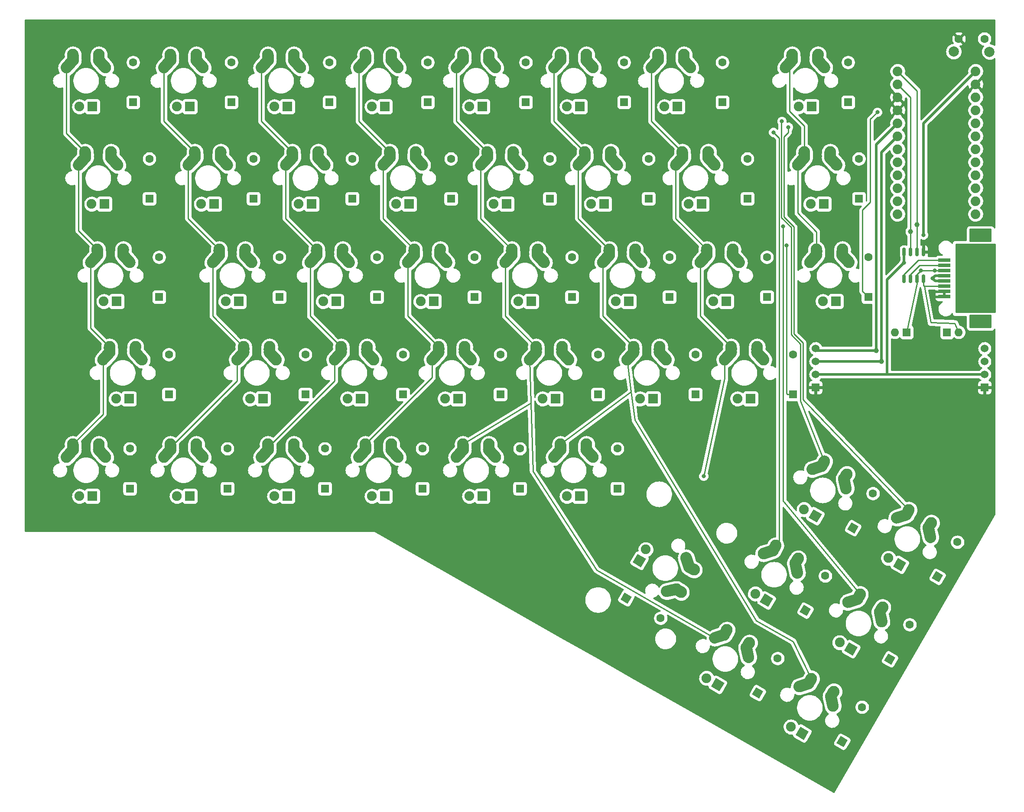
<source format=gbr>
G04 #@! TF.GenerationSoftware,KiCad,Pcbnew,(5.99.0-1941-g4629b701e)*
G04 #@! TF.CreationDate,2020-06-12T19:14:52+08:00*
G04 #@! TF.ProjectId,Keyboar-layout,4b657962-6f61-4722-9d6c-61796f75742e,rev?*
G04 #@! TF.SameCoordinates,Original*
G04 #@! TF.FileFunction,Copper,L2,Bot*
G04 #@! TF.FilePolarity,Positive*
%FSLAX46Y46*%
G04 Gerber Fmt 4.6, Leading zero omitted, Abs format (unit mm)*
G04 Created by KiCad (PCBNEW (5.99.0-1941-g4629b701e)) date 2020-06-12 19:14:52*
%MOMM*%
%LPD*%
G01*
G04 APERTURE LIST*
G04 #@! TA.AperFunction,ComponentPad*
%ADD10C,1.524000*%
G04 #@! TD*
G04 #@! TA.AperFunction,ComponentPad*
%ADD11R,1.524000X1.524000*%
G04 #@! TD*
G04 #@! TA.AperFunction,ComponentPad*
%ADD12O,1.600000X1.600000*%
G04 #@! TD*
G04 #@! TA.AperFunction,ComponentPad*
%ADD13R,1.600000X1.600000*%
G04 #@! TD*
G04 #@! TA.AperFunction,ComponentPad*
%ADD14C,1.879600*%
G04 #@! TD*
G04 #@! TA.AperFunction,ComponentPad*
%ADD15C,2.000000*%
G04 #@! TD*
G04 #@! TA.AperFunction,ComponentPad*
%ADD16C,1.600000*%
G04 #@! TD*
G04 #@! TA.AperFunction,SMDPad,CuDef*
%ADD17R,2.400000X0.700000*%
G04 #@! TD*
G04 #@! TA.AperFunction,ComponentPad*
%ADD18C,2.250000*%
G04 #@! TD*
G04 #@! TA.AperFunction,ComponentPad*
%ADD19C,1.905000*%
G04 #@! TD*
G04 #@! TA.AperFunction,ComponentPad*
%ADD20R,1.905000X1.905000*%
G04 #@! TD*
G04 #@! TA.AperFunction,ViaPad*
%ADD21C,0.800000*%
G04 #@! TD*
G04 #@! TA.AperFunction,ViaPad*
%ADD22C,1.000000*%
G04 #@! TD*
G04 #@! TA.AperFunction,Conductor*
%ADD23C,0.250000*%
G04 #@! TD*
G04 #@! TA.AperFunction,Conductor*
%ADD24C,0.500000*%
G04 #@! TD*
G04 #@! TA.AperFunction,Conductor*
%ADD25C,0.254000*%
G04 #@! TD*
G04 APERTURE END LIST*
D10*
X205105000Y-81915000D03*
X205105000Y-84455000D03*
X205105000Y-86995000D03*
D11*
X205105000Y-89535000D03*
D12*
X200025000Y-78740000D03*
D13*
X189865000Y-78740000D03*
D12*
X187579000Y-78740000D03*
D13*
X197739000Y-78740000D03*
G04 #@! TA.AperFunction,SMDPad,CuDef*
G36*
G01*
X189207000Y-67459000D02*
X189507000Y-67459000D01*
G75*
G02*
X189657000Y-67609000I0J-150000D01*
G01*
X189657000Y-68959000D01*
G75*
G02*
X189507000Y-69109000I-150000J0D01*
G01*
X189207000Y-69109000D01*
G75*
G02*
X189057000Y-68959000I0J150000D01*
G01*
X189057000Y-67609000D01*
G75*
G02*
X189207000Y-67459000I150000J0D01*
G01*
G37*
G04 #@! TD.AperFunction*
G04 #@! TA.AperFunction,SMDPad,CuDef*
G36*
G01*
X190477000Y-67459000D02*
X190777000Y-67459000D01*
G75*
G02*
X190927000Y-67609000I0J-150000D01*
G01*
X190927000Y-68959000D01*
G75*
G02*
X190777000Y-69109000I-150000J0D01*
G01*
X190477000Y-69109000D01*
G75*
G02*
X190327000Y-68959000I0J150000D01*
G01*
X190327000Y-67609000D01*
G75*
G02*
X190477000Y-67459000I150000J0D01*
G01*
G37*
G04 #@! TD.AperFunction*
G04 #@! TA.AperFunction,SMDPad,CuDef*
G36*
G01*
X191747000Y-67459000D02*
X192047000Y-67459000D01*
G75*
G02*
X192197000Y-67609000I0J-150000D01*
G01*
X192197000Y-68959000D01*
G75*
G02*
X192047000Y-69109000I-150000J0D01*
G01*
X191747000Y-69109000D01*
G75*
G02*
X191597000Y-68959000I0J150000D01*
G01*
X191597000Y-67609000D01*
G75*
G02*
X191747000Y-67459000I150000J0D01*
G01*
G37*
G04 #@! TD.AperFunction*
G04 #@! TA.AperFunction,SMDPad,CuDef*
G36*
G01*
X193017000Y-67459000D02*
X193317000Y-67459000D01*
G75*
G02*
X193467000Y-67609000I0J-150000D01*
G01*
X193467000Y-68959000D01*
G75*
G02*
X193317000Y-69109000I-150000J0D01*
G01*
X193017000Y-69109000D01*
G75*
G02*
X192867000Y-68959000I0J150000D01*
G01*
X192867000Y-67609000D01*
G75*
G02*
X193017000Y-67459000I150000J0D01*
G01*
G37*
G04 #@! TD.AperFunction*
G04 #@! TA.AperFunction,SMDPad,CuDef*
G36*
G01*
X193017000Y-62209000D02*
X193317000Y-62209000D01*
G75*
G02*
X193467000Y-62359000I0J-150000D01*
G01*
X193467000Y-63709000D01*
G75*
G02*
X193317000Y-63859000I-150000J0D01*
G01*
X193017000Y-63859000D01*
G75*
G02*
X192867000Y-63709000I0J150000D01*
G01*
X192867000Y-62359000D01*
G75*
G02*
X193017000Y-62209000I150000J0D01*
G01*
G37*
G04 #@! TD.AperFunction*
G04 #@! TA.AperFunction,SMDPad,CuDef*
G36*
G01*
X191747000Y-62209000D02*
X192047000Y-62209000D01*
G75*
G02*
X192197000Y-62359000I0J-150000D01*
G01*
X192197000Y-63709000D01*
G75*
G02*
X192047000Y-63859000I-150000J0D01*
G01*
X191747000Y-63859000D01*
G75*
G02*
X191597000Y-63709000I0J150000D01*
G01*
X191597000Y-62359000D01*
G75*
G02*
X191747000Y-62209000I150000J0D01*
G01*
G37*
G04 #@! TD.AperFunction*
G04 #@! TA.AperFunction,SMDPad,CuDef*
G36*
G01*
X190477000Y-62209000D02*
X190777000Y-62209000D01*
G75*
G02*
X190927000Y-62359000I0J-150000D01*
G01*
X190927000Y-63709000D01*
G75*
G02*
X190777000Y-63859000I-150000J0D01*
G01*
X190477000Y-63859000D01*
G75*
G02*
X190327000Y-63709000I0J150000D01*
G01*
X190327000Y-62359000D01*
G75*
G02*
X190477000Y-62209000I150000J0D01*
G01*
G37*
G04 #@! TD.AperFunction*
G04 #@! TA.AperFunction,SMDPad,CuDef*
G36*
G01*
X189207000Y-62209000D02*
X189507000Y-62209000D01*
G75*
G02*
X189657000Y-62359000I0J-150000D01*
G01*
X189657000Y-63709000D01*
G75*
G02*
X189507000Y-63859000I-150000J0D01*
G01*
X189207000Y-63859000D01*
G75*
G02*
X189057000Y-63709000I0J150000D01*
G01*
X189057000Y-62359000D01*
G75*
G02*
X189207000Y-62209000I150000J0D01*
G01*
G37*
G04 #@! TD.AperFunction*
D14*
X203327000Y-27686000D03*
X203327000Y-30226000D03*
X203327000Y-32766000D03*
X203327000Y-35306000D03*
X203327000Y-37846000D03*
X203327000Y-40386000D03*
X203327000Y-42926000D03*
X203327000Y-45466000D03*
X203327000Y-48006000D03*
X203327000Y-50546000D03*
X203327000Y-53086000D03*
X203327000Y-55626000D03*
X188087000Y-55626000D03*
X188087000Y-53086000D03*
X188087000Y-50546000D03*
X188087000Y-48006000D03*
X188087000Y-45466000D03*
X188087000Y-42926000D03*
X188087000Y-40386000D03*
X188087000Y-37846000D03*
X188087000Y-35306000D03*
X188087000Y-32766000D03*
X188087000Y-30226000D03*
X188087000Y-27686000D03*
D10*
X172085000Y-81915000D03*
X172085000Y-84455000D03*
X172085000Y-86995000D03*
D11*
X172085000Y-89535000D03*
D15*
X206065000Y-23886000D03*
X199065000Y-23836000D03*
D16*
X205065000Y-21336000D03*
X200065000Y-21336000D03*
G04 #@! TA.AperFunction,WasherPad*
G36*
G01*
X207132000Y-74994000D02*
X199548000Y-74994000D01*
G75*
G02*
X199390000Y-74836000I0J158000D01*
G01*
X199390000Y-61562000D01*
G75*
G02*
X199548000Y-61404000I158000J0D01*
G01*
X207132000Y-61404000D01*
G75*
G02*
X207290000Y-61562000I0J-158000D01*
G01*
X207290000Y-74836000D01*
G75*
G02*
X207132000Y-74994000I-158000J0D01*
G01*
G37*
G04 #@! TD.AperFunction*
G04 #@! TA.AperFunction,ComponentPad*
G36*
G01*
X206389000Y-61049000D02*
X202191000Y-61049000D01*
G75*
G02*
X202140000Y-60998000I0J51000D01*
G01*
X202140000Y-58550000D01*
G75*
G02*
X202191000Y-58499000I51000J0D01*
G01*
X206389000Y-58499000D01*
G75*
G02*
X206440000Y-58550000I0J-51000D01*
G01*
X206440000Y-60998000D01*
G75*
G02*
X206389000Y-61049000I-51000J0D01*
G01*
G37*
G04 #@! TD.AperFunction*
G04 #@! TA.AperFunction,ComponentPad*
G36*
G01*
X206389000Y-77899000D02*
X202191000Y-77899000D01*
G75*
G02*
X202140000Y-77848000I0J51000D01*
G01*
X202140000Y-75400000D01*
G75*
G02*
X202191000Y-75349000I51000J0D01*
G01*
X206389000Y-75349000D01*
G75*
G02*
X206440000Y-75400000I0J-51000D01*
G01*
X206440000Y-77848000D01*
G75*
G02*
X206389000Y-77899000I-51000J0D01*
G01*
G37*
G04 #@! TD.AperFunction*
G04 #@! TA.AperFunction,ComponentPad*
G36*
G01*
X202191000Y-58499000D02*
X206389000Y-58499000D01*
G75*
G02*
X206440000Y-58550000I0J-51000D01*
G01*
X206440000Y-60998000D01*
G75*
G02*
X206389000Y-61049000I-51000J0D01*
G01*
X202191000Y-61049000D01*
G75*
G02*
X202140000Y-60998000I0J51000D01*
G01*
X202140000Y-58550000D01*
G75*
G02*
X202191000Y-58499000I51000J0D01*
G01*
G37*
G04 #@! TD.AperFunction*
G04 #@! TA.AperFunction,ComponentPad*
G36*
G01*
X202191000Y-75349000D02*
X206389000Y-75349000D01*
G75*
G02*
X206440000Y-75400000I0J-51000D01*
G01*
X206440000Y-77848000D01*
G75*
G02*
X206389000Y-77899000I-51000J0D01*
G01*
X202191000Y-77899000D01*
G75*
G02*
X202140000Y-77848000I0J51000D01*
G01*
X202140000Y-75400000D01*
G75*
G02*
X202191000Y-75349000I51000J0D01*
G01*
G37*
G04 #@! TD.AperFunction*
G04 #@! TA.AperFunction,WasherPad*
G36*
G01*
X199548000Y-61404000D02*
X207132000Y-61404000D01*
G75*
G02*
X207290000Y-61562000I0J-158000D01*
G01*
X207290000Y-74836000D01*
G75*
G02*
X207132000Y-74994000I-158000J0D01*
G01*
X199548000Y-74994000D01*
G75*
G02*
X199390000Y-74836000I0J158000D01*
G01*
X199390000Y-61562000D01*
G75*
G02*
X199548000Y-61404000I158000J0D01*
G01*
G37*
G04 #@! TD.AperFunction*
D17*
X197215000Y-71769000D03*
X197215000Y-70749000D03*
X197215000Y-69729000D03*
X197215000Y-68709000D03*
X197215000Y-67689000D03*
X197215000Y-66669000D03*
X197215000Y-65649000D03*
X197215000Y-64629000D03*
G04 #@! TA.AperFunction,ComponentPad*
G36*
G01*
X174822774Y-45197259D02*
X174822774Y-45197260D01*
G75*
G02*
X173778990Y-43996524I78476J1122260D01*
G01*
X173819544Y-43416562D01*
G75*
G02*
X175020280Y-42372778I1122260J-78476D01*
G01*
X175020280Y-42372778D01*
G75*
G02*
X176064064Y-43573514I-78476J-1122260D01*
G01*
X176023510Y-44153476D01*
G75*
G02*
X174822774Y-45197260I-1122260J78476D01*
G01*
G37*
G04 #@! TD.AperFunction*
G04 #@! TA.AperFunction,ComponentPad*
G36*
G01*
X169782220Y-42372779D02*
X169782220Y-42372778D01*
G75*
G02*
X170982956Y-43416562I78476J-1122260D01*
G01*
X171023510Y-43996524D01*
G75*
G02*
X169979726Y-45197260I-1122260J-78476D01*
G01*
X169979726Y-45197260D01*
G75*
G02*
X168778990Y-44153476I-78476J1122260D01*
G01*
X168738436Y-43573514D01*
G75*
G02*
X169782220Y-42372778I1122260J78476D01*
G01*
G37*
G04 #@! TD.AperFunction*
D18*
X174941250Y-43495000D03*
X169901250Y-44575000D03*
D19*
X171131250Y-53655000D03*
D18*
X174901250Y-44575000D03*
G04 #@! TA.AperFunction,ComponentPad*
G36*
G01*
X167838478Y-46871038D02*
X167838478Y-46871038D01*
G75*
G02*
X167755212Y-45282228I752772J836038D01*
G01*
X169067750Y-43824508D01*
G75*
G02*
X170656560Y-43741242I836038J-752772D01*
G01*
X170656560Y-43741242D01*
G75*
G02*
X170739826Y-45330052I-752772J-836038D01*
G01*
X169427288Y-46787772D01*
G75*
G02*
X167838478Y-46871038I-836038J752772D01*
G01*
G37*
G04 #@! TD.AperFunction*
X169861250Y-43495000D03*
G04 #@! TA.AperFunction,ComponentPad*
G36*
G01*
X174145940Y-43741242D02*
X174145940Y-43741242D01*
G75*
G02*
X175734750Y-43824508I752772J-836038D01*
G01*
X177047288Y-45282228D01*
G75*
G02*
X176964022Y-46871038I-836038J-752772D01*
G01*
X176964022Y-46871038D01*
G75*
G02*
X175375212Y-46787772I-752772J836038D01*
G01*
X174062674Y-45330052D01*
G75*
G02*
X174145940Y-43741242I836038J752772D01*
G01*
G37*
G04 #@! TD.AperFunction*
D20*
X173671250Y-53655000D03*
D18*
X160653750Y-81595000D03*
D20*
X159383750Y-91755000D03*
D18*
X155573750Y-81595000D03*
X160613750Y-82675000D03*
G04 #@! TA.AperFunction,ComponentPad*
G36*
G01*
X160535274Y-83297259D02*
X160535274Y-83297260D01*
G75*
G02*
X159491490Y-82096524I78476J1122260D01*
G01*
X159532044Y-81516562D01*
G75*
G02*
X160732780Y-80472778I1122260J-78476D01*
G01*
X160732780Y-80472778D01*
G75*
G02*
X161776564Y-81673514I-78476J-1122260D01*
G01*
X161736010Y-82253476D01*
G75*
G02*
X160535274Y-83297260I-1122260J78476D01*
G01*
G37*
G04 #@! TD.AperFunction*
G04 #@! TA.AperFunction,ComponentPad*
G36*
G01*
X155494720Y-80472779D02*
X155494720Y-80472778D01*
G75*
G02*
X156695456Y-81516562I78476J-1122260D01*
G01*
X156736010Y-82096524D01*
G75*
G02*
X155692226Y-83297260I-1122260J-78476D01*
G01*
X155692226Y-83297260D01*
G75*
G02*
X154491490Y-82253476I-78476J1122260D01*
G01*
X154450936Y-81673514D01*
G75*
G02*
X155494720Y-80472778I1122260J78476D01*
G01*
G37*
G04 #@! TD.AperFunction*
D19*
X156843750Y-91755000D03*
G04 #@! TA.AperFunction,ComponentPad*
G36*
G01*
X153550978Y-84971038D02*
X153550978Y-84971038D01*
G75*
G02*
X153467712Y-83382228I752772J836038D01*
G01*
X154780250Y-81924508D01*
G75*
G02*
X156369060Y-81841242I836038J-752772D01*
G01*
X156369060Y-81841242D01*
G75*
G02*
X156452326Y-83430052I-752772J-836038D01*
G01*
X155139788Y-84887772D01*
G75*
G02*
X153550978Y-84971038I-836038J752772D01*
G01*
G37*
G04 #@! TD.AperFunction*
G04 #@! TA.AperFunction,ComponentPad*
G36*
G01*
X159858440Y-81841242D02*
X159858440Y-81841242D01*
G75*
G02*
X161447250Y-81924508I752772J-836038D01*
G01*
X162759788Y-83382228D01*
G75*
G02*
X162676522Y-84971038I-836038J-752772D01*
G01*
X162676522Y-84971038D01*
G75*
G02*
X161087712Y-84887772I-752772J836038D01*
G01*
X159775174Y-83430052D01*
G75*
G02*
X159858440Y-81841242I836038J752772D01*
G01*
G37*
G04 #@! TD.AperFunction*
D18*
X155613750Y-82675000D03*
X185172276Y-132536737D03*
G04 #@! TA.AperFunction,ComponentPad*
G36*
X177691284Y-141049194D02*
G01*
X178643784Y-139399416D01*
X180293562Y-140351916D01*
X179341062Y-142001694D01*
X177691284Y-141049194D01*
G37*
G04 #@! TD.AperFunction*
X180772866Y-129996737D03*
X184597635Y-133452044D03*
G04 #@! TA.AperFunction,ComponentPad*
G36*
G01*
X184218543Y-133951699D02*
X184218543Y-133951699D01*
G75*
G02*
X183914968Y-132389940I629092J932667D01*
G01*
X184240070Y-131907956D01*
G75*
G02*
X185801829Y-131604381I932667J-629092D01*
G01*
X185801829Y-131604381D01*
G75*
G02*
X186105404Y-133166140I-629092J-932667D01*
G01*
X185780302Y-133648124D01*
G75*
G02*
X184218543Y-133951699I-932667J629092D01*
G01*
G37*
G04 #@! TD.AperFunction*
G04 #@! TA.AperFunction,ComponentPad*
G36*
G01*
X181265534Y-128985349D02*
X181265535Y-128985349D01*
G75*
G02*
X181783510Y-130489660I-493168J-1011143D01*
G01*
X181528650Y-131012200D01*
G75*
G02*
X180024339Y-131530175I-1011143J493168D01*
G01*
X180024339Y-131530175D01*
G75*
G02*
X179506364Y-130025864I493168J1011143D01*
G01*
X179761224Y-129503324D01*
G75*
G02*
X181265535Y-128985349I1011143J-493168D01*
G01*
G37*
G04 #@! TD.AperFunction*
D19*
X176792719Y-139430555D03*
G04 #@! TA.AperFunction,ComponentPad*
G36*
G01*
X177333075Y-131909085D02*
X177333075Y-131909085D01*
G75*
G02*
X178055370Y-130491502I1069939J347644D01*
G01*
X179920920Y-129885348D01*
G75*
G02*
X181338503Y-130607643I347644J-1069939D01*
G01*
X181338503Y-130607643D01*
G75*
G02*
X180616208Y-132025226I-1069939J-347644D01*
G01*
X178750658Y-132631380D01*
G75*
G02*
X177333075Y-131909085I-347644J1069939D01*
G01*
G37*
G04 #@! TD.AperFunction*
G04 #@! TA.AperFunction,ComponentPad*
G36*
G01*
X184360397Y-132352333D02*
X184360397Y-132352333D01*
G75*
G02*
X185694714Y-133218848I233901J-1100416D01*
G01*
X186102544Y-135137540D01*
G75*
G02*
X185236029Y-136471857I-1100416J-233901D01*
G01*
X185236029Y-136471857D01*
G75*
G02*
X183901712Y-135605342I-233901J1100416D01*
G01*
X183493882Y-133686650D01*
G75*
G02*
X184360397Y-132352333I1100416J233901D01*
G01*
G37*
G04 #@! TD.AperFunction*
D18*
X180267507Y-130952044D03*
X117787500Y-62545000D03*
D20*
X116517500Y-72705000D03*
D18*
X112707500Y-62545000D03*
X117747500Y-63625000D03*
G04 #@! TA.AperFunction,ComponentPad*
G36*
G01*
X117669024Y-64247259D02*
X117669024Y-64247260D01*
G75*
G02*
X116625240Y-63046524I78476J1122260D01*
G01*
X116665794Y-62466562D01*
G75*
G02*
X117866530Y-61422778I1122260J-78476D01*
G01*
X117866530Y-61422778D01*
G75*
G02*
X118910314Y-62623514I-78476J-1122260D01*
G01*
X118869760Y-63203476D01*
G75*
G02*
X117669024Y-64247260I-1122260J78476D01*
G01*
G37*
G04 #@! TD.AperFunction*
G04 #@! TA.AperFunction,ComponentPad*
G36*
G01*
X112628470Y-61422779D02*
X112628470Y-61422778D01*
G75*
G02*
X113829206Y-62466562I78476J-1122260D01*
G01*
X113869760Y-63046524D01*
G75*
G02*
X112825976Y-64247260I-1122260J-78476D01*
G01*
X112825976Y-64247260D01*
G75*
G02*
X111625240Y-63203476I-78476J1122260D01*
G01*
X111584686Y-62623514D01*
G75*
G02*
X112628470Y-61422778I1122260J78476D01*
G01*
G37*
G04 #@! TD.AperFunction*
D19*
X113977500Y-72705000D03*
G04 #@! TA.AperFunction,ComponentPad*
G36*
G01*
X110684728Y-65921038D02*
X110684728Y-65921038D01*
G75*
G02*
X110601462Y-64332228I752772J836038D01*
G01*
X111914000Y-62874508D01*
G75*
G02*
X113502810Y-62791242I836038J-752772D01*
G01*
X113502810Y-62791242D01*
G75*
G02*
X113586076Y-64380052I-752772J-836038D01*
G01*
X112273538Y-65837772D01*
G75*
G02*
X110684728Y-65921038I-836038J752772D01*
G01*
G37*
G04 #@! TD.AperFunction*
G04 #@! TA.AperFunction,ComponentPad*
G36*
G01*
X116992190Y-62791242D02*
X116992190Y-62791242D01*
G75*
G02*
X118581000Y-62874508I752772J-836038D01*
G01*
X119893538Y-64332228D01*
G75*
G02*
X119810272Y-65921038I-836038J-752772D01*
G01*
X119810272Y-65921038D01*
G75*
G02*
X118221462Y-65837772I-752772J836038D01*
G01*
X116908924Y-64380052D01*
G75*
G02*
X116992190Y-62791242I836038J752772D01*
G01*
G37*
G04 #@! TD.AperFunction*
D18*
X112747500Y-63625000D03*
X136837500Y-62545000D03*
D20*
X135567500Y-72705000D03*
D18*
X131757500Y-62545000D03*
X136797500Y-63625000D03*
G04 #@! TA.AperFunction,ComponentPad*
G36*
G01*
X136719024Y-64247259D02*
X136719024Y-64247260D01*
G75*
G02*
X135675240Y-63046524I78476J1122260D01*
G01*
X135715794Y-62466562D01*
G75*
G02*
X136916530Y-61422778I1122260J-78476D01*
G01*
X136916530Y-61422778D01*
G75*
G02*
X137960314Y-62623514I-78476J-1122260D01*
G01*
X137919760Y-63203476D01*
G75*
G02*
X136719024Y-64247260I-1122260J78476D01*
G01*
G37*
G04 #@! TD.AperFunction*
G04 #@! TA.AperFunction,ComponentPad*
G36*
G01*
X131678470Y-61422779D02*
X131678470Y-61422778D01*
G75*
G02*
X132879206Y-62466562I78476J-1122260D01*
G01*
X132919760Y-63046524D01*
G75*
G02*
X131875976Y-64247260I-1122260J-78476D01*
G01*
X131875976Y-64247260D01*
G75*
G02*
X130675240Y-63203476I-78476J1122260D01*
G01*
X130634686Y-62623514D01*
G75*
G02*
X131678470Y-61422778I1122260J78476D01*
G01*
G37*
G04 #@! TD.AperFunction*
D19*
X133027500Y-72705000D03*
G04 #@! TA.AperFunction,ComponentPad*
G36*
G01*
X129734728Y-65921038D02*
X129734728Y-65921038D01*
G75*
G02*
X129651462Y-64332228I752772J836038D01*
G01*
X130964000Y-62874508D01*
G75*
G02*
X132552810Y-62791242I836038J-752772D01*
G01*
X132552810Y-62791242D01*
G75*
G02*
X132636076Y-64380052I-752772J-836038D01*
G01*
X131323538Y-65837772D01*
G75*
G02*
X129734728Y-65921038I-836038J752772D01*
G01*
G37*
G04 #@! TD.AperFunction*
G04 #@! TA.AperFunction,ComponentPad*
G36*
G01*
X136042190Y-62791242D02*
X136042190Y-62791242D01*
G75*
G02*
X137631000Y-62874508I752772J-836038D01*
G01*
X138943538Y-64332228D01*
G75*
G02*
X138860272Y-65921038I-836038J-752772D01*
G01*
X138860272Y-65921038D01*
G75*
G02*
X137271462Y-65837772I-752772J836038D01*
G01*
X135958924Y-64380052D01*
G75*
G02*
X136042190Y-62791242I836038J752772D01*
G01*
G37*
G04 #@! TD.AperFunction*
D18*
X131797500Y-63625000D03*
X60637500Y-62545000D03*
D20*
X59367500Y-72705000D03*
D18*
X55557500Y-62545000D03*
X60597500Y-63625000D03*
G04 #@! TA.AperFunction,ComponentPad*
G36*
G01*
X60519024Y-64247259D02*
X60519024Y-64247260D01*
G75*
G02*
X59475240Y-63046524I78476J1122260D01*
G01*
X59515794Y-62466562D01*
G75*
G02*
X60716530Y-61422778I1122260J-78476D01*
G01*
X60716530Y-61422778D01*
G75*
G02*
X61760314Y-62623514I-78476J-1122260D01*
G01*
X61719760Y-63203476D01*
G75*
G02*
X60519024Y-64247260I-1122260J78476D01*
G01*
G37*
G04 #@! TD.AperFunction*
G04 #@! TA.AperFunction,ComponentPad*
G36*
G01*
X55478470Y-61422779D02*
X55478470Y-61422778D01*
G75*
G02*
X56679206Y-62466562I78476J-1122260D01*
G01*
X56719760Y-63046524D01*
G75*
G02*
X55675976Y-64247260I-1122260J-78476D01*
G01*
X55675976Y-64247260D01*
G75*
G02*
X54475240Y-63203476I-78476J1122260D01*
G01*
X54434686Y-62623514D01*
G75*
G02*
X55478470Y-61422778I1122260J78476D01*
G01*
G37*
G04 #@! TD.AperFunction*
D19*
X56827500Y-72705000D03*
G04 #@! TA.AperFunction,ComponentPad*
G36*
G01*
X53534728Y-65921038D02*
X53534728Y-65921038D01*
G75*
G02*
X53451462Y-64332228I752772J836038D01*
G01*
X54764000Y-62874508D01*
G75*
G02*
X56352810Y-62791242I836038J-752772D01*
G01*
X56352810Y-62791242D01*
G75*
G02*
X56436076Y-64380052I-752772J-836038D01*
G01*
X55123538Y-65837772D01*
G75*
G02*
X53534728Y-65921038I-836038J752772D01*
G01*
G37*
G04 #@! TD.AperFunction*
G04 #@! TA.AperFunction,ComponentPad*
G36*
G01*
X59842190Y-62791242D02*
X59842190Y-62791242D01*
G75*
G02*
X61431000Y-62874508I752772J-836038D01*
G01*
X62743538Y-64332228D01*
G75*
G02*
X62660272Y-65921038I-836038J-752772D01*
G01*
X62660272Y-65921038D01*
G75*
G02*
X61071462Y-65837772I-752772J836038D01*
G01*
X59758924Y-64380052D01*
G75*
G02*
X59842190Y-62791242I836038J752772D01*
G01*
G37*
G04 #@! TD.AperFunction*
D18*
X55597500Y-63625000D03*
X89215000Y-24445000D03*
D20*
X87945000Y-34605000D03*
D18*
X84135000Y-24445000D03*
X89175000Y-25525000D03*
G04 #@! TA.AperFunction,ComponentPad*
G36*
G01*
X89096524Y-26147259D02*
X89096524Y-26147260D01*
G75*
G02*
X88052740Y-24946524I78476J1122260D01*
G01*
X88093294Y-24366562D01*
G75*
G02*
X89294030Y-23322778I1122260J-78476D01*
G01*
X89294030Y-23322778D01*
G75*
G02*
X90337814Y-24523514I-78476J-1122260D01*
G01*
X90297260Y-25103476D01*
G75*
G02*
X89096524Y-26147260I-1122260J78476D01*
G01*
G37*
G04 #@! TD.AperFunction*
G04 #@! TA.AperFunction,ComponentPad*
G36*
G01*
X84055970Y-23322779D02*
X84055970Y-23322778D01*
G75*
G02*
X85256706Y-24366562I78476J-1122260D01*
G01*
X85297260Y-24946524D01*
G75*
G02*
X84253476Y-26147260I-1122260J-78476D01*
G01*
X84253476Y-26147260D01*
G75*
G02*
X83052740Y-25103476I-78476J1122260D01*
G01*
X83012186Y-24523514D01*
G75*
G02*
X84055970Y-23322778I1122260J78476D01*
G01*
G37*
G04 #@! TD.AperFunction*
D19*
X85405000Y-34605000D03*
G04 #@! TA.AperFunction,ComponentPad*
G36*
G01*
X82112228Y-27821038D02*
X82112228Y-27821038D01*
G75*
G02*
X82028962Y-26232228I752772J836038D01*
G01*
X83341500Y-24774508D01*
G75*
G02*
X84930310Y-24691242I836038J-752772D01*
G01*
X84930310Y-24691242D01*
G75*
G02*
X85013576Y-26280052I-752772J-836038D01*
G01*
X83701038Y-27737772D01*
G75*
G02*
X82112228Y-27821038I-836038J752772D01*
G01*
G37*
G04 #@! TD.AperFunction*
G04 #@! TA.AperFunction,ComponentPad*
G36*
G01*
X88419690Y-24691242D02*
X88419690Y-24691242D01*
G75*
G02*
X90008500Y-24774508I752772J-836038D01*
G01*
X91321038Y-26232228D01*
G75*
G02*
X91237772Y-27821038I-836038J-752772D01*
G01*
X91237772Y-27821038D01*
G75*
G02*
X89648962Y-27737772I-752772J836038D01*
G01*
X88336424Y-26280052D01*
G75*
G02*
X88419690Y-24691242I836038J752772D01*
G01*
G37*
G04 #@! TD.AperFunction*
D18*
X84175000Y-25525000D03*
X51115000Y-100645000D03*
D20*
X49845000Y-110805000D03*
D18*
X46035000Y-100645000D03*
X51075000Y-101725000D03*
G04 #@! TA.AperFunction,ComponentPad*
G36*
G01*
X50996524Y-102347259D02*
X50996524Y-102347260D01*
G75*
G02*
X49952740Y-101146524I78476J1122260D01*
G01*
X49993294Y-100566562D01*
G75*
G02*
X51194030Y-99522778I1122260J-78476D01*
G01*
X51194030Y-99522778D01*
G75*
G02*
X52237814Y-100723514I-78476J-1122260D01*
G01*
X52197260Y-101303476D01*
G75*
G02*
X50996524Y-102347260I-1122260J78476D01*
G01*
G37*
G04 #@! TD.AperFunction*
G04 #@! TA.AperFunction,ComponentPad*
G36*
G01*
X45955970Y-99522779D02*
X45955970Y-99522778D01*
G75*
G02*
X47156706Y-100566562I78476J-1122260D01*
G01*
X47197260Y-101146524D01*
G75*
G02*
X46153476Y-102347260I-1122260J-78476D01*
G01*
X46153476Y-102347260D01*
G75*
G02*
X44952740Y-101303476I-78476J1122260D01*
G01*
X44912186Y-100723514D01*
G75*
G02*
X45955970Y-99522778I1122260J78476D01*
G01*
G37*
G04 #@! TD.AperFunction*
D19*
X47305000Y-110805000D03*
G04 #@! TA.AperFunction,ComponentPad*
G36*
G01*
X44012228Y-104021038D02*
X44012228Y-104021038D01*
G75*
G02*
X43928962Y-102432228I752772J836038D01*
G01*
X45241500Y-100974508D01*
G75*
G02*
X46830310Y-100891242I836038J-752772D01*
G01*
X46830310Y-100891242D01*
G75*
G02*
X46913576Y-102480052I-752772J-836038D01*
G01*
X45601038Y-103937772D01*
G75*
G02*
X44012228Y-104021038I-836038J752772D01*
G01*
G37*
G04 #@! TD.AperFunction*
G04 #@! TA.AperFunction,ComponentPad*
G36*
G01*
X50319690Y-100891242D02*
X50319690Y-100891242D01*
G75*
G02*
X51908500Y-100974508I752772J-836038D01*
G01*
X53221038Y-102432228D01*
G75*
G02*
X53137772Y-104021038I-836038J-752772D01*
G01*
X53137772Y-104021038D01*
G75*
G02*
X51548962Y-103937772I-752772J836038D01*
G01*
X50236424Y-102480052D01*
G75*
G02*
X50319690Y-100891242I836038J752772D01*
G01*
G37*
G04 #@! TD.AperFunction*
D18*
X46075000Y-101725000D03*
X70165000Y-24445000D03*
D20*
X68895000Y-34605000D03*
D18*
X65085000Y-24445000D03*
X70125000Y-25525000D03*
G04 #@! TA.AperFunction,ComponentPad*
G36*
G01*
X70046524Y-26147259D02*
X70046524Y-26147260D01*
G75*
G02*
X69002740Y-24946524I78476J1122260D01*
G01*
X69043294Y-24366562D01*
G75*
G02*
X70244030Y-23322778I1122260J-78476D01*
G01*
X70244030Y-23322778D01*
G75*
G02*
X71287814Y-24523514I-78476J-1122260D01*
G01*
X71247260Y-25103476D01*
G75*
G02*
X70046524Y-26147260I-1122260J78476D01*
G01*
G37*
G04 #@! TD.AperFunction*
G04 #@! TA.AperFunction,ComponentPad*
G36*
G01*
X65005970Y-23322779D02*
X65005970Y-23322778D01*
G75*
G02*
X66206706Y-24366562I78476J-1122260D01*
G01*
X66247260Y-24946524D01*
G75*
G02*
X65203476Y-26147260I-1122260J-78476D01*
G01*
X65203476Y-26147260D01*
G75*
G02*
X64002740Y-25103476I-78476J1122260D01*
G01*
X63962186Y-24523514D01*
G75*
G02*
X65005970Y-23322778I1122260J78476D01*
G01*
G37*
G04 #@! TD.AperFunction*
D19*
X66355000Y-34605000D03*
G04 #@! TA.AperFunction,ComponentPad*
G36*
G01*
X63062228Y-27821038D02*
X63062228Y-27821038D01*
G75*
G02*
X62978962Y-26232228I752772J836038D01*
G01*
X64291500Y-24774508D01*
G75*
G02*
X65880310Y-24691242I836038J-752772D01*
G01*
X65880310Y-24691242D01*
G75*
G02*
X65963576Y-26280052I-752772J-836038D01*
G01*
X64651038Y-27737772D01*
G75*
G02*
X63062228Y-27821038I-836038J752772D01*
G01*
G37*
G04 #@! TD.AperFunction*
G04 #@! TA.AperFunction,ComponentPad*
G36*
G01*
X69369690Y-24691242D02*
X69369690Y-24691242D01*
G75*
G02*
X70958500Y-24774508I752772J-836038D01*
G01*
X72271038Y-26232228D01*
G75*
G02*
X72187772Y-27821038I-836038J-752772D01*
G01*
X72187772Y-27821038D01*
G75*
G02*
X70598962Y-27737772I-752772J836038D01*
G01*
X69286424Y-26280052D01*
G75*
G02*
X69369690Y-24691242I836038J752772D01*
G01*
G37*
G04 #@! TD.AperFunction*
D18*
X65125000Y-25525000D03*
X151126250Y-43495000D03*
D20*
X149856250Y-53655000D03*
D18*
X146046250Y-43495000D03*
X151086250Y-44575000D03*
G04 #@! TA.AperFunction,ComponentPad*
G36*
G01*
X151007774Y-45197259D02*
X151007774Y-45197260D01*
G75*
G02*
X149963990Y-43996524I78476J1122260D01*
G01*
X150004544Y-43416562D01*
G75*
G02*
X151205280Y-42372778I1122260J-78476D01*
G01*
X151205280Y-42372778D01*
G75*
G02*
X152249064Y-43573514I-78476J-1122260D01*
G01*
X152208510Y-44153476D01*
G75*
G02*
X151007774Y-45197260I-1122260J78476D01*
G01*
G37*
G04 #@! TD.AperFunction*
G04 #@! TA.AperFunction,ComponentPad*
G36*
G01*
X145967220Y-42372779D02*
X145967220Y-42372778D01*
G75*
G02*
X147167956Y-43416562I78476J-1122260D01*
G01*
X147208510Y-43996524D01*
G75*
G02*
X146164726Y-45197260I-1122260J-78476D01*
G01*
X146164726Y-45197260D01*
G75*
G02*
X144963990Y-44153476I-78476J1122260D01*
G01*
X144923436Y-43573514D01*
G75*
G02*
X145967220Y-42372778I1122260J78476D01*
G01*
G37*
G04 #@! TD.AperFunction*
D19*
X147316250Y-53655000D03*
G04 #@! TA.AperFunction,ComponentPad*
G36*
G01*
X144023478Y-46871038D02*
X144023478Y-46871038D01*
G75*
G02*
X143940212Y-45282228I752772J836038D01*
G01*
X145252750Y-43824508D01*
G75*
G02*
X146841560Y-43741242I836038J-752772D01*
G01*
X146841560Y-43741242D01*
G75*
G02*
X146924826Y-45330052I-752772J-836038D01*
G01*
X145612288Y-46787772D01*
G75*
G02*
X144023478Y-46871038I-836038J752772D01*
G01*
G37*
G04 #@! TD.AperFunction*
G04 #@! TA.AperFunction,ComponentPad*
G36*
G01*
X150330940Y-43741242D02*
X150330940Y-43741242D01*
G75*
G02*
X151919750Y-43824508I752772J-836038D01*
G01*
X153232288Y-45282228D01*
G75*
G02*
X153149022Y-46871038I-836038J-752772D01*
G01*
X153149022Y-46871038D01*
G75*
G02*
X151560212Y-46787772I-752772J836038D01*
G01*
X150247674Y-45330052D01*
G75*
G02*
X150330940Y-43741242I836038J752772D01*
G01*
G37*
G04 #@! TD.AperFunction*
D18*
X146086250Y-44575000D03*
X70165000Y-100645000D03*
D20*
X68895000Y-110805000D03*
D18*
X65085000Y-100645000D03*
X70125000Y-101725000D03*
G04 #@! TA.AperFunction,ComponentPad*
G36*
G01*
X70046524Y-102347259D02*
X70046524Y-102347260D01*
G75*
G02*
X69002740Y-101146524I78476J1122260D01*
G01*
X69043294Y-100566562D01*
G75*
G02*
X70244030Y-99522778I1122260J-78476D01*
G01*
X70244030Y-99522778D01*
G75*
G02*
X71287814Y-100723514I-78476J-1122260D01*
G01*
X71247260Y-101303476D01*
G75*
G02*
X70046524Y-102347260I-1122260J78476D01*
G01*
G37*
G04 #@! TD.AperFunction*
G04 #@! TA.AperFunction,ComponentPad*
G36*
G01*
X65005970Y-99522779D02*
X65005970Y-99522778D01*
G75*
G02*
X66206706Y-100566562I78476J-1122260D01*
G01*
X66247260Y-101146524D01*
G75*
G02*
X65203476Y-102347260I-1122260J-78476D01*
G01*
X65203476Y-102347260D01*
G75*
G02*
X64002740Y-101303476I-78476J1122260D01*
G01*
X63962186Y-100723514D01*
G75*
G02*
X65005970Y-99522778I1122260J78476D01*
G01*
G37*
G04 #@! TD.AperFunction*
D19*
X66355000Y-110805000D03*
G04 #@! TA.AperFunction,ComponentPad*
G36*
G01*
X63062228Y-104021038D02*
X63062228Y-104021038D01*
G75*
G02*
X62978962Y-102432228I752772J836038D01*
G01*
X64291500Y-100974508D01*
G75*
G02*
X65880310Y-100891242I836038J-752772D01*
G01*
X65880310Y-100891242D01*
G75*
G02*
X65963576Y-102480052I-752772J-836038D01*
G01*
X64651038Y-103937772D01*
G75*
G02*
X63062228Y-104021038I-836038J752772D01*
G01*
G37*
G04 #@! TD.AperFunction*
G04 #@! TA.AperFunction,ComponentPad*
G36*
G01*
X69369690Y-100891242D02*
X69369690Y-100891242D01*
G75*
G02*
X70958500Y-100974508I752772J-836038D01*
G01*
X72271038Y-102432228D01*
G75*
G02*
X72187772Y-104021038I-836038J-752772D01*
G01*
X72187772Y-104021038D01*
G75*
G02*
X70598962Y-103937772I-752772J836038D01*
G01*
X69286424Y-102480052D01*
G75*
G02*
X69369690Y-100891242I836038J752772D01*
G01*
G37*
G04 #@! TD.AperFunction*
D18*
X65125000Y-101725000D03*
X108265000Y-24445000D03*
D20*
X106995000Y-34605000D03*
D18*
X103185000Y-24445000D03*
X108225000Y-25525000D03*
G04 #@! TA.AperFunction,ComponentPad*
G36*
G01*
X108146524Y-26147259D02*
X108146524Y-26147260D01*
G75*
G02*
X107102740Y-24946524I78476J1122260D01*
G01*
X107143294Y-24366562D01*
G75*
G02*
X108344030Y-23322778I1122260J-78476D01*
G01*
X108344030Y-23322778D01*
G75*
G02*
X109387814Y-24523514I-78476J-1122260D01*
G01*
X109347260Y-25103476D01*
G75*
G02*
X108146524Y-26147260I-1122260J78476D01*
G01*
G37*
G04 #@! TD.AperFunction*
G04 #@! TA.AperFunction,ComponentPad*
G36*
G01*
X103105970Y-23322779D02*
X103105970Y-23322778D01*
G75*
G02*
X104306706Y-24366562I78476J-1122260D01*
G01*
X104347260Y-24946524D01*
G75*
G02*
X103303476Y-26147260I-1122260J-78476D01*
G01*
X103303476Y-26147260D01*
G75*
G02*
X102102740Y-25103476I-78476J1122260D01*
G01*
X102062186Y-24523514D01*
G75*
G02*
X103105970Y-23322778I1122260J78476D01*
G01*
G37*
G04 #@! TD.AperFunction*
D19*
X104455000Y-34605000D03*
G04 #@! TA.AperFunction,ComponentPad*
G36*
G01*
X101162228Y-27821038D02*
X101162228Y-27821038D01*
G75*
G02*
X101078962Y-26232228I752772J836038D01*
G01*
X102391500Y-24774508D01*
G75*
G02*
X103980310Y-24691242I836038J-752772D01*
G01*
X103980310Y-24691242D01*
G75*
G02*
X104063576Y-26280052I-752772J-836038D01*
G01*
X102751038Y-27737772D01*
G75*
G02*
X101162228Y-27821038I-836038J752772D01*
G01*
G37*
G04 #@! TD.AperFunction*
G04 #@! TA.AperFunction,ComponentPad*
G36*
G01*
X107469690Y-24691242D02*
X107469690Y-24691242D01*
G75*
G02*
X109058500Y-24774508I752772J-836038D01*
G01*
X110371038Y-26232228D01*
G75*
G02*
X110287772Y-27821038I-836038J-752772D01*
G01*
X110287772Y-27821038D01*
G75*
G02*
X108698962Y-27737772I-752772J836038D01*
G01*
X107386424Y-26280052D01*
G75*
G02*
X107469690Y-24691242I836038J752772D01*
G01*
G37*
G04 #@! TD.AperFunction*
D18*
X103225000Y-25525000D03*
X32065000Y-24445000D03*
D20*
X30795000Y-34605000D03*
D18*
X26985000Y-24445000D03*
X32025000Y-25525000D03*
G04 #@! TA.AperFunction,ComponentPad*
G36*
G01*
X31946524Y-26147259D02*
X31946524Y-26147260D01*
G75*
G02*
X30902740Y-24946524I78476J1122260D01*
G01*
X30943294Y-24366562D01*
G75*
G02*
X32144030Y-23322778I1122260J-78476D01*
G01*
X32144030Y-23322778D01*
G75*
G02*
X33187814Y-24523514I-78476J-1122260D01*
G01*
X33147260Y-25103476D01*
G75*
G02*
X31946524Y-26147260I-1122260J78476D01*
G01*
G37*
G04 #@! TD.AperFunction*
G04 #@! TA.AperFunction,ComponentPad*
G36*
G01*
X26905970Y-23322779D02*
X26905970Y-23322778D01*
G75*
G02*
X28106706Y-24366562I78476J-1122260D01*
G01*
X28147260Y-24946524D01*
G75*
G02*
X27103476Y-26147260I-1122260J-78476D01*
G01*
X27103476Y-26147260D01*
G75*
G02*
X25902740Y-25103476I-78476J1122260D01*
G01*
X25862186Y-24523514D01*
G75*
G02*
X26905970Y-23322778I1122260J78476D01*
G01*
G37*
G04 #@! TD.AperFunction*
D19*
X28255000Y-34605000D03*
G04 #@! TA.AperFunction,ComponentPad*
G36*
G01*
X24962228Y-27821038D02*
X24962228Y-27821038D01*
G75*
G02*
X24878962Y-26232228I752772J836038D01*
G01*
X26191500Y-24774508D01*
G75*
G02*
X27780310Y-24691242I836038J-752772D01*
G01*
X27780310Y-24691242D01*
G75*
G02*
X27863576Y-26280052I-752772J-836038D01*
G01*
X26551038Y-27737772D01*
G75*
G02*
X24962228Y-27821038I-836038J752772D01*
G01*
G37*
G04 #@! TD.AperFunction*
G04 #@! TA.AperFunction,ComponentPad*
G36*
G01*
X31269690Y-24691242D02*
X31269690Y-24691242D01*
G75*
G02*
X32858500Y-24774508I752772J-836038D01*
G01*
X34171038Y-26232228D01*
G75*
G02*
X34087772Y-27821038I-836038J-752772D01*
G01*
X34087772Y-27821038D01*
G75*
G02*
X32498962Y-27737772I-752772J836038D01*
G01*
X31186424Y-26280052D01*
G75*
G02*
X31269690Y-24691242I836038J752772D01*
G01*
G37*
G04 #@! TD.AperFunction*
D18*
X27025000Y-25525000D03*
X159149492Y-139509521D03*
G04 #@! TA.AperFunction,ComponentPad*
G36*
X151668500Y-148021978D02*
G01*
X152621000Y-146372200D01*
X154270778Y-147324700D01*
X153318278Y-148974478D01*
X151668500Y-148021978D01*
G37*
G04 #@! TD.AperFunction*
X154750082Y-136969521D03*
X158574851Y-140424828D03*
G04 #@! TA.AperFunction,ComponentPad*
G36*
G01*
X158195759Y-140924483D02*
X158195759Y-140924483D01*
G75*
G02*
X157892184Y-139362724I629092J932667D01*
G01*
X158217286Y-138880740D01*
G75*
G02*
X159779045Y-138577165I932667J-629092D01*
G01*
X159779045Y-138577165D01*
G75*
G02*
X160082620Y-140138924I-629092J-932667D01*
G01*
X159757518Y-140620908D01*
G75*
G02*
X158195759Y-140924483I-932667J629092D01*
G01*
G37*
G04 #@! TD.AperFunction*
G04 #@! TA.AperFunction,ComponentPad*
G36*
G01*
X155242750Y-135958133D02*
X155242751Y-135958133D01*
G75*
G02*
X155760726Y-137462444I-493168J-1011143D01*
G01*
X155505866Y-137984984D01*
G75*
G02*
X154001555Y-138502959I-1011143J493168D01*
G01*
X154001555Y-138502959D01*
G75*
G02*
X153483580Y-136998648I493168J1011143D01*
G01*
X153738440Y-136476108D01*
G75*
G02*
X155242751Y-135958133I1011143J-493168D01*
G01*
G37*
G04 #@! TD.AperFunction*
D19*
X150769935Y-146403339D03*
G04 #@! TA.AperFunction,ComponentPad*
G36*
G01*
X151310291Y-138881869D02*
X151310291Y-138881869D01*
G75*
G02*
X152032586Y-137464286I1069939J347644D01*
G01*
X153898136Y-136858132D01*
G75*
G02*
X155315719Y-137580427I347644J-1069939D01*
G01*
X155315719Y-137580427D01*
G75*
G02*
X154593424Y-138998010I-1069939J-347644D01*
G01*
X152727874Y-139604164D01*
G75*
G02*
X151310291Y-138881869I-347644J1069939D01*
G01*
G37*
G04 #@! TD.AperFunction*
G04 #@! TA.AperFunction,ComponentPad*
G36*
G01*
X158337613Y-139325117D02*
X158337613Y-139325117D01*
G75*
G02*
X159671930Y-140191632I233901J-1100416D01*
G01*
X160079760Y-142110324D01*
G75*
G02*
X159213245Y-143444641I-1100416J-233901D01*
G01*
X159213245Y-143444641D01*
G75*
G02*
X157878928Y-142578126I-233901J1100416D01*
G01*
X157471098Y-140659434D01*
G75*
G02*
X158337613Y-139325117I1100416J233901D01*
G01*
G37*
G04 #@! TD.AperFunction*
D18*
X154244723Y-137924828D03*
X155892500Y-62545000D03*
D20*
X154622500Y-72705000D03*
D18*
X150812500Y-62545000D03*
X155852500Y-63625000D03*
G04 #@! TA.AperFunction,ComponentPad*
G36*
G01*
X155774024Y-64247259D02*
X155774024Y-64247260D01*
G75*
G02*
X154730240Y-63046524I78476J1122260D01*
G01*
X154770794Y-62466562D01*
G75*
G02*
X155971530Y-61422778I1122260J-78476D01*
G01*
X155971530Y-61422778D01*
G75*
G02*
X157015314Y-62623514I-78476J-1122260D01*
G01*
X156974760Y-63203476D01*
G75*
G02*
X155774024Y-64247260I-1122260J78476D01*
G01*
G37*
G04 #@! TD.AperFunction*
G04 #@! TA.AperFunction,ComponentPad*
G36*
G01*
X150733470Y-61422779D02*
X150733470Y-61422778D01*
G75*
G02*
X151934206Y-62466562I78476J-1122260D01*
G01*
X151974760Y-63046524D01*
G75*
G02*
X150930976Y-64247260I-1122260J-78476D01*
G01*
X150930976Y-64247260D01*
G75*
G02*
X149730240Y-63203476I-78476J1122260D01*
G01*
X149689686Y-62623514D01*
G75*
G02*
X150733470Y-61422778I1122260J78476D01*
G01*
G37*
G04 #@! TD.AperFunction*
D19*
X152082500Y-72705000D03*
G04 #@! TA.AperFunction,ComponentPad*
G36*
G01*
X148789728Y-65921038D02*
X148789728Y-65921038D01*
G75*
G02*
X148706462Y-64332228I752772J836038D01*
G01*
X150019000Y-62874508D01*
G75*
G02*
X151607810Y-62791242I836038J-752772D01*
G01*
X151607810Y-62791242D01*
G75*
G02*
X151691076Y-64380052I-752772J-836038D01*
G01*
X150378538Y-65837772D01*
G75*
G02*
X148789728Y-65921038I-836038J752772D01*
G01*
G37*
G04 #@! TD.AperFunction*
G04 #@! TA.AperFunction,ComponentPad*
G36*
G01*
X155097190Y-62791242D02*
X155097190Y-62791242D01*
G75*
G02*
X156686000Y-62874508I752772J-836038D01*
G01*
X157998538Y-64332228D01*
G75*
G02*
X157915272Y-65921038I-836038J-752772D01*
G01*
X157915272Y-65921038D01*
G75*
G02*
X156326462Y-65837772I-752772J836038D01*
G01*
X155013924Y-64380052D01*
G75*
G02*
X155097190Y-62791242I836038J752772D01*
G01*
G37*
G04 #@! TD.AperFunction*
D18*
X150852500Y-63625000D03*
X32065000Y-100645000D03*
D20*
X30795000Y-110805000D03*
D18*
X26985000Y-100645000D03*
X32025000Y-101725000D03*
G04 #@! TA.AperFunction,ComponentPad*
G36*
G01*
X31946524Y-102347259D02*
X31946524Y-102347260D01*
G75*
G02*
X30902740Y-101146524I78476J1122260D01*
G01*
X30943294Y-100566562D01*
G75*
G02*
X32144030Y-99522778I1122260J-78476D01*
G01*
X32144030Y-99522778D01*
G75*
G02*
X33187814Y-100723514I-78476J-1122260D01*
G01*
X33147260Y-101303476D01*
G75*
G02*
X31946524Y-102347260I-1122260J78476D01*
G01*
G37*
G04 #@! TD.AperFunction*
G04 #@! TA.AperFunction,ComponentPad*
G36*
G01*
X26905970Y-99522779D02*
X26905970Y-99522778D01*
G75*
G02*
X28106706Y-100566562I78476J-1122260D01*
G01*
X28147260Y-101146524D01*
G75*
G02*
X27103476Y-102347260I-1122260J-78476D01*
G01*
X27103476Y-102347260D01*
G75*
G02*
X25902740Y-101303476I-78476J1122260D01*
G01*
X25862186Y-100723514D01*
G75*
G02*
X26905970Y-99522778I1122260J78476D01*
G01*
G37*
G04 #@! TD.AperFunction*
D19*
X28255000Y-110805000D03*
G04 #@! TA.AperFunction,ComponentPad*
G36*
G01*
X24962228Y-104021038D02*
X24962228Y-104021038D01*
G75*
G02*
X24878962Y-102432228I752772J836038D01*
G01*
X26191500Y-100974508D01*
G75*
G02*
X27780310Y-100891242I836038J-752772D01*
G01*
X27780310Y-100891242D01*
G75*
G02*
X27863576Y-102480052I-752772J-836038D01*
G01*
X26551038Y-103937772D01*
G75*
G02*
X24962228Y-104021038I-836038J752772D01*
G01*
G37*
G04 #@! TD.AperFunction*
G04 #@! TA.AperFunction,ComponentPad*
G36*
G01*
X31269690Y-100891242D02*
X31269690Y-100891242D01*
G75*
G02*
X32858500Y-100974508I752772J-836038D01*
G01*
X34171038Y-102432228D01*
G75*
G02*
X34087772Y-104021038I-836038J-752772D01*
G01*
X34087772Y-104021038D01*
G75*
G02*
X32498962Y-103937772I-752772J836038D01*
G01*
X31186424Y-102480052D01*
G75*
G02*
X31269690Y-100891242I836038J752772D01*
G01*
G37*
G04 #@! TD.AperFunction*
D18*
X27025000Y-101725000D03*
X178199492Y-106513953D03*
G04 #@! TA.AperFunction,ComponentPad*
G36*
X170718500Y-115026410D02*
G01*
X171671000Y-113376632D01*
X173320778Y-114329132D01*
X172368278Y-115978910D01*
X170718500Y-115026410D01*
G37*
G04 #@! TD.AperFunction*
X173800082Y-103973953D03*
X177624851Y-107429260D03*
G04 #@! TA.AperFunction,ComponentPad*
G36*
G01*
X177245759Y-107928915D02*
X177245759Y-107928915D01*
G75*
G02*
X176942184Y-106367156I629092J932667D01*
G01*
X177267286Y-105885172D01*
G75*
G02*
X178829045Y-105581597I932667J-629092D01*
G01*
X178829045Y-105581597D01*
G75*
G02*
X179132620Y-107143356I-629092J-932667D01*
G01*
X178807518Y-107625340D01*
G75*
G02*
X177245759Y-107928915I-932667J629092D01*
G01*
G37*
G04 #@! TD.AperFunction*
G04 #@! TA.AperFunction,ComponentPad*
G36*
G01*
X174292750Y-102962565D02*
X174292751Y-102962565D01*
G75*
G02*
X174810726Y-104466876I-493168J-1011143D01*
G01*
X174555866Y-104989416D01*
G75*
G02*
X173051555Y-105507391I-1011143J493168D01*
G01*
X173051555Y-105507391D01*
G75*
G02*
X172533580Y-104003080I493168J1011143D01*
G01*
X172788440Y-103480540D01*
G75*
G02*
X174292751Y-102962565I1011143J-493168D01*
G01*
G37*
G04 #@! TD.AperFunction*
D19*
X169819935Y-113407771D03*
G04 #@! TA.AperFunction,ComponentPad*
G36*
G01*
X170360291Y-105886301D02*
X170360291Y-105886301D01*
G75*
G02*
X171082586Y-104468718I1069939J347644D01*
G01*
X172948136Y-103862564D01*
G75*
G02*
X174365719Y-104584859I347644J-1069939D01*
G01*
X174365719Y-104584859D01*
G75*
G02*
X173643424Y-106002442I-1069939J-347644D01*
G01*
X171777874Y-106608596D01*
G75*
G02*
X170360291Y-105886301I-347644J1069939D01*
G01*
G37*
G04 #@! TD.AperFunction*
G04 #@! TA.AperFunction,ComponentPad*
G36*
G01*
X177387613Y-106329549D02*
X177387613Y-106329549D01*
G75*
G02*
X178721930Y-107196064I233901J-1100416D01*
G01*
X179129760Y-109114756D01*
G75*
G02*
X178263245Y-110449073I-1100416J-233901D01*
G01*
X178263245Y-110449073D01*
G75*
G02*
X176928928Y-109582558I-233901J1100416D01*
G01*
X176521098Y-107663866D01*
G75*
G02*
X177387613Y-106329549I1100416J233901D01*
G01*
G37*
G04 #@! TD.AperFunction*
D18*
X173294723Y-104929260D03*
X194697276Y-116038953D03*
G04 #@! TA.AperFunction,ComponentPad*
G36*
X187216284Y-124551410D02*
G01*
X188168784Y-122901632D01*
X189818562Y-123854132D01*
X188866062Y-125503910D01*
X187216284Y-124551410D01*
G37*
G04 #@! TD.AperFunction*
X190297866Y-113498953D03*
X194122635Y-116954260D03*
G04 #@! TA.AperFunction,ComponentPad*
G36*
G01*
X193743543Y-117453915D02*
X193743543Y-117453915D01*
G75*
G02*
X193439968Y-115892156I629092J932667D01*
G01*
X193765070Y-115410172D01*
G75*
G02*
X195326829Y-115106597I932667J-629092D01*
G01*
X195326829Y-115106597D01*
G75*
G02*
X195630404Y-116668356I-629092J-932667D01*
G01*
X195305302Y-117150340D01*
G75*
G02*
X193743543Y-117453915I-932667J629092D01*
G01*
G37*
G04 #@! TD.AperFunction*
G04 #@! TA.AperFunction,ComponentPad*
G36*
G01*
X190790534Y-112487565D02*
X190790535Y-112487565D01*
G75*
G02*
X191308510Y-113991876I-493168J-1011143D01*
G01*
X191053650Y-114514416D01*
G75*
G02*
X189549339Y-115032391I-1011143J493168D01*
G01*
X189549339Y-115032391D01*
G75*
G02*
X189031364Y-113528080I493168J1011143D01*
G01*
X189286224Y-113005540D01*
G75*
G02*
X190790535Y-112487565I1011143J-493168D01*
G01*
G37*
G04 #@! TD.AperFunction*
D19*
X186317719Y-122932771D03*
G04 #@! TA.AperFunction,ComponentPad*
G36*
G01*
X186858075Y-115411301D02*
X186858075Y-115411301D01*
G75*
G02*
X187580370Y-113993718I1069939J347644D01*
G01*
X189445920Y-113387564D01*
G75*
G02*
X190863503Y-114109859I347644J-1069939D01*
G01*
X190863503Y-114109859D01*
G75*
G02*
X190141208Y-115527442I-1069939J-347644D01*
G01*
X188275658Y-116133596D01*
G75*
G02*
X186858075Y-115411301I-347644J1069939D01*
G01*
G37*
G04 #@! TD.AperFunction*
G04 #@! TA.AperFunction,ComponentPad*
G36*
G01*
X193885397Y-115854549D02*
X193885397Y-115854549D01*
G75*
G02*
X195219714Y-116721064I233901J-1100416D01*
G01*
X195627544Y-118639756D01*
G75*
G02*
X194761029Y-119974073I-1100416J-233901D01*
G01*
X194761029Y-119974073D01*
G75*
G02*
X193426712Y-119107558I-233901J1100416D01*
G01*
X193018882Y-117188866D01*
G75*
G02*
X193885397Y-115854549I1100416J233901D01*
G01*
G37*
G04 #@! TD.AperFunction*
D18*
X189792507Y-114454260D03*
X51115000Y-24445000D03*
D20*
X49845000Y-34605000D03*
D18*
X46035000Y-24445000D03*
X51075000Y-25525000D03*
G04 #@! TA.AperFunction,ComponentPad*
G36*
G01*
X50996524Y-26147259D02*
X50996524Y-26147260D01*
G75*
G02*
X49952740Y-24946524I78476J1122260D01*
G01*
X49993294Y-24366562D01*
G75*
G02*
X51194030Y-23322778I1122260J-78476D01*
G01*
X51194030Y-23322778D01*
G75*
G02*
X52237814Y-24523514I-78476J-1122260D01*
G01*
X52197260Y-25103476D01*
G75*
G02*
X50996524Y-26147260I-1122260J78476D01*
G01*
G37*
G04 #@! TD.AperFunction*
G04 #@! TA.AperFunction,ComponentPad*
G36*
G01*
X45955970Y-23322779D02*
X45955970Y-23322778D01*
G75*
G02*
X47156706Y-24366562I78476J-1122260D01*
G01*
X47197260Y-24946524D01*
G75*
G02*
X46153476Y-26147260I-1122260J-78476D01*
G01*
X46153476Y-26147260D01*
G75*
G02*
X44952740Y-25103476I-78476J1122260D01*
G01*
X44912186Y-24523514D01*
G75*
G02*
X45955970Y-23322778I1122260J78476D01*
G01*
G37*
G04 #@! TD.AperFunction*
D19*
X47305000Y-34605000D03*
G04 #@! TA.AperFunction,ComponentPad*
G36*
G01*
X44012228Y-27821038D02*
X44012228Y-27821038D01*
G75*
G02*
X43928962Y-26232228I752772J836038D01*
G01*
X45241500Y-24774508D01*
G75*
G02*
X46830310Y-24691242I836038J-752772D01*
G01*
X46830310Y-24691242D01*
G75*
G02*
X46913576Y-26280052I-752772J-836038D01*
G01*
X45601038Y-27737772D01*
G75*
G02*
X44012228Y-27821038I-836038J752772D01*
G01*
G37*
G04 #@! TD.AperFunction*
G04 #@! TA.AperFunction,ComponentPad*
G36*
G01*
X50319690Y-24691242D02*
X50319690Y-24691242D01*
G75*
G02*
X51908500Y-24774508I752772J-836038D01*
G01*
X53221038Y-26232228D01*
G75*
G02*
X53137772Y-27821038I-836038J-752772D01*
G01*
X53137772Y-27821038D01*
G75*
G02*
X51548962Y-27737772I-752772J836038D01*
G01*
X50236424Y-26280052D01*
G75*
G02*
X50319690Y-24691242I836038J752772D01*
G01*
G37*
G04 #@! TD.AperFunction*
D18*
X46075000Y-25525000D03*
X127315000Y-100645000D03*
D20*
X126045000Y-110805000D03*
D18*
X122235000Y-100645000D03*
X127275000Y-101725000D03*
G04 #@! TA.AperFunction,ComponentPad*
G36*
G01*
X127196524Y-102347259D02*
X127196524Y-102347260D01*
G75*
G02*
X126152740Y-101146524I78476J1122260D01*
G01*
X126193294Y-100566562D01*
G75*
G02*
X127394030Y-99522778I1122260J-78476D01*
G01*
X127394030Y-99522778D01*
G75*
G02*
X128437814Y-100723514I-78476J-1122260D01*
G01*
X128397260Y-101303476D01*
G75*
G02*
X127196524Y-102347260I-1122260J78476D01*
G01*
G37*
G04 #@! TD.AperFunction*
G04 #@! TA.AperFunction,ComponentPad*
G36*
G01*
X122155970Y-99522779D02*
X122155970Y-99522778D01*
G75*
G02*
X123356706Y-100566562I78476J-1122260D01*
G01*
X123397260Y-101146524D01*
G75*
G02*
X122353476Y-102347260I-1122260J-78476D01*
G01*
X122353476Y-102347260D01*
G75*
G02*
X121152740Y-101303476I-78476J1122260D01*
G01*
X121112186Y-100723514D01*
G75*
G02*
X122155970Y-99522778I1122260J78476D01*
G01*
G37*
G04 #@! TD.AperFunction*
D19*
X123505000Y-110805000D03*
G04 #@! TA.AperFunction,ComponentPad*
G36*
G01*
X120212228Y-104021038D02*
X120212228Y-104021038D01*
G75*
G02*
X120128962Y-102432228I752772J836038D01*
G01*
X121441500Y-100974508D01*
G75*
G02*
X123030310Y-100891242I836038J-752772D01*
G01*
X123030310Y-100891242D01*
G75*
G02*
X123113576Y-102480052I-752772J-836038D01*
G01*
X121801038Y-103937772D01*
G75*
G02*
X120212228Y-104021038I-836038J752772D01*
G01*
G37*
G04 #@! TD.AperFunction*
G04 #@! TA.AperFunction,ComponentPad*
G36*
G01*
X126519690Y-100891242D02*
X126519690Y-100891242D01*
G75*
G02*
X128108500Y-100974508I752772J-836038D01*
G01*
X129421038Y-102432228D01*
G75*
G02*
X129337772Y-104021038I-836038J-752772D01*
G01*
X129337772Y-104021038D01*
G75*
G02*
X127748962Y-103937772I-752772J836038D01*
G01*
X126436424Y-102480052D01*
G75*
G02*
X126519690Y-100891242I836038J752772D01*
G01*
G37*
G04 #@! TD.AperFunction*
D18*
X122275000Y-101725000D03*
X141603750Y-81595000D03*
D20*
X140333750Y-91755000D03*
D18*
X136523750Y-81595000D03*
X141563750Y-82675000D03*
G04 #@! TA.AperFunction,ComponentPad*
G36*
G01*
X141485274Y-83297259D02*
X141485274Y-83297260D01*
G75*
G02*
X140441490Y-82096524I78476J1122260D01*
G01*
X140482044Y-81516562D01*
G75*
G02*
X141682780Y-80472778I1122260J-78476D01*
G01*
X141682780Y-80472778D01*
G75*
G02*
X142726564Y-81673514I-78476J-1122260D01*
G01*
X142686010Y-82253476D01*
G75*
G02*
X141485274Y-83297260I-1122260J78476D01*
G01*
G37*
G04 #@! TD.AperFunction*
G04 #@! TA.AperFunction,ComponentPad*
G36*
G01*
X136444720Y-80472779D02*
X136444720Y-80472778D01*
G75*
G02*
X137645456Y-81516562I78476J-1122260D01*
G01*
X137686010Y-82096524D01*
G75*
G02*
X136642226Y-83297260I-1122260J-78476D01*
G01*
X136642226Y-83297260D01*
G75*
G02*
X135441490Y-82253476I-78476J1122260D01*
G01*
X135400936Y-81673514D01*
G75*
G02*
X136444720Y-80472778I1122260J78476D01*
G01*
G37*
G04 #@! TD.AperFunction*
D19*
X137793750Y-91755000D03*
G04 #@! TA.AperFunction,ComponentPad*
G36*
G01*
X134500978Y-84971038D02*
X134500978Y-84971038D01*
G75*
G02*
X134417712Y-83382228I752772J836038D01*
G01*
X135730250Y-81924508D01*
G75*
G02*
X137319060Y-81841242I836038J-752772D01*
G01*
X137319060Y-81841242D01*
G75*
G02*
X137402326Y-83430052I-752772J-836038D01*
G01*
X136089788Y-84887772D01*
G75*
G02*
X134500978Y-84971038I-836038J752772D01*
G01*
G37*
G04 #@! TD.AperFunction*
G04 #@! TA.AperFunction,ComponentPad*
G36*
G01*
X140808440Y-81841242D02*
X140808440Y-81841242D01*
G75*
G02*
X142397250Y-81924508I752772J-836038D01*
G01*
X143709788Y-83382228D01*
G75*
G02*
X143626522Y-84971038I-836038J-752772D01*
G01*
X143626522Y-84971038D01*
G75*
G02*
X142037712Y-84887772I-752772J836038D01*
G01*
X140725174Y-83430052D01*
G75*
G02*
X140808440Y-81841242I836038J752772D01*
G01*
G37*
G04 #@! TD.AperFunction*
D18*
X136563750Y-82675000D03*
X103503750Y-81595000D03*
D20*
X102233750Y-91755000D03*
D18*
X98423750Y-81595000D03*
X103463750Y-82675000D03*
G04 #@! TA.AperFunction,ComponentPad*
G36*
G01*
X103385274Y-83297259D02*
X103385274Y-83297260D01*
G75*
G02*
X102341490Y-82096524I78476J1122260D01*
G01*
X102382044Y-81516562D01*
G75*
G02*
X103582780Y-80472778I1122260J-78476D01*
G01*
X103582780Y-80472778D01*
G75*
G02*
X104626564Y-81673514I-78476J-1122260D01*
G01*
X104586010Y-82253476D01*
G75*
G02*
X103385274Y-83297260I-1122260J78476D01*
G01*
G37*
G04 #@! TD.AperFunction*
G04 #@! TA.AperFunction,ComponentPad*
G36*
G01*
X98344720Y-80472779D02*
X98344720Y-80472778D01*
G75*
G02*
X99545456Y-81516562I78476J-1122260D01*
G01*
X99586010Y-82096524D01*
G75*
G02*
X98542226Y-83297260I-1122260J-78476D01*
G01*
X98542226Y-83297260D01*
G75*
G02*
X97341490Y-82253476I-78476J1122260D01*
G01*
X97300936Y-81673514D01*
G75*
G02*
X98344720Y-80472778I1122260J78476D01*
G01*
G37*
G04 #@! TD.AperFunction*
D19*
X99693750Y-91755000D03*
G04 #@! TA.AperFunction,ComponentPad*
G36*
G01*
X96400978Y-84971038D02*
X96400978Y-84971038D01*
G75*
G02*
X96317712Y-83382228I752772J836038D01*
G01*
X97630250Y-81924508D01*
G75*
G02*
X99219060Y-81841242I836038J-752772D01*
G01*
X99219060Y-81841242D01*
G75*
G02*
X99302326Y-83430052I-752772J-836038D01*
G01*
X97989788Y-84887772D01*
G75*
G02*
X96400978Y-84971038I-836038J752772D01*
G01*
G37*
G04 #@! TD.AperFunction*
G04 #@! TA.AperFunction,ComponentPad*
G36*
G01*
X102708440Y-81841242D02*
X102708440Y-81841242D01*
G75*
G02*
X104297250Y-81924508I752772J-836038D01*
G01*
X105609788Y-83382228D01*
G75*
G02*
X105526522Y-84971038I-836038J-752772D01*
G01*
X105526522Y-84971038D01*
G75*
G02*
X103937712Y-84887772I-752772J836038D01*
G01*
X102625174Y-83430052D01*
G75*
G02*
X102708440Y-81841242I836038J752772D01*
G01*
G37*
G04 #@! TD.AperFunction*
D18*
X98463750Y-82675000D03*
X98737500Y-62545000D03*
D20*
X97467500Y-72705000D03*
D18*
X93657500Y-62545000D03*
X98697500Y-63625000D03*
G04 #@! TA.AperFunction,ComponentPad*
G36*
G01*
X98619024Y-64247259D02*
X98619024Y-64247260D01*
G75*
G02*
X97575240Y-63046524I78476J1122260D01*
G01*
X97615794Y-62466562D01*
G75*
G02*
X98816530Y-61422778I1122260J-78476D01*
G01*
X98816530Y-61422778D01*
G75*
G02*
X99860314Y-62623514I-78476J-1122260D01*
G01*
X99819760Y-63203476D01*
G75*
G02*
X98619024Y-64247260I-1122260J78476D01*
G01*
G37*
G04 #@! TD.AperFunction*
G04 #@! TA.AperFunction,ComponentPad*
G36*
G01*
X93578470Y-61422779D02*
X93578470Y-61422778D01*
G75*
G02*
X94779206Y-62466562I78476J-1122260D01*
G01*
X94819760Y-63046524D01*
G75*
G02*
X93775976Y-64247260I-1122260J-78476D01*
G01*
X93775976Y-64247260D01*
G75*
G02*
X92575240Y-63203476I-78476J1122260D01*
G01*
X92534686Y-62623514D01*
G75*
G02*
X93578470Y-61422778I1122260J78476D01*
G01*
G37*
G04 #@! TD.AperFunction*
D19*
X94927500Y-72705000D03*
G04 #@! TA.AperFunction,ComponentPad*
G36*
G01*
X91634728Y-65921038D02*
X91634728Y-65921038D01*
G75*
G02*
X91551462Y-64332228I752772J836038D01*
G01*
X92864000Y-62874508D01*
G75*
G02*
X94452810Y-62791242I836038J-752772D01*
G01*
X94452810Y-62791242D01*
G75*
G02*
X94536076Y-64380052I-752772J-836038D01*
G01*
X93223538Y-65837772D01*
G75*
G02*
X91634728Y-65921038I-836038J752772D01*
G01*
G37*
G04 #@! TD.AperFunction*
G04 #@! TA.AperFunction,ComponentPad*
G36*
G01*
X97942190Y-62791242D02*
X97942190Y-62791242D01*
G75*
G02*
X99531000Y-62874508I752772J-836038D01*
G01*
X100843538Y-64332228D01*
G75*
G02*
X100760272Y-65921038I-836038J-752772D01*
G01*
X100760272Y-65921038D01*
G75*
G02*
X99171462Y-65837772I-752772J836038D01*
G01*
X97858924Y-64380052D01*
G75*
G02*
X97942190Y-62791242I836038J752772D01*
G01*
G37*
G04 #@! TD.AperFunction*
D18*
X93697500Y-63625000D03*
X175647276Y-149034521D03*
G04 #@! TA.AperFunction,ComponentPad*
G36*
X168166284Y-157546978D02*
G01*
X169118784Y-155897200D01*
X170768562Y-156849700D01*
X169816062Y-158499478D01*
X168166284Y-157546978D01*
G37*
G04 #@! TD.AperFunction*
X171247866Y-146494521D03*
X175072635Y-149949828D03*
G04 #@! TA.AperFunction,ComponentPad*
G36*
G01*
X174693543Y-150449483D02*
X174693543Y-150449483D01*
G75*
G02*
X174389968Y-148887724I629092J932667D01*
G01*
X174715070Y-148405740D01*
G75*
G02*
X176276829Y-148102165I932667J-629092D01*
G01*
X176276829Y-148102165D01*
G75*
G02*
X176580404Y-149663924I-629092J-932667D01*
G01*
X176255302Y-150145908D01*
G75*
G02*
X174693543Y-150449483I-932667J629092D01*
G01*
G37*
G04 #@! TD.AperFunction*
G04 #@! TA.AperFunction,ComponentPad*
G36*
G01*
X171740534Y-145483133D02*
X171740535Y-145483133D01*
G75*
G02*
X172258510Y-146987444I-493168J-1011143D01*
G01*
X172003650Y-147509984D01*
G75*
G02*
X170499339Y-148027959I-1011143J493168D01*
G01*
X170499339Y-148027959D01*
G75*
G02*
X169981364Y-146523648I493168J1011143D01*
G01*
X170236224Y-146001108D01*
G75*
G02*
X171740535Y-145483133I1011143J-493168D01*
G01*
G37*
G04 #@! TD.AperFunction*
D19*
X167267719Y-155928339D03*
G04 #@! TA.AperFunction,ComponentPad*
G36*
G01*
X167808075Y-148406869D02*
X167808075Y-148406869D01*
G75*
G02*
X168530370Y-146989286I1069939J347644D01*
G01*
X170395920Y-146383132D01*
G75*
G02*
X171813503Y-147105427I347644J-1069939D01*
G01*
X171813503Y-147105427D01*
G75*
G02*
X171091208Y-148523010I-1069939J-347644D01*
G01*
X169225658Y-149129164D01*
G75*
G02*
X167808075Y-148406869I-347644J1069939D01*
G01*
G37*
G04 #@! TD.AperFunction*
G04 #@! TA.AperFunction,ComponentPad*
G36*
G01*
X174835397Y-148850117D02*
X174835397Y-148850117D01*
G75*
G02*
X176169714Y-149716632I233901J-1100416D01*
G01*
X176577544Y-151635324D01*
G75*
G02*
X175711029Y-152969641I-1100416J-233901D01*
G01*
X175711029Y-152969641D01*
G75*
G02*
X174376712Y-152103126I-233901J1100416D01*
G01*
X173968882Y-150184434D01*
G75*
G02*
X174835397Y-148850117I1100416J233901D01*
G01*
G37*
G04 #@! TD.AperFunction*
D18*
X170742507Y-147449828D03*
X168674492Y-123011737D03*
G04 #@! TA.AperFunction,ComponentPad*
G36*
X161193500Y-131524194D02*
G01*
X162146000Y-129874416D01*
X163795778Y-130826916D01*
X162843278Y-132476694D01*
X161193500Y-131524194D01*
G37*
G04 #@! TD.AperFunction*
X164275082Y-120471737D03*
X168099851Y-123927044D03*
G04 #@! TA.AperFunction,ComponentPad*
G36*
G01*
X167720759Y-124426699D02*
X167720759Y-124426699D01*
G75*
G02*
X167417184Y-122864940I629092J932667D01*
G01*
X167742286Y-122382956D01*
G75*
G02*
X169304045Y-122079381I932667J-629092D01*
G01*
X169304045Y-122079381D01*
G75*
G02*
X169607620Y-123641140I-629092J-932667D01*
G01*
X169282518Y-124123124D01*
G75*
G02*
X167720759Y-124426699I-932667J629092D01*
G01*
G37*
G04 #@! TD.AperFunction*
G04 #@! TA.AperFunction,ComponentPad*
G36*
G01*
X164767750Y-119460349D02*
X164767751Y-119460349D01*
G75*
G02*
X165285726Y-120964660I-493168J-1011143D01*
G01*
X165030866Y-121487200D01*
G75*
G02*
X163526555Y-122005175I-1011143J493168D01*
G01*
X163526555Y-122005175D01*
G75*
G02*
X163008580Y-120500864I493168J1011143D01*
G01*
X163263440Y-119978324D01*
G75*
G02*
X164767751Y-119460349I1011143J-493168D01*
G01*
G37*
G04 #@! TD.AperFunction*
D19*
X160294935Y-129905555D03*
G04 #@! TA.AperFunction,ComponentPad*
G36*
G01*
X160835291Y-122384085D02*
X160835291Y-122384085D01*
G75*
G02*
X161557586Y-120966502I1069939J347644D01*
G01*
X163423136Y-120360348D01*
G75*
G02*
X164840719Y-121082643I347644J-1069939D01*
G01*
X164840719Y-121082643D01*
G75*
G02*
X164118424Y-122500226I-1069939J-347644D01*
G01*
X162252874Y-123106380D01*
G75*
G02*
X160835291Y-122384085I-347644J1069939D01*
G01*
G37*
G04 #@! TD.AperFunction*
G04 #@! TA.AperFunction,ComponentPad*
G36*
G01*
X167862613Y-122827333D02*
X167862613Y-122827333D01*
G75*
G02*
X169196930Y-123693848I233901J-1100416D01*
G01*
X169604760Y-125612540D01*
G75*
G02*
X168738245Y-126946857I-1100416J-233901D01*
G01*
X168738245Y-126946857D01*
G75*
G02*
X167403928Y-126080342I-233901J1100416D01*
G01*
X166996098Y-124161650D01*
G75*
G02*
X167862613Y-122827333I1100416J233901D01*
G01*
G37*
G04 #@! TD.AperFunction*
D18*
X163769723Y-121427044D03*
D16*
X181152883Y-152062165D03*
G04 #@! TA.AperFunction,ComponentPad*
G36*
X177545703Y-159909983D02*
G01*
X176160063Y-159109983D01*
X176960063Y-157724343D01*
X178345703Y-158524343D01*
X177545703Y-159909983D01*
G37*
G04 #@! TD.AperFunction*
X141807499Y-134665000D03*
G04 #@! TA.AperFunction,ComponentPad*
G36*
X133959681Y-131057820D02*
G01*
X134759681Y-129672180D01*
X136145321Y-130472180D01*
X135345321Y-131857820D01*
X133959681Y-131057820D01*
G37*
G04 #@! TD.AperFunction*
X57920833Y-25945000D03*
D13*
X57920833Y-33745000D03*
D16*
X158750000Y-44804500D03*
D13*
X158750000Y-52604500D03*
D16*
X167640000Y-83095000D03*
D13*
X167640000Y-90895000D03*
D16*
X134664165Y-25945000D03*
D13*
X134664165Y-33745000D03*
D16*
X164655099Y-142537165D03*
G04 #@! TA.AperFunction,ComponentPad*
G36*
X161047919Y-150384983D02*
G01*
X159662279Y-149584983D01*
X160462279Y-148199343D01*
X161847919Y-148999343D01*
X161047919Y-150384983D01*
G37*
G04 #@! TD.AperFunction*
X110490000Y-83095000D03*
D13*
X110490000Y-90895000D03*
D16*
X182372000Y-64045000D03*
D13*
X182372000Y-71845000D03*
D16*
X120142000Y-44804500D03*
D13*
X120142000Y-52604500D03*
D16*
X178435000Y-25945000D03*
D13*
X178435000Y-33745000D03*
D16*
X133350000Y-101510000D03*
D13*
X133350000Y-109310000D03*
D16*
X190466978Y-135929679D03*
G04 #@! TA.AperFunction,ComponentPad*
G36*
X186859798Y-143777497D02*
G01*
X185474158Y-142977497D01*
X186274158Y-141591857D01*
X187659798Y-142391857D01*
X186859798Y-143777497D01*
G37*
G04 #@! TD.AperFunction*
G04 #@! TA.AperFunction,ComponentPad*
G36*
G01*
X39090274Y-83297259D02*
X39090274Y-83297260D01*
G75*
G02*
X38046490Y-82096524I78476J1122260D01*
G01*
X38087044Y-81516562D01*
G75*
G02*
X39287780Y-80472778I1122260J-78476D01*
G01*
X39287780Y-80472778D01*
G75*
G02*
X40331564Y-81673514I-78476J-1122260D01*
G01*
X40291010Y-82253476D01*
G75*
G02*
X39090274Y-83297260I-1122260J78476D01*
G01*
G37*
G04 #@! TD.AperFunction*
G04 #@! TA.AperFunction,ComponentPad*
G36*
G01*
X34049720Y-80472779D02*
X34049720Y-80472778D01*
G75*
G02*
X35250456Y-81516562I78476J-1122260D01*
G01*
X35291010Y-82096524D01*
G75*
G02*
X34247226Y-83297260I-1122260J-78476D01*
G01*
X34247226Y-83297260D01*
G75*
G02*
X33046490Y-82253476I-78476J1122260D01*
G01*
X33005936Y-81673514D01*
G75*
G02*
X34049720Y-80472778I1122260J78476D01*
G01*
G37*
G04 #@! TD.AperFunction*
D18*
X39208750Y-81595000D03*
X34168750Y-82675000D03*
D19*
X35398750Y-91755000D03*
D18*
X39168750Y-82675000D03*
G04 #@! TA.AperFunction,ComponentPad*
G36*
G01*
X32105978Y-84971038D02*
X32105978Y-84971038D01*
G75*
G02*
X32022712Y-83382228I752772J836038D01*
G01*
X33335250Y-81924508D01*
G75*
G02*
X34924060Y-81841242I836038J-752772D01*
G01*
X34924060Y-81841242D01*
G75*
G02*
X35007326Y-83430052I-752772J-836038D01*
G01*
X33694788Y-84887772D01*
G75*
G02*
X32105978Y-84971038I-836038J752772D01*
G01*
G37*
G04 #@! TD.AperFunction*
X34128750Y-81595000D03*
G04 #@! TA.AperFunction,ComponentPad*
G36*
G01*
X38413440Y-81841242D02*
X38413440Y-81841242D01*
G75*
G02*
X40002250Y-81924508I752772J-836038D01*
G01*
X41314788Y-83382228D01*
G75*
G02*
X41231522Y-84971038I-836038J-752772D01*
G01*
X41231522Y-84971038D01*
G75*
G02*
X39642712Y-84887772I-752772J836038D01*
G01*
X38330174Y-83430052D01*
G75*
G02*
X38413440Y-81841242I836038J752772D01*
G01*
G37*
G04 #@! TD.AperFunction*
D20*
X37938750Y-91755000D03*
D16*
X199781073Y-119797193D03*
G04 #@! TA.AperFunction,ComponentPad*
G36*
X196173893Y-127645011D02*
G01*
X194788253Y-126845011D01*
X195588253Y-125459371D01*
X196973893Y-126259371D01*
X196173893Y-127645011D01*
G37*
G04 #@! TD.AperFunction*
X96292499Y-25945000D03*
D13*
X96292499Y-33745000D03*
G04 #@! TA.AperFunction,ComponentPad*
G36*
G01*
X177204024Y-64247259D02*
X177204024Y-64247260D01*
G75*
G02*
X176160240Y-63046524I78476J1122260D01*
G01*
X176200794Y-62466562D01*
G75*
G02*
X177401530Y-61422778I1122260J-78476D01*
G01*
X177401530Y-61422778D01*
G75*
G02*
X178445314Y-62623514I-78476J-1122260D01*
G01*
X178404760Y-63203476D01*
G75*
G02*
X177204024Y-64247260I-1122260J78476D01*
G01*
G37*
G04 #@! TD.AperFunction*
G04 #@! TA.AperFunction,ComponentPad*
G36*
G01*
X172163470Y-61422779D02*
X172163470Y-61422778D01*
G75*
G02*
X173364206Y-62466562I78476J-1122260D01*
G01*
X173404760Y-63046524D01*
G75*
G02*
X172360976Y-64247260I-1122260J-78476D01*
G01*
X172360976Y-64247260D01*
G75*
G02*
X171160240Y-63203476I-78476J1122260D01*
G01*
X171119686Y-62623514D01*
G75*
G02*
X172163470Y-61422778I1122260J78476D01*
G01*
G37*
G04 #@! TD.AperFunction*
D18*
X177322500Y-62545000D03*
X172282500Y-63625000D03*
D19*
X173512500Y-72705000D03*
D18*
X177282500Y-63625000D03*
G04 #@! TA.AperFunction,ComponentPad*
G36*
G01*
X170219728Y-65921038D02*
X170219728Y-65921038D01*
G75*
G02*
X170136462Y-64332228I752772J836038D01*
G01*
X171449000Y-62874508D01*
G75*
G02*
X173037810Y-62791242I836038J-752772D01*
G01*
X173037810Y-62791242D01*
G75*
G02*
X173121076Y-64380052I-752772J-836038D01*
G01*
X171808538Y-65837772D01*
G75*
G02*
X170219728Y-65921038I-836038J752772D01*
G01*
G37*
G04 #@! TD.AperFunction*
X172242500Y-62545000D03*
G04 #@! TA.AperFunction,ComponentPad*
G36*
G01*
X176527190Y-62791242D02*
X176527190Y-62791242D01*
G75*
G02*
X178116000Y-62874508I752772J-836038D01*
G01*
X179428538Y-64332228D01*
G75*
G02*
X179345272Y-65921038I-836038J-752772D01*
G01*
X179345272Y-65921038D01*
G75*
G02*
X177756462Y-65837772I-752772J836038D01*
G01*
X176443924Y-64380052D01*
G75*
G02*
X176527190Y-62791242I836038J752772D01*
G01*
G37*
G04 #@! TD.AperFunction*
D20*
X176052500Y-72705000D03*
D16*
X183283289Y-110272193D03*
G04 #@! TA.AperFunction,ComponentPad*
G36*
X179676109Y-118120011D02*
G01*
X178290469Y-117320011D01*
X179090469Y-115934371D01*
X180476109Y-116734371D01*
X179676109Y-118120011D01*
G37*
G04 #@! TD.AperFunction*
X153850000Y-25945000D03*
D13*
X153850000Y-33745000D03*
D16*
X77106666Y-25945000D03*
D13*
X77106666Y-33745000D03*
D16*
X124460000Y-64045000D03*
D13*
X124460000Y-71845000D03*
D16*
X162560000Y-64045000D03*
D13*
X162560000Y-71845000D03*
D16*
X115478332Y-25945000D03*
D13*
X115478332Y-33745000D03*
D16*
X62230000Y-44804500D03*
D13*
X62230000Y-52604500D03*
D16*
X38100000Y-101510000D03*
D13*
X38100000Y-109310000D03*
D16*
X143510000Y-64045000D03*
D13*
X143510000Y-71845000D03*
D16*
X38735000Y-25945000D03*
D13*
X38735000Y-33745000D03*
D16*
X100838000Y-44804500D03*
D13*
X100838000Y-52604500D03*
D16*
X180530500Y-44804500D03*
D13*
X180530500Y-52604500D03*
D16*
X43815000Y-64045000D03*
D13*
X43815000Y-71845000D03*
D16*
X76200000Y-101510000D03*
D13*
X76200000Y-109310000D03*
D16*
X105410000Y-64045000D03*
D13*
X105410000Y-71845000D03*
D16*
X67310000Y-64045000D03*
D13*
X67310000Y-71845000D03*
D16*
X57150000Y-101510000D03*
D13*
X57150000Y-109310000D03*
D16*
X148590000Y-83095000D03*
D13*
X148590000Y-90895000D03*
D16*
X72390000Y-83095000D03*
D13*
X72390000Y-90895000D03*
D16*
X45720000Y-83095000D03*
D13*
X45720000Y-90895000D03*
D16*
X114300000Y-101510000D03*
D13*
X114300000Y-109310000D03*
D16*
X41910000Y-44804500D03*
D13*
X41910000Y-52604500D03*
D16*
X129540000Y-83095000D03*
D13*
X129540000Y-90895000D03*
D16*
X81534000Y-44804500D03*
D13*
X81534000Y-52604500D03*
D16*
X91440000Y-83095000D03*
D13*
X91440000Y-90895000D03*
G04 #@! TA.AperFunction,ComponentPad*
G36*
G01*
X144388951Y-128651011D02*
X144388951Y-128651011D01*
G75*
G02*
X145950710Y-128347436I932667J-629092D01*
G01*
X146432694Y-128672538D01*
G75*
G02*
X146736269Y-130234297I-629092J-932667D01*
G01*
X146736269Y-130234297D01*
G75*
G02*
X145174510Y-130537872I-932667J629092D01*
G01*
X144692526Y-130212770D01*
G75*
G02*
X144388951Y-128651011I629092J932667D01*
G01*
G37*
G04 #@! TD.AperFunction*
G04 #@! TA.AperFunction,ComponentPad*
G36*
G01*
X149355301Y-125698002D02*
X149355301Y-125698003D01*
G75*
G02*
X147850990Y-126215978I-1011143J493168D01*
G01*
X147328450Y-125961118D01*
G75*
G02*
X146810475Y-124456807I493168J1011143D01*
G01*
X146810475Y-124456807D01*
G75*
G02*
X148314786Y-123938832I1011143J-493168D01*
G01*
X148837326Y-124193692D01*
G75*
G02*
X149355301Y-125698003I-493168J-1011143D01*
G01*
G37*
G04 #@! TD.AperFunction*
D18*
X145803913Y-129604744D03*
X147388606Y-124699975D03*
D19*
X138910095Y-121225187D03*
D18*
X144888606Y-129030103D03*
G04 #@! TA.AperFunction,ComponentPad*
G36*
G01*
X146431565Y-121765543D02*
X146431565Y-121765543D01*
G75*
G02*
X147849148Y-122487838I347644J-1069939D01*
G01*
X148455302Y-124353388D01*
G75*
G02*
X147733007Y-125770971I-1069939J-347644D01*
G01*
X147733007Y-125770971D01*
G75*
G02*
X146315424Y-125048676I-347644J1069939D01*
G01*
X145709270Y-123183126D01*
G75*
G02*
X146431565Y-121765543I1069939J347644D01*
G01*
G37*
G04 #@! TD.AperFunction*
X148343913Y-125205334D03*
G04 #@! TA.AperFunction,ComponentPad*
G36*
G01*
X145988317Y-128792865D02*
X145988317Y-128792865D01*
G75*
G02*
X145121802Y-130127182I-1100416J-233901D01*
G01*
X143203110Y-130535012D01*
G75*
G02*
X141868793Y-129668497I-233901J1100416D01*
G01*
X141868793Y-129668497D01*
G75*
G02*
X142735308Y-128334180I1100416J233901D01*
G01*
X144654000Y-127926350D01*
G75*
G02*
X145988317Y-128792865I233901J-1100416D01*
G01*
G37*
G04 #@! TD.AperFunction*
G04 #@! TA.AperFunction,ComponentPad*
G36*
X137291456Y-122123752D02*
G01*
X138941234Y-123076252D01*
X137988734Y-124726030D01*
X136338956Y-123773530D01*
X137291456Y-122123752D01*
G37*
G04 #@! TD.AperFunction*
D16*
X95250000Y-101510000D03*
D13*
X95250000Y-109310000D03*
D16*
X139446000Y-44804500D03*
D13*
X139446000Y-52604500D03*
D16*
X86360000Y-64045000D03*
D13*
X86360000Y-71845000D03*
D16*
X173969194Y-126404679D03*
G04 #@! TA.AperFunction,ComponentPad*
G36*
X170362014Y-134252497D02*
G01*
X168976374Y-133452497D01*
X169776374Y-132066857D01*
X171162014Y-132866857D01*
X170362014Y-134252497D01*
G37*
G04 #@! TD.AperFunction*
G04 #@! TA.AperFunction,ComponentPad*
G36*
G01*
X172441524Y-26147259D02*
X172441524Y-26147260D01*
G75*
G02*
X171397740Y-24946524I78476J1122260D01*
G01*
X171438294Y-24366562D01*
G75*
G02*
X172639030Y-23322778I1122260J-78476D01*
G01*
X172639030Y-23322778D01*
G75*
G02*
X173682814Y-24523514I-78476J-1122260D01*
G01*
X173642260Y-25103476D01*
G75*
G02*
X172441524Y-26147260I-1122260J78476D01*
G01*
G37*
G04 #@! TD.AperFunction*
G04 #@! TA.AperFunction,ComponentPad*
G36*
G01*
X167400970Y-23322779D02*
X167400970Y-23322778D01*
G75*
G02*
X168601706Y-24366562I78476J-1122260D01*
G01*
X168642260Y-24946524D01*
G75*
G02*
X167598476Y-26147260I-1122260J-78476D01*
G01*
X167598476Y-26147260D01*
G75*
G02*
X166397740Y-25103476I-78476J1122260D01*
G01*
X166357186Y-24523514D01*
G75*
G02*
X167400970Y-23322778I1122260J78476D01*
G01*
G37*
G04 #@! TD.AperFunction*
D18*
X172560000Y-24445000D03*
X167520000Y-25525000D03*
D19*
X168750000Y-34605000D03*
D18*
X172520000Y-25525000D03*
G04 #@! TA.AperFunction,ComponentPad*
G36*
G01*
X165457228Y-27821038D02*
X165457228Y-27821038D01*
G75*
G02*
X165373962Y-26232228I752772J836038D01*
G01*
X166686500Y-24774508D01*
G75*
G02*
X168275310Y-24691242I836038J-752772D01*
G01*
X168275310Y-24691242D01*
G75*
G02*
X168358576Y-26280052I-752772J-836038D01*
G01*
X167046038Y-27737772D01*
G75*
G02*
X165457228Y-27821038I-836038J752772D01*
G01*
G37*
G04 #@! TD.AperFunction*
X167480000Y-24445000D03*
G04 #@! TA.AperFunction,ComponentPad*
G36*
G01*
X171764690Y-24691242D02*
X171764690Y-24691242D01*
G75*
G02*
X173353500Y-24774508I752772J-836038D01*
G01*
X174666038Y-26232228D01*
G75*
G02*
X174582772Y-27821038I-836038J-752772D01*
G01*
X174582772Y-27821038D01*
G75*
G02*
X172993962Y-27737772I-752772J836038D01*
G01*
X171681424Y-26280052D01*
G75*
G02*
X171764690Y-24691242I836038J752772D01*
G01*
G37*
G04 #@! TD.AperFunction*
D20*
X171290000Y-34605000D03*
D18*
X132076250Y-43495000D03*
D20*
X130806250Y-53655000D03*
D18*
X126996250Y-43495000D03*
X132036250Y-44575000D03*
G04 #@! TA.AperFunction,ComponentPad*
G36*
G01*
X131957774Y-45197259D02*
X131957774Y-45197260D01*
G75*
G02*
X130913990Y-43996524I78476J1122260D01*
G01*
X130954544Y-43416562D01*
G75*
G02*
X132155280Y-42372778I1122260J-78476D01*
G01*
X132155280Y-42372778D01*
G75*
G02*
X133199064Y-43573514I-78476J-1122260D01*
G01*
X133158510Y-44153476D01*
G75*
G02*
X131957774Y-45197260I-1122260J78476D01*
G01*
G37*
G04 #@! TD.AperFunction*
G04 #@! TA.AperFunction,ComponentPad*
G36*
G01*
X126917220Y-42372779D02*
X126917220Y-42372778D01*
G75*
G02*
X128117956Y-43416562I78476J-1122260D01*
G01*
X128158510Y-43996524D01*
G75*
G02*
X127114726Y-45197260I-1122260J-78476D01*
G01*
X127114726Y-45197260D01*
G75*
G02*
X125913990Y-44153476I-78476J1122260D01*
G01*
X125873436Y-43573514D01*
G75*
G02*
X126917220Y-42372778I1122260J78476D01*
G01*
G37*
G04 #@! TD.AperFunction*
D19*
X128266250Y-53655000D03*
G04 #@! TA.AperFunction,ComponentPad*
G36*
G01*
X124973478Y-46871038D02*
X124973478Y-46871038D01*
G75*
G02*
X124890212Y-45282228I752772J836038D01*
G01*
X126202750Y-43824508D01*
G75*
G02*
X127791560Y-43741242I836038J-752772D01*
G01*
X127791560Y-43741242D01*
G75*
G02*
X127874826Y-45330052I-752772J-836038D01*
G01*
X126562288Y-46787772D01*
G75*
G02*
X124973478Y-46871038I-836038J752772D01*
G01*
G37*
G04 #@! TD.AperFunction*
G04 #@! TA.AperFunction,ComponentPad*
G36*
G01*
X131280940Y-43741242D02*
X131280940Y-43741242D01*
G75*
G02*
X132869750Y-43824508I752772J-836038D01*
G01*
X134182288Y-45282228D01*
G75*
G02*
X134099022Y-46871038I-836038J-752772D01*
G01*
X134099022Y-46871038D01*
G75*
G02*
X132510212Y-46787772I-752772J836038D01*
G01*
X131197674Y-45330052D01*
G75*
G02*
X131280940Y-43741242I836038J752772D01*
G01*
G37*
G04 #@! TD.AperFunction*
D18*
X127036250Y-44575000D03*
X65403750Y-81595000D03*
D20*
X64133750Y-91755000D03*
D18*
X60323750Y-81595000D03*
X65363750Y-82675000D03*
G04 #@! TA.AperFunction,ComponentPad*
G36*
G01*
X65285274Y-83297259D02*
X65285274Y-83297260D01*
G75*
G02*
X64241490Y-82096524I78476J1122260D01*
G01*
X64282044Y-81516562D01*
G75*
G02*
X65482780Y-80472778I1122260J-78476D01*
G01*
X65482780Y-80472778D01*
G75*
G02*
X66526564Y-81673514I-78476J-1122260D01*
G01*
X66486010Y-82253476D01*
G75*
G02*
X65285274Y-83297260I-1122260J78476D01*
G01*
G37*
G04 #@! TD.AperFunction*
G04 #@! TA.AperFunction,ComponentPad*
G36*
G01*
X60244720Y-80472779D02*
X60244720Y-80472778D01*
G75*
G02*
X61445456Y-81516562I78476J-1122260D01*
G01*
X61486010Y-82096524D01*
G75*
G02*
X60442226Y-83297260I-1122260J-78476D01*
G01*
X60442226Y-83297260D01*
G75*
G02*
X59241490Y-82253476I-78476J1122260D01*
G01*
X59200936Y-81673514D01*
G75*
G02*
X60244720Y-80472778I1122260J78476D01*
G01*
G37*
G04 #@! TD.AperFunction*
D19*
X61593750Y-91755000D03*
G04 #@! TA.AperFunction,ComponentPad*
G36*
G01*
X58300978Y-84971038D02*
X58300978Y-84971038D01*
G75*
G02*
X58217712Y-83382228I752772J836038D01*
G01*
X59530250Y-81924508D01*
G75*
G02*
X61119060Y-81841242I836038J-752772D01*
G01*
X61119060Y-81841242D01*
G75*
G02*
X61202326Y-83430052I-752772J-836038D01*
G01*
X59889788Y-84887772D01*
G75*
G02*
X58300978Y-84971038I-836038J752772D01*
G01*
G37*
G04 #@! TD.AperFunction*
G04 #@! TA.AperFunction,ComponentPad*
G36*
G01*
X64608440Y-81841242D02*
X64608440Y-81841242D01*
G75*
G02*
X66197250Y-81924508I752772J-836038D01*
G01*
X67509788Y-83382228D01*
G75*
G02*
X67426522Y-84971038I-836038J-752772D01*
G01*
X67426522Y-84971038D01*
G75*
G02*
X65837712Y-84887772I-752772J836038D01*
G01*
X64525174Y-83430052D01*
G75*
G02*
X64608440Y-81841242I836038J752772D01*
G01*
G37*
G04 #@! TD.AperFunction*
D18*
X60363750Y-82675000D03*
X122553750Y-81595000D03*
D20*
X121283750Y-91755000D03*
D18*
X117473750Y-81595000D03*
X122513750Y-82675000D03*
G04 #@! TA.AperFunction,ComponentPad*
G36*
G01*
X122435274Y-83297259D02*
X122435274Y-83297260D01*
G75*
G02*
X121391490Y-82096524I78476J1122260D01*
G01*
X121432044Y-81516562D01*
G75*
G02*
X122632780Y-80472778I1122260J-78476D01*
G01*
X122632780Y-80472778D01*
G75*
G02*
X123676564Y-81673514I-78476J-1122260D01*
G01*
X123636010Y-82253476D01*
G75*
G02*
X122435274Y-83297260I-1122260J78476D01*
G01*
G37*
G04 #@! TD.AperFunction*
G04 #@! TA.AperFunction,ComponentPad*
G36*
G01*
X117394720Y-80472779D02*
X117394720Y-80472778D01*
G75*
G02*
X118595456Y-81516562I78476J-1122260D01*
G01*
X118636010Y-82096524D01*
G75*
G02*
X117592226Y-83297260I-1122260J-78476D01*
G01*
X117592226Y-83297260D01*
G75*
G02*
X116391490Y-82253476I-78476J1122260D01*
G01*
X116350936Y-81673514D01*
G75*
G02*
X117394720Y-80472778I1122260J78476D01*
G01*
G37*
G04 #@! TD.AperFunction*
D19*
X118743750Y-91755000D03*
G04 #@! TA.AperFunction,ComponentPad*
G36*
G01*
X115450978Y-84971038D02*
X115450978Y-84971038D01*
G75*
G02*
X115367712Y-83382228I752772J836038D01*
G01*
X116680250Y-81924508D01*
G75*
G02*
X118269060Y-81841242I836038J-752772D01*
G01*
X118269060Y-81841242D01*
G75*
G02*
X118352326Y-83430052I-752772J-836038D01*
G01*
X117039788Y-84887772D01*
G75*
G02*
X115450978Y-84971038I-836038J752772D01*
G01*
G37*
G04 #@! TD.AperFunction*
G04 #@! TA.AperFunction,ComponentPad*
G36*
G01*
X121758440Y-81841242D02*
X121758440Y-81841242D01*
G75*
G02*
X123347250Y-81924508I752772J-836038D01*
G01*
X124659788Y-83382228D01*
G75*
G02*
X124576522Y-84971038I-836038J-752772D01*
G01*
X124576522Y-84971038D01*
G75*
G02*
X122987712Y-84887772I-752772J836038D01*
G01*
X121675174Y-83430052D01*
G75*
G02*
X121758440Y-81841242I836038J752772D01*
G01*
G37*
G04 #@! TD.AperFunction*
D18*
X117513750Y-82675000D03*
X84453750Y-81595000D03*
D20*
X83183750Y-91755000D03*
D18*
X79373750Y-81595000D03*
X84413750Y-82675000D03*
G04 #@! TA.AperFunction,ComponentPad*
G36*
G01*
X84335274Y-83297259D02*
X84335274Y-83297260D01*
G75*
G02*
X83291490Y-82096524I78476J1122260D01*
G01*
X83332044Y-81516562D01*
G75*
G02*
X84532780Y-80472778I1122260J-78476D01*
G01*
X84532780Y-80472778D01*
G75*
G02*
X85576564Y-81673514I-78476J-1122260D01*
G01*
X85536010Y-82253476D01*
G75*
G02*
X84335274Y-83297260I-1122260J78476D01*
G01*
G37*
G04 #@! TD.AperFunction*
G04 #@! TA.AperFunction,ComponentPad*
G36*
G01*
X79294720Y-80472779D02*
X79294720Y-80472778D01*
G75*
G02*
X80495456Y-81516562I78476J-1122260D01*
G01*
X80536010Y-82096524D01*
G75*
G02*
X79492226Y-83297260I-1122260J-78476D01*
G01*
X79492226Y-83297260D01*
G75*
G02*
X78291490Y-82253476I-78476J1122260D01*
G01*
X78250936Y-81673514D01*
G75*
G02*
X79294720Y-80472778I1122260J78476D01*
G01*
G37*
G04 #@! TD.AperFunction*
D19*
X80643750Y-91755000D03*
G04 #@! TA.AperFunction,ComponentPad*
G36*
G01*
X77350978Y-84971038D02*
X77350978Y-84971038D01*
G75*
G02*
X77267712Y-83382228I752772J836038D01*
G01*
X78580250Y-81924508D01*
G75*
G02*
X80169060Y-81841242I836038J-752772D01*
G01*
X80169060Y-81841242D01*
G75*
G02*
X80252326Y-83430052I-752772J-836038D01*
G01*
X78939788Y-84887772D01*
G75*
G02*
X77350978Y-84971038I-836038J752772D01*
G01*
G37*
G04 #@! TD.AperFunction*
G04 #@! TA.AperFunction,ComponentPad*
G36*
G01*
X83658440Y-81841242D02*
X83658440Y-81841242D01*
G75*
G02*
X85247250Y-81924508I752772J-836038D01*
G01*
X86559788Y-83382228D01*
G75*
G02*
X86476522Y-84971038I-836038J-752772D01*
G01*
X86476522Y-84971038D01*
G75*
G02*
X84887712Y-84887772I-752772J836038D01*
G01*
X83575174Y-83430052D01*
G75*
G02*
X83658440Y-81841242I836038J752772D01*
G01*
G37*
G04 #@! TD.AperFunction*
D18*
X79413750Y-82675000D03*
X113026250Y-43495000D03*
D20*
X111756250Y-53655000D03*
D18*
X107946250Y-43495000D03*
X112986250Y-44575000D03*
G04 #@! TA.AperFunction,ComponentPad*
G36*
G01*
X112907774Y-45197259D02*
X112907774Y-45197260D01*
G75*
G02*
X111863990Y-43996524I78476J1122260D01*
G01*
X111904544Y-43416562D01*
G75*
G02*
X113105280Y-42372778I1122260J-78476D01*
G01*
X113105280Y-42372778D01*
G75*
G02*
X114149064Y-43573514I-78476J-1122260D01*
G01*
X114108510Y-44153476D01*
G75*
G02*
X112907774Y-45197260I-1122260J78476D01*
G01*
G37*
G04 #@! TD.AperFunction*
G04 #@! TA.AperFunction,ComponentPad*
G36*
G01*
X107867220Y-42372779D02*
X107867220Y-42372778D01*
G75*
G02*
X109067956Y-43416562I78476J-1122260D01*
G01*
X109108510Y-43996524D01*
G75*
G02*
X108064726Y-45197260I-1122260J-78476D01*
G01*
X108064726Y-45197260D01*
G75*
G02*
X106863990Y-44153476I-78476J1122260D01*
G01*
X106823436Y-43573514D01*
G75*
G02*
X107867220Y-42372778I1122260J78476D01*
G01*
G37*
G04 #@! TD.AperFunction*
D19*
X109216250Y-53655000D03*
G04 #@! TA.AperFunction,ComponentPad*
G36*
G01*
X105923478Y-46871038D02*
X105923478Y-46871038D01*
G75*
G02*
X105840212Y-45282228I752772J836038D01*
G01*
X107152750Y-43824508D01*
G75*
G02*
X108741560Y-43741242I836038J-752772D01*
G01*
X108741560Y-43741242D01*
G75*
G02*
X108824826Y-45330052I-752772J-836038D01*
G01*
X107512288Y-46787772D01*
G75*
G02*
X105923478Y-46871038I-836038J752772D01*
G01*
G37*
G04 #@! TD.AperFunction*
G04 #@! TA.AperFunction,ComponentPad*
G36*
G01*
X112230940Y-43741242D02*
X112230940Y-43741242D01*
G75*
G02*
X113819750Y-43824508I752772J-836038D01*
G01*
X115132288Y-45282228D01*
G75*
G02*
X115049022Y-46871038I-836038J-752772D01*
G01*
X115049022Y-46871038D01*
G75*
G02*
X113460212Y-46787772I-752772J836038D01*
G01*
X112147674Y-45330052D01*
G75*
G02*
X112230940Y-43741242I836038J752772D01*
G01*
G37*
G04 #@! TD.AperFunction*
D18*
X107986250Y-44575000D03*
X89215000Y-100645000D03*
D20*
X87945000Y-110805000D03*
D18*
X84135000Y-100645000D03*
X89175000Y-101725000D03*
G04 #@! TA.AperFunction,ComponentPad*
G36*
G01*
X89096524Y-102347259D02*
X89096524Y-102347260D01*
G75*
G02*
X88052740Y-101146524I78476J1122260D01*
G01*
X88093294Y-100566562D01*
G75*
G02*
X89294030Y-99522778I1122260J-78476D01*
G01*
X89294030Y-99522778D01*
G75*
G02*
X90337814Y-100723514I-78476J-1122260D01*
G01*
X90297260Y-101303476D01*
G75*
G02*
X89096524Y-102347260I-1122260J78476D01*
G01*
G37*
G04 #@! TD.AperFunction*
G04 #@! TA.AperFunction,ComponentPad*
G36*
G01*
X84055970Y-99522779D02*
X84055970Y-99522778D01*
G75*
G02*
X85256706Y-100566562I78476J-1122260D01*
G01*
X85297260Y-101146524D01*
G75*
G02*
X84253476Y-102347260I-1122260J-78476D01*
G01*
X84253476Y-102347260D01*
G75*
G02*
X83052740Y-101303476I-78476J1122260D01*
G01*
X83012186Y-100723514D01*
G75*
G02*
X84055970Y-99522778I1122260J78476D01*
G01*
G37*
G04 #@! TD.AperFunction*
D19*
X85405000Y-110805000D03*
G04 #@! TA.AperFunction,ComponentPad*
G36*
G01*
X82112228Y-104021038D02*
X82112228Y-104021038D01*
G75*
G02*
X82028962Y-102432228I752772J836038D01*
G01*
X83341500Y-100974508D01*
G75*
G02*
X84930310Y-100891242I836038J-752772D01*
G01*
X84930310Y-100891242D01*
G75*
G02*
X85013576Y-102480052I-752772J-836038D01*
G01*
X83701038Y-103937772D01*
G75*
G02*
X82112228Y-104021038I-836038J752772D01*
G01*
G37*
G04 #@! TD.AperFunction*
G04 #@! TA.AperFunction,ComponentPad*
G36*
G01*
X88419690Y-100891242D02*
X88419690Y-100891242D01*
G75*
G02*
X90008500Y-100974508I752772J-836038D01*
G01*
X91321038Y-102432228D01*
G75*
G02*
X91237772Y-104021038I-836038J-752772D01*
G01*
X91237772Y-104021038D01*
G75*
G02*
X89648962Y-103937772I-752772J836038D01*
G01*
X88336424Y-102480052D01*
G75*
G02*
X88419690Y-100891242I836038J752772D01*
G01*
G37*
G04 #@! TD.AperFunction*
D18*
X84175000Y-101725000D03*
X108265000Y-100645000D03*
D20*
X106995000Y-110805000D03*
D18*
X103185000Y-100645000D03*
X108225000Y-101725000D03*
G04 #@! TA.AperFunction,ComponentPad*
G36*
G01*
X108146524Y-102347259D02*
X108146524Y-102347260D01*
G75*
G02*
X107102740Y-101146524I78476J1122260D01*
G01*
X107143294Y-100566562D01*
G75*
G02*
X108344030Y-99522778I1122260J-78476D01*
G01*
X108344030Y-99522778D01*
G75*
G02*
X109387814Y-100723514I-78476J-1122260D01*
G01*
X109347260Y-101303476D01*
G75*
G02*
X108146524Y-102347260I-1122260J78476D01*
G01*
G37*
G04 #@! TD.AperFunction*
G04 #@! TA.AperFunction,ComponentPad*
G36*
G01*
X103105970Y-99522779D02*
X103105970Y-99522778D01*
G75*
G02*
X104306706Y-100566562I78476J-1122260D01*
G01*
X104347260Y-101146524D01*
G75*
G02*
X103303476Y-102347260I-1122260J-78476D01*
G01*
X103303476Y-102347260D01*
G75*
G02*
X102102740Y-101303476I-78476J1122260D01*
G01*
X102062186Y-100723514D01*
G75*
G02*
X103105970Y-99522778I1122260J78476D01*
G01*
G37*
G04 #@! TD.AperFunction*
D19*
X104455000Y-110805000D03*
G04 #@! TA.AperFunction,ComponentPad*
G36*
G01*
X101162228Y-104021038D02*
X101162228Y-104021038D01*
G75*
G02*
X101078962Y-102432228I752772J836038D01*
G01*
X102391500Y-100974508D01*
G75*
G02*
X103980310Y-100891242I836038J-752772D01*
G01*
X103980310Y-100891242D01*
G75*
G02*
X104063576Y-102480052I-752772J-836038D01*
G01*
X102751038Y-103937772D01*
G75*
G02*
X101162228Y-104021038I-836038J752772D01*
G01*
G37*
G04 #@! TD.AperFunction*
G04 #@! TA.AperFunction,ComponentPad*
G36*
G01*
X107469690Y-100891242D02*
X107469690Y-100891242D01*
G75*
G02*
X109058500Y-100974508I752772J-836038D01*
G01*
X110371038Y-102432228D01*
G75*
G02*
X110287772Y-104021038I-836038J-752772D01*
G01*
X110287772Y-104021038D01*
G75*
G02*
X108698962Y-103937772I-752772J836038D01*
G01*
X107386424Y-102480052D01*
G75*
G02*
X107469690Y-100891242I836038J752772D01*
G01*
G37*
G04 #@! TD.AperFunction*
D18*
X103225000Y-101725000D03*
X79687500Y-62545000D03*
D20*
X78417500Y-72705000D03*
D18*
X74607500Y-62545000D03*
X79647500Y-63625000D03*
G04 #@! TA.AperFunction,ComponentPad*
G36*
G01*
X79569024Y-64247259D02*
X79569024Y-64247260D01*
G75*
G02*
X78525240Y-63046524I78476J1122260D01*
G01*
X78565794Y-62466562D01*
G75*
G02*
X79766530Y-61422778I1122260J-78476D01*
G01*
X79766530Y-61422778D01*
G75*
G02*
X80810314Y-62623514I-78476J-1122260D01*
G01*
X80769760Y-63203476D01*
G75*
G02*
X79569024Y-64247260I-1122260J78476D01*
G01*
G37*
G04 #@! TD.AperFunction*
G04 #@! TA.AperFunction,ComponentPad*
G36*
G01*
X74528470Y-61422779D02*
X74528470Y-61422778D01*
G75*
G02*
X75729206Y-62466562I78476J-1122260D01*
G01*
X75769760Y-63046524D01*
G75*
G02*
X74725976Y-64247260I-1122260J-78476D01*
G01*
X74725976Y-64247260D01*
G75*
G02*
X73525240Y-63203476I-78476J1122260D01*
G01*
X73484686Y-62623514D01*
G75*
G02*
X74528470Y-61422778I1122260J78476D01*
G01*
G37*
G04 #@! TD.AperFunction*
D19*
X75877500Y-72705000D03*
G04 #@! TA.AperFunction,ComponentPad*
G36*
G01*
X72584728Y-65921038D02*
X72584728Y-65921038D01*
G75*
G02*
X72501462Y-64332228I752772J836038D01*
G01*
X73814000Y-62874508D01*
G75*
G02*
X75402810Y-62791242I836038J-752772D01*
G01*
X75402810Y-62791242D01*
G75*
G02*
X75486076Y-64380052I-752772J-836038D01*
G01*
X74173538Y-65837772D01*
G75*
G02*
X72584728Y-65921038I-836038J752772D01*
G01*
G37*
G04 #@! TD.AperFunction*
G04 #@! TA.AperFunction,ComponentPad*
G36*
G01*
X78892190Y-62791242D02*
X78892190Y-62791242D01*
G75*
G02*
X80481000Y-62874508I752772J-836038D01*
G01*
X81793538Y-64332228D01*
G75*
G02*
X81710272Y-65921038I-836038J-752772D01*
G01*
X81710272Y-65921038D01*
G75*
G02*
X80121462Y-65837772I-752772J836038D01*
G01*
X78808924Y-64380052D01*
G75*
G02*
X78892190Y-62791242I836038J752772D01*
G01*
G37*
G04 #@! TD.AperFunction*
D18*
X74647500Y-63625000D03*
X146365000Y-24445000D03*
D20*
X145095000Y-34605000D03*
D18*
X141285000Y-24445000D03*
X146325000Y-25525000D03*
G04 #@! TA.AperFunction,ComponentPad*
G36*
G01*
X146246524Y-26147259D02*
X146246524Y-26147260D01*
G75*
G02*
X145202740Y-24946524I78476J1122260D01*
G01*
X145243294Y-24366562D01*
G75*
G02*
X146444030Y-23322778I1122260J-78476D01*
G01*
X146444030Y-23322778D01*
G75*
G02*
X147487814Y-24523514I-78476J-1122260D01*
G01*
X147447260Y-25103476D01*
G75*
G02*
X146246524Y-26147260I-1122260J78476D01*
G01*
G37*
G04 #@! TD.AperFunction*
G04 #@! TA.AperFunction,ComponentPad*
G36*
G01*
X141205970Y-23322779D02*
X141205970Y-23322778D01*
G75*
G02*
X142406706Y-24366562I78476J-1122260D01*
G01*
X142447260Y-24946524D01*
G75*
G02*
X141403476Y-26147260I-1122260J-78476D01*
G01*
X141403476Y-26147260D01*
G75*
G02*
X140202740Y-25103476I-78476J1122260D01*
G01*
X140162186Y-24523514D01*
G75*
G02*
X141205970Y-23322778I1122260J78476D01*
G01*
G37*
G04 #@! TD.AperFunction*
D19*
X142555000Y-34605000D03*
G04 #@! TA.AperFunction,ComponentPad*
G36*
G01*
X139262228Y-27821038D02*
X139262228Y-27821038D01*
G75*
G02*
X139178962Y-26232228I752772J836038D01*
G01*
X140491500Y-24774508D01*
G75*
G02*
X142080310Y-24691242I836038J-752772D01*
G01*
X142080310Y-24691242D01*
G75*
G02*
X142163576Y-26280052I-752772J-836038D01*
G01*
X140851038Y-27737772D01*
G75*
G02*
X139262228Y-27821038I-836038J752772D01*
G01*
G37*
G04 #@! TD.AperFunction*
G04 #@! TA.AperFunction,ComponentPad*
G36*
G01*
X145569690Y-24691242D02*
X145569690Y-24691242D01*
G75*
G02*
X147158500Y-24774508I752772J-836038D01*
G01*
X148471038Y-26232228D01*
G75*
G02*
X148387772Y-27821038I-836038J-752772D01*
G01*
X148387772Y-27821038D01*
G75*
G02*
X146798962Y-27737772I-752772J836038D01*
G01*
X145486424Y-26280052D01*
G75*
G02*
X145569690Y-24691242I836038J752772D01*
G01*
G37*
G04 #@! TD.AperFunction*
D18*
X141325000Y-25525000D03*
X127315000Y-24445000D03*
D20*
X126045000Y-34605000D03*
D18*
X122235000Y-24445000D03*
X127275000Y-25525000D03*
G04 #@! TA.AperFunction,ComponentPad*
G36*
G01*
X127196524Y-26147259D02*
X127196524Y-26147260D01*
G75*
G02*
X126152740Y-24946524I78476J1122260D01*
G01*
X126193294Y-24366562D01*
G75*
G02*
X127394030Y-23322778I1122260J-78476D01*
G01*
X127394030Y-23322778D01*
G75*
G02*
X128437814Y-24523514I-78476J-1122260D01*
G01*
X128397260Y-25103476D01*
G75*
G02*
X127196524Y-26147260I-1122260J78476D01*
G01*
G37*
G04 #@! TD.AperFunction*
G04 #@! TA.AperFunction,ComponentPad*
G36*
G01*
X122155970Y-23322779D02*
X122155970Y-23322778D01*
G75*
G02*
X123356706Y-24366562I78476J-1122260D01*
G01*
X123397260Y-24946524D01*
G75*
G02*
X122353476Y-26147260I-1122260J-78476D01*
G01*
X122353476Y-26147260D01*
G75*
G02*
X121152740Y-25103476I-78476J1122260D01*
G01*
X121112186Y-24523514D01*
G75*
G02*
X122155970Y-23322778I1122260J78476D01*
G01*
G37*
G04 #@! TD.AperFunction*
D19*
X123505000Y-34605000D03*
G04 #@! TA.AperFunction,ComponentPad*
G36*
G01*
X120212228Y-27821038D02*
X120212228Y-27821038D01*
G75*
G02*
X120128962Y-26232228I752772J836038D01*
G01*
X121441500Y-24774508D01*
G75*
G02*
X123030310Y-24691242I836038J-752772D01*
G01*
X123030310Y-24691242D01*
G75*
G02*
X123113576Y-26280052I-752772J-836038D01*
G01*
X121801038Y-27737772D01*
G75*
G02*
X120212228Y-27821038I-836038J752772D01*
G01*
G37*
G04 #@! TD.AperFunction*
G04 #@! TA.AperFunction,ComponentPad*
G36*
G01*
X126519690Y-24691242D02*
X126519690Y-24691242D01*
G75*
G02*
X128108500Y-24774508I752772J-836038D01*
G01*
X129421038Y-26232228D01*
G75*
G02*
X129337772Y-27821038I-836038J-752772D01*
G01*
X129337772Y-27821038D01*
G75*
G02*
X127748962Y-27737772I-752772J836038D01*
G01*
X126436424Y-26280052D01*
G75*
G02*
X126519690Y-24691242I836038J752772D01*
G01*
G37*
G04 #@! TD.AperFunction*
D18*
X122275000Y-25525000D03*
X93976250Y-43495000D03*
D20*
X92706250Y-53655000D03*
D18*
X88896250Y-43495000D03*
X93936250Y-44575000D03*
G04 #@! TA.AperFunction,ComponentPad*
G36*
G01*
X93857774Y-45197259D02*
X93857774Y-45197260D01*
G75*
G02*
X92813990Y-43996524I78476J1122260D01*
G01*
X92854544Y-43416562D01*
G75*
G02*
X94055280Y-42372778I1122260J-78476D01*
G01*
X94055280Y-42372778D01*
G75*
G02*
X95099064Y-43573514I-78476J-1122260D01*
G01*
X95058510Y-44153476D01*
G75*
G02*
X93857774Y-45197260I-1122260J78476D01*
G01*
G37*
G04 #@! TD.AperFunction*
G04 #@! TA.AperFunction,ComponentPad*
G36*
G01*
X88817220Y-42372779D02*
X88817220Y-42372778D01*
G75*
G02*
X90017956Y-43416562I78476J-1122260D01*
G01*
X90058510Y-43996524D01*
G75*
G02*
X89014726Y-45197260I-1122260J-78476D01*
G01*
X89014726Y-45197260D01*
G75*
G02*
X87813990Y-44153476I-78476J1122260D01*
G01*
X87773436Y-43573514D01*
G75*
G02*
X88817220Y-42372778I1122260J78476D01*
G01*
G37*
G04 #@! TD.AperFunction*
D19*
X90166250Y-53655000D03*
G04 #@! TA.AperFunction,ComponentPad*
G36*
G01*
X86873478Y-46871038D02*
X86873478Y-46871038D01*
G75*
G02*
X86790212Y-45282228I752772J836038D01*
G01*
X88102750Y-43824508D01*
G75*
G02*
X89691560Y-43741242I836038J-752772D01*
G01*
X89691560Y-43741242D01*
G75*
G02*
X89774826Y-45330052I-752772J-836038D01*
G01*
X88462288Y-46787772D01*
G75*
G02*
X86873478Y-46871038I-836038J752772D01*
G01*
G37*
G04 #@! TD.AperFunction*
G04 #@! TA.AperFunction,ComponentPad*
G36*
G01*
X93180940Y-43741242D02*
X93180940Y-43741242D01*
G75*
G02*
X94769750Y-43824508I752772J-836038D01*
G01*
X96082288Y-45282228D01*
G75*
G02*
X95999022Y-46871038I-836038J-752772D01*
G01*
X95999022Y-46871038D01*
G75*
G02*
X94410212Y-46787772I-752772J836038D01*
G01*
X93097674Y-45330052D01*
G75*
G02*
X93180940Y-43741242I836038J752772D01*
G01*
G37*
G04 #@! TD.AperFunction*
D18*
X88936250Y-44575000D03*
X55876250Y-43495000D03*
D20*
X54606250Y-53655000D03*
D18*
X50796250Y-43495000D03*
X55836250Y-44575000D03*
G04 #@! TA.AperFunction,ComponentPad*
G36*
G01*
X55757774Y-45197259D02*
X55757774Y-45197260D01*
G75*
G02*
X54713990Y-43996524I78476J1122260D01*
G01*
X54754544Y-43416562D01*
G75*
G02*
X55955280Y-42372778I1122260J-78476D01*
G01*
X55955280Y-42372778D01*
G75*
G02*
X56999064Y-43573514I-78476J-1122260D01*
G01*
X56958510Y-44153476D01*
G75*
G02*
X55757774Y-45197260I-1122260J78476D01*
G01*
G37*
G04 #@! TD.AperFunction*
G04 #@! TA.AperFunction,ComponentPad*
G36*
G01*
X50717220Y-42372779D02*
X50717220Y-42372778D01*
G75*
G02*
X51917956Y-43416562I78476J-1122260D01*
G01*
X51958510Y-43996524D01*
G75*
G02*
X50914726Y-45197260I-1122260J-78476D01*
G01*
X50914726Y-45197260D01*
G75*
G02*
X49713990Y-44153476I-78476J1122260D01*
G01*
X49673436Y-43573514D01*
G75*
G02*
X50717220Y-42372778I1122260J78476D01*
G01*
G37*
G04 #@! TD.AperFunction*
D19*
X52066250Y-53655000D03*
G04 #@! TA.AperFunction,ComponentPad*
G36*
G01*
X48773478Y-46871038D02*
X48773478Y-46871038D01*
G75*
G02*
X48690212Y-45282228I752772J836038D01*
G01*
X50002750Y-43824508D01*
G75*
G02*
X51591560Y-43741242I836038J-752772D01*
G01*
X51591560Y-43741242D01*
G75*
G02*
X51674826Y-45330052I-752772J-836038D01*
G01*
X50362288Y-46787772D01*
G75*
G02*
X48773478Y-46871038I-836038J752772D01*
G01*
G37*
G04 #@! TD.AperFunction*
G04 #@! TA.AperFunction,ComponentPad*
G36*
G01*
X55080940Y-43741242D02*
X55080940Y-43741242D01*
G75*
G02*
X56669750Y-43824508I752772J-836038D01*
G01*
X57982288Y-45282228D01*
G75*
G02*
X57899022Y-46871038I-836038J-752772D01*
G01*
X57899022Y-46871038D01*
G75*
G02*
X56310212Y-46787772I-752772J836038D01*
G01*
X54997674Y-45330052D01*
G75*
G02*
X55080940Y-43741242I836038J752772D01*
G01*
G37*
G04 #@! TD.AperFunction*
D18*
X50836250Y-44575000D03*
X74926250Y-43495000D03*
D20*
X73656250Y-53655000D03*
D18*
X69846250Y-43495000D03*
X74886250Y-44575000D03*
G04 #@! TA.AperFunction,ComponentPad*
G36*
G01*
X74807774Y-45197259D02*
X74807774Y-45197260D01*
G75*
G02*
X73763990Y-43996524I78476J1122260D01*
G01*
X73804544Y-43416562D01*
G75*
G02*
X75005280Y-42372778I1122260J-78476D01*
G01*
X75005280Y-42372778D01*
G75*
G02*
X76049064Y-43573514I-78476J-1122260D01*
G01*
X76008510Y-44153476D01*
G75*
G02*
X74807774Y-45197260I-1122260J78476D01*
G01*
G37*
G04 #@! TD.AperFunction*
G04 #@! TA.AperFunction,ComponentPad*
G36*
G01*
X69767220Y-42372779D02*
X69767220Y-42372778D01*
G75*
G02*
X70967956Y-43416562I78476J-1122260D01*
G01*
X71008510Y-43996524D01*
G75*
G02*
X69964726Y-45197260I-1122260J-78476D01*
G01*
X69964726Y-45197260D01*
G75*
G02*
X68763990Y-44153476I-78476J1122260D01*
G01*
X68723436Y-43573514D01*
G75*
G02*
X69767220Y-42372778I1122260J78476D01*
G01*
G37*
G04 #@! TD.AperFunction*
D19*
X71116250Y-53655000D03*
G04 #@! TA.AperFunction,ComponentPad*
G36*
G01*
X67823478Y-46871038D02*
X67823478Y-46871038D01*
G75*
G02*
X67740212Y-45282228I752772J836038D01*
G01*
X69052750Y-43824508D01*
G75*
G02*
X70641560Y-43741242I836038J-752772D01*
G01*
X70641560Y-43741242D01*
G75*
G02*
X70724826Y-45330052I-752772J-836038D01*
G01*
X69412288Y-46787772D01*
G75*
G02*
X67823478Y-46871038I-836038J752772D01*
G01*
G37*
G04 #@! TD.AperFunction*
G04 #@! TA.AperFunction,ComponentPad*
G36*
G01*
X74130940Y-43741242D02*
X74130940Y-43741242D01*
G75*
G02*
X75719750Y-43824508I752772J-836038D01*
G01*
X77032288Y-45282228D01*
G75*
G02*
X76949022Y-46871038I-836038J-752772D01*
G01*
X76949022Y-46871038D01*
G75*
G02*
X75360212Y-46787772I-752772J836038D01*
G01*
X74047674Y-45330052D01*
G75*
G02*
X74130940Y-43741242I836038J752772D01*
G01*
G37*
G04 #@! TD.AperFunction*
D18*
X69886250Y-44575000D03*
G04 #@! TA.AperFunction,ComponentPad*
G36*
G01*
X36709024Y-64247259D02*
X36709024Y-64247260D01*
G75*
G02*
X35665240Y-63046524I78476J1122260D01*
G01*
X35705794Y-62466562D01*
G75*
G02*
X36906530Y-61422778I1122260J-78476D01*
G01*
X36906530Y-61422778D01*
G75*
G02*
X37950314Y-62623514I-78476J-1122260D01*
G01*
X37909760Y-63203476D01*
G75*
G02*
X36709024Y-64247260I-1122260J78476D01*
G01*
G37*
G04 #@! TD.AperFunction*
G04 #@! TA.AperFunction,ComponentPad*
G36*
G01*
X31668470Y-61422779D02*
X31668470Y-61422778D01*
G75*
G02*
X32869206Y-62466562I78476J-1122260D01*
G01*
X32909760Y-63046524D01*
G75*
G02*
X31865976Y-64247260I-1122260J-78476D01*
G01*
X31865976Y-64247260D01*
G75*
G02*
X30665240Y-63203476I-78476J1122260D01*
G01*
X30624686Y-62623514D01*
G75*
G02*
X31668470Y-61422778I1122260J78476D01*
G01*
G37*
G04 #@! TD.AperFunction*
X36827500Y-62545000D03*
X31787500Y-63625000D03*
D19*
X33017500Y-72705000D03*
D18*
X36787500Y-63625000D03*
G04 #@! TA.AperFunction,ComponentPad*
G36*
G01*
X29724728Y-65921038D02*
X29724728Y-65921038D01*
G75*
G02*
X29641462Y-64332228I752772J836038D01*
G01*
X30954000Y-62874508D01*
G75*
G02*
X32542810Y-62791242I836038J-752772D01*
G01*
X32542810Y-62791242D01*
G75*
G02*
X32626076Y-64380052I-752772J-836038D01*
G01*
X31313538Y-65837772D01*
G75*
G02*
X29724728Y-65921038I-836038J752772D01*
G01*
G37*
G04 #@! TD.AperFunction*
X31747500Y-62545000D03*
G04 #@! TA.AperFunction,ComponentPad*
G36*
G01*
X36032190Y-62791242D02*
X36032190Y-62791242D01*
G75*
G02*
X37621000Y-62874508I752772J-836038D01*
G01*
X38933538Y-64332228D01*
G75*
G02*
X38850272Y-65921038I-836038J-752772D01*
G01*
X38850272Y-65921038D01*
G75*
G02*
X37261462Y-65837772I-752772J836038D01*
G01*
X35948924Y-64380052D01*
G75*
G02*
X36032190Y-62791242I836038J752772D01*
G01*
G37*
G04 #@! TD.AperFunction*
D20*
X35557500Y-72705000D03*
G04 #@! TA.AperFunction,ComponentPad*
G36*
G01*
X34327774Y-45197259D02*
X34327774Y-45197260D01*
G75*
G02*
X33283990Y-43996524I78476J1122260D01*
G01*
X33324544Y-43416562D01*
G75*
G02*
X34525280Y-42372778I1122260J-78476D01*
G01*
X34525280Y-42372778D01*
G75*
G02*
X35569064Y-43573514I-78476J-1122260D01*
G01*
X35528510Y-44153476D01*
G75*
G02*
X34327774Y-45197260I-1122260J78476D01*
G01*
G37*
G04 #@! TD.AperFunction*
G04 #@! TA.AperFunction,ComponentPad*
G36*
G01*
X29287220Y-42372779D02*
X29287220Y-42372778D01*
G75*
G02*
X30487956Y-43416562I78476J-1122260D01*
G01*
X30528510Y-43996524D01*
G75*
G02*
X29484726Y-45197260I-1122260J-78476D01*
G01*
X29484726Y-45197260D01*
G75*
G02*
X28283990Y-44153476I-78476J1122260D01*
G01*
X28243436Y-43573514D01*
G75*
G02*
X29287220Y-42372778I1122260J78476D01*
G01*
G37*
G04 #@! TD.AperFunction*
D18*
X34446250Y-43495000D03*
X29406250Y-44575000D03*
D19*
X30636250Y-53655000D03*
D18*
X34406250Y-44575000D03*
G04 #@! TA.AperFunction,ComponentPad*
G36*
G01*
X27343478Y-46871038D02*
X27343478Y-46871038D01*
G75*
G02*
X27260212Y-45282228I752772J836038D01*
G01*
X28572750Y-43824508D01*
G75*
G02*
X30161560Y-43741242I836038J-752772D01*
G01*
X30161560Y-43741242D01*
G75*
G02*
X30244826Y-45330052I-752772J-836038D01*
G01*
X28932288Y-46787772D01*
G75*
G02*
X27343478Y-46871038I-836038J752772D01*
G01*
G37*
G04 #@! TD.AperFunction*
X29366250Y-43495000D03*
G04 #@! TA.AperFunction,ComponentPad*
G36*
G01*
X33650940Y-43741242D02*
X33650940Y-43741242D01*
G75*
G02*
X35239750Y-43824508I752772J-836038D01*
G01*
X36552288Y-45282228D01*
G75*
G02*
X36469022Y-46871038I-836038J-752772D01*
G01*
X36469022Y-46871038D01*
G75*
G02*
X34880212Y-46787772I-752772J836038D01*
G01*
X33567674Y-45330052D01*
G75*
G02*
X33650940Y-43741242I836038J752772D01*
G01*
G37*
G04 #@! TD.AperFunction*
D20*
X33176250Y-53655000D03*
D21*
X150199249Y-106892249D03*
X194945000Y-68199000D03*
X195326000Y-66669000D03*
X192659000Y-66669000D03*
X197104000Y-52832000D03*
X167259000Y-55245000D03*
D22*
X184912000Y-84455000D03*
X183896000Y-82296000D03*
D21*
X165481000Y-37465000D03*
X166423020Y-61733877D03*
X165698010Y-58019445D03*
X163830000Y-39624000D03*
X166751000Y-38608000D03*
X184150000Y-35687000D03*
D22*
X191897000Y-57658000D03*
X190627000Y-59055000D03*
D21*
X193167000Y-59690000D03*
X189357000Y-65151000D03*
D23*
X182786137Y-41114863D02*
X182786137Y-37050863D01*
X184150000Y-35687000D02*
X182786137Y-37050863D01*
X136759289Y-95904711D02*
X136042886Y-90398114D01*
X167640000Y-139192000D02*
X160512000Y-135144000D01*
X136759289Y-95904711D02*
X160512000Y-135144000D01*
X150199249Y-106892249D02*
X154303750Y-87758250D01*
X116203750Y-84135000D02*
X116450249Y-92574249D01*
X116450249Y-92574249D02*
X116840000Y-105918000D01*
X103185000Y-100645000D02*
X116450249Y-92574249D01*
X152380230Y-138534225D02*
X129286000Y-125222000D01*
X129286000Y-125222000D02*
X116840000Y-105918000D01*
X199263000Y-76962000D02*
X194564000Y-76835000D01*
X200025000Y-78740000D02*
X199263000Y-76962000D01*
X194564000Y-76835000D02*
X193300000Y-69729000D01*
X194558000Y-69729000D02*
X197215000Y-69729000D01*
X193300000Y-69729000D02*
X194558000Y-69729000D01*
X193167000Y-69596000D02*
X193230500Y-69659500D01*
X193230500Y-69659500D02*
X193300000Y-69729000D01*
X135253750Y-84135000D02*
X136042886Y-90398114D01*
X122235000Y-100645000D02*
X136042886Y-90398114D01*
X154303750Y-84135000D02*
X154303750Y-87758250D01*
X169162588Y-92200588D02*
X169162588Y-81026000D01*
X173800082Y-103973953D02*
X169162588Y-92200588D01*
X171247866Y-146494521D02*
X167640000Y-139192000D01*
X191897000Y-68284000D02*
X191897000Y-69215000D01*
X189865000Y-78740000D02*
X191897000Y-69215000D01*
X165698010Y-58019445D02*
X165698010Y-111723010D01*
X180772866Y-129996737D02*
X165698010Y-111723010D01*
X195205000Y-66669000D02*
X197215000Y-66669000D01*
X193046000Y-66669000D02*
X193173000Y-66669000D01*
D24*
X183896000Y-82296000D02*
X172466000Y-82296000D01*
X172466000Y-82296000D02*
X172085000Y-81915000D01*
X184912000Y-84455000D02*
X172085000Y-84455000D01*
X184912000Y-84455000D02*
X184912000Y-43561000D01*
X184912000Y-43561000D02*
X188087000Y-40386000D01*
X183896000Y-82296000D02*
X183896000Y-79756000D01*
D23*
X184785000Y-81026000D02*
X184785000Y-84455000D01*
D24*
X186055000Y-81788000D02*
X186055000Y-68453000D01*
X186055000Y-82042000D02*
X186055000Y-81788000D01*
X180975000Y-86995000D02*
X186055000Y-86995000D01*
X186055000Y-86995000D02*
X205105000Y-86995000D01*
X186055000Y-81788000D02*
X186055000Y-86995000D01*
X203327000Y-27686000D02*
X193167000Y-37846000D01*
X193167000Y-37846000D02*
X193167000Y-59690000D01*
D23*
X168591250Y-55309750D02*
X168591250Y-55434250D01*
X168591250Y-46035000D02*
X168591250Y-55309750D01*
X168591250Y-55434250D02*
X172282500Y-59125500D01*
X172282500Y-59125500D02*
X172282500Y-63125000D01*
X165989000Y-40386000D02*
X165873022Y-40501978D01*
X166751000Y-38608000D02*
X166751000Y-39624000D01*
X166751000Y-39624000D02*
X165989000Y-40386000D01*
D24*
X180975000Y-86995000D02*
X181102000Y-86995000D01*
D23*
X166590000Y-90895000D02*
X166423020Y-90728020D01*
X167640000Y-90895000D02*
X166590000Y-90895000D01*
X166423020Y-90728020D02*
X166423020Y-61733877D01*
X169162588Y-81026000D02*
X167321794Y-79185206D01*
X164973000Y-48514000D02*
X164973000Y-63881000D01*
X165873022Y-40501978D02*
X165873022Y-56143612D01*
X164973000Y-120040755D02*
X164019723Y-120994032D01*
X164973000Y-40767000D02*
X164973000Y-48514000D01*
X169614011Y-80839600D02*
X169614011Y-91880400D01*
X165873022Y-56143612D02*
X167836009Y-58106599D01*
X169614011Y-91880400D02*
X190297866Y-113498953D01*
X167321794Y-79185206D02*
X167321794Y-58228794D01*
X167836009Y-58106599D02*
X167836009Y-79061598D01*
X163830000Y-39624000D02*
X164973000Y-40767000D01*
X167321794Y-58228794D02*
X165423011Y-56330011D01*
X167836009Y-79061598D02*
X169614011Y-80839600D01*
X164973000Y-63881000D02*
X164973000Y-120040755D01*
X165423011Y-56330011D02*
X165423011Y-37395989D01*
X169861250Y-38355250D02*
X167035500Y-35529500D01*
X167035500Y-25509500D02*
X167035500Y-35529500D01*
X167520000Y-25025000D02*
X167035500Y-25509500D01*
X169861250Y-43495000D02*
X169861250Y-38355250D01*
X182786137Y-41114863D02*
X182786137Y-40165137D01*
X182786137Y-53306863D02*
X182786137Y-41114863D01*
X181246999Y-70719999D02*
X181246999Y-54846001D01*
X182372000Y-71845000D02*
X181246999Y-70719999D01*
X181246999Y-54846001D02*
X182786137Y-53306863D01*
X191897000Y-57658000D02*
X191897000Y-63034000D01*
X190627000Y-59055000D02*
X190627000Y-63034000D01*
X188087000Y-30226000D02*
X190627000Y-32766000D01*
X190627000Y-32766000D02*
X190627000Y-59055000D01*
X188087000Y-27686000D02*
X191897000Y-31496000D01*
X191897000Y-31496000D02*
X191897000Y-57658000D01*
D24*
X188087000Y-37846000D02*
X183896000Y-42037000D01*
X183896000Y-42037000D02*
X183896000Y-79756000D01*
X172085000Y-86995000D02*
X180975000Y-86995000D01*
X186055000Y-68453000D02*
X189357000Y-65151000D01*
X189357000Y-65151000D02*
X189357000Y-63034000D01*
D23*
X195078000Y-66669000D02*
X195205000Y-66669000D01*
X193173000Y-66669000D02*
X195078000Y-66669000D01*
X191897000Y-68284000D02*
X191897000Y-67459000D01*
X191897000Y-67459000D02*
X192687000Y-66669000D01*
X192687000Y-66669000D02*
X193046000Y-66669000D01*
X189357000Y-68284000D02*
X189357000Y-67459000D01*
X189357000Y-67459000D02*
X192187000Y-64629000D01*
X192187000Y-64629000D02*
X197215000Y-64629000D01*
X190627000Y-68284000D02*
X190627000Y-67459000D01*
X190627000Y-67459000D02*
X192437000Y-65649000D01*
X192437000Y-65649000D02*
X197215000Y-65649000D01*
X193167000Y-68284000D02*
X193167000Y-69596000D01*
D24*
X197215000Y-68709000D02*
X195455000Y-68709000D01*
X195455000Y-68709000D02*
X194945000Y-68199000D01*
X197215000Y-67689000D02*
X195455000Y-67689000D01*
X195455000Y-67689000D02*
X194945000Y-68199000D01*
D23*
X193252000Y-68199000D02*
X193167000Y-68284000D01*
X59053750Y-88246250D02*
X51869500Y-95430500D01*
X59053750Y-84135000D02*
X59053750Y-88246250D01*
X60363750Y-81635000D02*
X60363750Y-82175000D01*
X54287500Y-75558750D02*
X60363750Y-81635000D01*
X54287500Y-65085000D02*
X54287500Y-75558750D01*
X54432501Y-61420001D02*
X55557500Y-62545000D01*
X49526250Y-56513750D02*
X54432501Y-61420001D01*
X49526250Y-46035000D02*
X49526250Y-56513750D01*
X44765000Y-37463750D02*
X50796250Y-43495000D01*
X44765000Y-26985000D02*
X44765000Y-37463750D01*
X51869500Y-95430500D02*
X46075000Y-101225000D01*
X78103750Y-88246250D02*
X65125000Y-101225000D01*
X78103750Y-84135000D02*
X78103750Y-88246250D01*
X73337500Y-75558750D02*
X79373750Y-81595000D01*
X73337500Y-65085000D02*
X73337500Y-75558750D01*
X69886250Y-43535000D02*
X69886250Y-44075000D01*
X63815000Y-37463750D02*
X69886250Y-43535000D01*
X63815000Y-26985000D02*
X63815000Y-37463750D01*
X74647500Y-62585000D02*
X74647500Y-63125000D01*
X68576250Y-56513750D02*
X74647500Y-62585000D01*
X68576250Y-46035000D02*
X68576250Y-56513750D01*
X97153750Y-87626250D02*
X84135000Y-100645000D01*
X97153750Y-84135000D02*
X97153750Y-87626250D01*
X87626250Y-56513750D02*
X93657500Y-62545000D01*
X87626250Y-46035000D02*
X87626250Y-56513750D01*
X92387500Y-75558750D02*
X98423750Y-81595000D01*
X92387500Y-65085000D02*
X92387500Y-75558750D01*
X88936250Y-43535000D02*
X88936250Y-44075000D01*
X82865000Y-37463750D02*
X88936250Y-43535000D01*
X82865000Y-26985000D02*
X82865000Y-37463750D01*
X117513750Y-81635000D02*
X117513750Y-82175000D01*
X111437500Y-75558750D02*
X117513750Y-81635000D01*
X111437500Y-65085000D02*
X111437500Y-75558750D01*
X106676250Y-56513750D02*
X112707500Y-62545000D01*
X106676250Y-46035000D02*
X106676250Y-56513750D01*
X106821251Y-42370001D02*
X107946250Y-43495000D01*
X101915000Y-37463750D02*
X106821251Y-42370001D01*
X101915000Y-26985000D02*
X101915000Y-37463750D01*
X120965000Y-37463750D02*
X126996250Y-43495000D01*
X120965000Y-26985000D02*
X120965000Y-37463750D01*
X131797500Y-62585000D02*
X131797500Y-63125000D01*
X125726250Y-56513750D02*
X131797500Y-62585000D01*
X125726250Y-46035000D02*
X125726250Y-56513750D01*
X130487500Y-75558750D02*
X136523750Y-81595000D01*
X130487500Y-65085000D02*
X130487500Y-75558750D01*
X140015000Y-37463750D02*
X146046250Y-43495000D01*
X140015000Y-26985000D02*
X140015000Y-37463750D01*
X144776250Y-56508750D02*
X150812500Y-62545000D01*
X144776250Y-46035000D02*
X144776250Y-56508750D01*
X149542500Y-75563750D02*
X155573750Y-81595000D01*
X149542500Y-65085000D02*
X149542500Y-75563750D01*
X32858750Y-94771250D02*
X26985000Y-100645000D01*
X32858750Y-84135000D02*
X32858750Y-94771250D01*
X30477500Y-77943750D02*
X34168750Y-81635000D01*
X34168750Y-81635000D02*
X34168750Y-82175000D01*
X30477500Y-65085000D02*
X30477500Y-77943750D01*
X31787500Y-62585000D02*
X31787500Y-63125000D01*
X28096250Y-58893750D02*
X31787500Y-62585000D01*
X28096250Y-46035000D02*
X28096250Y-58893750D01*
X25715000Y-39843750D02*
X28241251Y-42370001D01*
X28241251Y-42370001D02*
X29366250Y-43495000D01*
X25715000Y-26985000D02*
X25715000Y-39843750D01*
G36*
X207011001Y-22553555D02*
G01*
X206893775Y-22472081D01*
X206885028Y-22466990D01*
X206657056Y-22357764D01*
X206647607Y-22354137D01*
X206405103Y-22282765D01*
X206395196Y-22280695D01*
X206168312Y-22252032D01*
X206240601Y-22165881D01*
X206246912Y-22156868D01*
X206366848Y-21949132D01*
X206371498Y-21939160D01*
X206453540Y-21713753D01*
X206456387Y-21703126D01*
X206498041Y-21466897D01*
X206499000Y-21455936D01*
X206499000Y-21216064D01*
X206498041Y-21205103D01*
X206456387Y-20968874D01*
X206453540Y-20958247D01*
X206371498Y-20732840D01*
X206366848Y-20722868D01*
X206246912Y-20515132D01*
X206240601Y-20506119D01*
X206086413Y-20322366D01*
X206078634Y-20314587D01*
X205894881Y-20160399D01*
X205885868Y-20154088D01*
X205678132Y-20034152D01*
X205668160Y-20029502D01*
X205442753Y-19947460D01*
X205432126Y-19944613D01*
X205195897Y-19902959D01*
X205184936Y-19902000D01*
X204945064Y-19902000D01*
X204934103Y-19902959D01*
X204697874Y-19944613D01*
X204687247Y-19947460D01*
X204461840Y-20029502D01*
X204451868Y-20034152D01*
X204244132Y-20154088D01*
X204235119Y-20160399D01*
X204051366Y-20314587D01*
X204043587Y-20322366D01*
X203889399Y-20506119D01*
X203883088Y-20515132D01*
X203763152Y-20722868D01*
X203758502Y-20732840D01*
X203676460Y-20958247D01*
X203673613Y-20968874D01*
X203631959Y-21205103D01*
X203631000Y-21216064D01*
X203631000Y-21455936D01*
X203631959Y-21466897D01*
X203673613Y-21703126D01*
X203676460Y-21713753D01*
X203758502Y-21939160D01*
X203763152Y-21949132D01*
X203883088Y-22156868D01*
X203889399Y-22165881D01*
X204043587Y-22349634D01*
X204051366Y-22357413D01*
X204235119Y-22511601D01*
X204244132Y-22517912D01*
X204451868Y-22637848D01*
X204461840Y-22642498D01*
X204687247Y-22724540D01*
X204697874Y-22727387D01*
X204880430Y-22759577D01*
X204766104Y-22886548D01*
X204759956Y-22894589D01*
X204623019Y-23107075D01*
X204618236Y-23115994D01*
X204517032Y-23347639D01*
X204513737Y-23357209D01*
X204450871Y-23602056D01*
X204449148Y-23612030D01*
X204426238Y-23863777D01*
X204426132Y-23873898D01*
X204443766Y-24126071D01*
X204445279Y-24136078D01*
X204503004Y-24382187D01*
X204506098Y-24391824D01*
X204602428Y-24625538D01*
X204607023Y-24634556D01*
X204739480Y-24849862D01*
X204745458Y-24858030D01*
X204910634Y-25049390D01*
X204917841Y-25056497D01*
X205111489Y-25218986D01*
X205119739Y-25224849D01*
X205336873Y-25354287D01*
X205345955Y-25358756D01*
X205580991Y-25451813D01*
X205590670Y-25454772D01*
X205837561Y-25509054D01*
X205847589Y-25510428D01*
X206099983Y-25524539D01*
X206110101Y-25524292D01*
X206361504Y-25497869D01*
X206371453Y-25496007D01*
X206615398Y-25429728D01*
X206624920Y-25426300D01*
X206855131Y-25321873D01*
X206863983Y-25316966D01*
X207011001Y-25219287D01*
X207011000Y-58265058D01*
X206973936Y-58180559D01*
X206962515Y-58163078D01*
X206822017Y-58010457D01*
X206805539Y-57997632D01*
X206623099Y-57898900D01*
X206603349Y-57892120D01*
X206403894Y-57858837D01*
X206393506Y-57857976D01*
X202187797Y-57857976D01*
X202179997Y-57858460D01*
X202027935Y-57877415D01*
X202010329Y-57882263D01*
X201821559Y-57965064D01*
X201804078Y-57976485D01*
X201651457Y-58116983D01*
X201638632Y-58133461D01*
X201539900Y-58315901D01*
X201533120Y-58335651D01*
X201499837Y-58535106D01*
X201498976Y-58545494D01*
X201498976Y-60707000D01*
X199398538Y-60707000D01*
X199312143Y-60706473D01*
X199294356Y-60708909D01*
X199257323Y-60719492D01*
X199219206Y-60724951D01*
X199201975Y-60729990D01*
X199170458Y-60744320D01*
X199137180Y-60753831D01*
X199120793Y-60761161D01*
X199088230Y-60781706D01*
X199053167Y-60797649D01*
X199038042Y-60807321D01*
X199011816Y-60829919D01*
X198982544Y-60848389D01*
X198968872Y-60860025D01*
X198943383Y-60888885D01*
X198914206Y-60914026D01*
X198902404Y-60927555D01*
X198883576Y-60956604D01*
X198860661Y-60982550D01*
X198850805Y-60997555D01*
X198834440Y-61032410D01*
X198813493Y-61064728D01*
X198805963Y-61081025D01*
X198796043Y-61114194D01*
X198781251Y-61145700D01*
X198775943Y-61163254D01*
X198770519Y-61199539D01*
X198759125Y-61237640D01*
X198756471Y-61255395D01*
X198756207Y-61298605D01*
X198756001Y-61301378D01*
X198756001Y-61317681D01*
X198650197Y-61180293D01*
X198643237Y-61172644D01*
X198463337Y-61004884D01*
X198455221Y-60998474D01*
X198250337Y-60862350D01*
X198241284Y-60857353D01*
X198016919Y-60756518D01*
X198007170Y-60753066D01*
X197769349Y-60690231D01*
X197759168Y-60688418D01*
X197514277Y-60665269D01*
X197503936Y-60665142D01*
X197258552Y-60682302D01*
X197248330Y-60683866D01*
X197009045Y-60740872D01*
X196999215Y-60744084D01*
X196772453Y-60839406D01*
X196763280Y-60844181D01*
X196555131Y-60975260D01*
X196546861Y-60981470D01*
X196362917Y-61144784D01*
X196355772Y-61152260D01*
X196200970Y-61343424D01*
X196195142Y-61351967D01*
X196073641Y-61565847D01*
X196069286Y-61575228D01*
X195984349Y-61806080D01*
X195981586Y-61816046D01*
X195935494Y-62057671D01*
X195934395Y-62067954D01*
X195928384Y-62313863D01*
X195928980Y-62324187D01*
X195963214Y-62567775D01*
X195965487Y-62577864D01*
X196039046Y-62812590D01*
X196042937Y-62822172D01*
X196153845Y-63041732D01*
X196159248Y-63050550D01*
X196304527Y-63249048D01*
X196311298Y-63256865D01*
X196487046Y-63428969D01*
X196495003Y-63435575D01*
X196696499Y-63576665D01*
X196705428Y-63581883D01*
X196820807Y-63637163D01*
X196006742Y-63637163D01*
X195990366Y-63639319D01*
X195711142Y-63714137D01*
X195686662Y-63726880D01*
X195530410Y-63857990D01*
X195522011Y-63868000D01*
X194083940Y-63868000D01*
X194106033Y-63721423D01*
X194106738Y-63712021D01*
X194106738Y-63235809D01*
X194032929Y-63162000D01*
X193368808Y-63161999D01*
X193368807Y-63162000D01*
X193039000Y-63161999D01*
X193039000Y-62832191D01*
X193294999Y-62832191D01*
X193368808Y-62906000D01*
X194032929Y-62906001D01*
X194106738Y-62832192D01*
X194106738Y-62354799D01*
X194105637Y-62343061D01*
X194056567Y-62083716D01*
X194049172Y-62063788D01*
X193939960Y-61874627D01*
X193928186Y-61859862D01*
X193768937Y-61712101D01*
X193753334Y-61701463D01*
X193557608Y-61607206D01*
X193539562Y-61601640D01*
X193382623Y-61577986D01*
X193295000Y-61653392D01*
X193294999Y-62832191D01*
X193039000Y-62832191D01*
X193039001Y-61656026D01*
X192947777Y-61580444D01*
X192741716Y-61619434D01*
X192721788Y-61626828D01*
X192658000Y-61663656D01*
X192658000Y-60592398D01*
X192759905Y-60651233D01*
X192775165Y-60657554D01*
X193022562Y-60723844D01*
X193038938Y-60726000D01*
X193295062Y-60726000D01*
X193311438Y-60723844D01*
X193558835Y-60657554D01*
X193574095Y-60651233D01*
X193795905Y-60523171D01*
X193809009Y-60513116D01*
X193990116Y-60332009D01*
X194000171Y-60318905D01*
X194128233Y-60097095D01*
X194134554Y-60081835D01*
X194200844Y-59834438D01*
X194203000Y-59818062D01*
X194203000Y-59561938D01*
X194200844Y-59545562D01*
X194134554Y-59298165D01*
X194128233Y-59282905D01*
X194053000Y-59152598D01*
X194053000Y-38212991D01*
X199414274Y-32851718D01*
X201750559Y-32851718D01*
X201751155Y-32862042D01*
X201785727Y-33108040D01*
X201788000Y-33118129D01*
X201862287Y-33355177D01*
X201866178Y-33364759D01*
X201978184Y-33586492D01*
X201983587Y-33595310D01*
X202130303Y-33795771D01*
X202137074Y-33803588D01*
X202314560Y-33977395D01*
X202322517Y-33984001D01*
X202393653Y-34033811D01*
X202383215Y-34040384D01*
X202374945Y-34046594D01*
X202189180Y-34211524D01*
X202182036Y-34219000D01*
X202025703Y-34412055D01*
X202019875Y-34420598D01*
X201897172Y-34636595D01*
X201892817Y-34645976D01*
X201807039Y-34879112D01*
X201804276Y-34889078D01*
X201757728Y-35133093D01*
X201756629Y-35143376D01*
X201750559Y-35391718D01*
X201751155Y-35402042D01*
X201785727Y-35648040D01*
X201788000Y-35658129D01*
X201862287Y-35895177D01*
X201866178Y-35904759D01*
X201978184Y-36126492D01*
X201983587Y-36135310D01*
X202130303Y-36335771D01*
X202137074Y-36343588D01*
X202314560Y-36517395D01*
X202322517Y-36524001D01*
X202393653Y-36573811D01*
X202383215Y-36580384D01*
X202374945Y-36586594D01*
X202189180Y-36751524D01*
X202182036Y-36759000D01*
X202025703Y-36952055D01*
X202019875Y-36960598D01*
X201897172Y-37176595D01*
X201892817Y-37185976D01*
X201807039Y-37419112D01*
X201804276Y-37429078D01*
X201757728Y-37673093D01*
X201756629Y-37683376D01*
X201750559Y-37931718D01*
X201751155Y-37942042D01*
X201785727Y-38188040D01*
X201788000Y-38198129D01*
X201862287Y-38435177D01*
X201866178Y-38444759D01*
X201978184Y-38666492D01*
X201983587Y-38675310D01*
X202130303Y-38875771D01*
X202137074Y-38883588D01*
X202314560Y-39057395D01*
X202322517Y-39064001D01*
X202393653Y-39113811D01*
X202383215Y-39120384D01*
X202374945Y-39126594D01*
X202189180Y-39291524D01*
X202182036Y-39299000D01*
X202025703Y-39492055D01*
X202019875Y-39500598D01*
X201897172Y-39716595D01*
X201892817Y-39725976D01*
X201807039Y-39959112D01*
X201804276Y-39969078D01*
X201757728Y-40213093D01*
X201756629Y-40223376D01*
X201750559Y-40471718D01*
X201751155Y-40482042D01*
X201785727Y-40728040D01*
X201788000Y-40738129D01*
X201862287Y-40975177D01*
X201866178Y-40984759D01*
X201978184Y-41206492D01*
X201983587Y-41215310D01*
X202130303Y-41415771D01*
X202137074Y-41423588D01*
X202314560Y-41597395D01*
X202322517Y-41604001D01*
X202393653Y-41653811D01*
X202383215Y-41660384D01*
X202374945Y-41666594D01*
X202189180Y-41831524D01*
X202182036Y-41839000D01*
X202025703Y-42032055D01*
X202019875Y-42040598D01*
X201897172Y-42256595D01*
X201892817Y-42265976D01*
X201807039Y-42499112D01*
X201804276Y-42509078D01*
X201757728Y-42753093D01*
X201756629Y-42763376D01*
X201750559Y-43011718D01*
X201751155Y-43022042D01*
X201785727Y-43268040D01*
X201788000Y-43278129D01*
X201862287Y-43515177D01*
X201866178Y-43524759D01*
X201978184Y-43746492D01*
X201983587Y-43755310D01*
X202130303Y-43955771D01*
X202137074Y-43963588D01*
X202314560Y-44137395D01*
X202322517Y-44144001D01*
X202393653Y-44193811D01*
X202383215Y-44200384D01*
X202374945Y-44206594D01*
X202189180Y-44371524D01*
X202182036Y-44379000D01*
X202025703Y-44572055D01*
X202019875Y-44580598D01*
X201897172Y-44796595D01*
X201892817Y-44805976D01*
X201807039Y-45039112D01*
X201804276Y-45049078D01*
X201757728Y-45293093D01*
X201756629Y-45303376D01*
X201750559Y-45551718D01*
X201751155Y-45562042D01*
X201785727Y-45808040D01*
X201788000Y-45818129D01*
X201862287Y-46055177D01*
X201866178Y-46064759D01*
X201978184Y-46286492D01*
X201983587Y-46295310D01*
X202130303Y-46495771D01*
X202137074Y-46503588D01*
X202314560Y-46677395D01*
X202322517Y-46684001D01*
X202393653Y-46733811D01*
X202383215Y-46740384D01*
X202374945Y-46746594D01*
X202189180Y-46911524D01*
X202182036Y-46919000D01*
X202025703Y-47112055D01*
X202019875Y-47120598D01*
X201897172Y-47336595D01*
X201892817Y-47345976D01*
X201807039Y-47579112D01*
X201804276Y-47589078D01*
X201757728Y-47833093D01*
X201756629Y-47843376D01*
X201750559Y-48091718D01*
X201751155Y-48102042D01*
X201785727Y-48348040D01*
X201788000Y-48358129D01*
X201862287Y-48595177D01*
X201866178Y-48604759D01*
X201978184Y-48826492D01*
X201983587Y-48835310D01*
X202130303Y-49035771D01*
X202137074Y-49043588D01*
X202314560Y-49217395D01*
X202322517Y-49224001D01*
X202393653Y-49273811D01*
X202383215Y-49280384D01*
X202374945Y-49286594D01*
X202189180Y-49451524D01*
X202182036Y-49459000D01*
X202025703Y-49652055D01*
X202019875Y-49660598D01*
X201897172Y-49876595D01*
X201892817Y-49885976D01*
X201807039Y-50119112D01*
X201804276Y-50129078D01*
X201757728Y-50373093D01*
X201756629Y-50383376D01*
X201750559Y-50631718D01*
X201751155Y-50642042D01*
X201785727Y-50888040D01*
X201788000Y-50898129D01*
X201862287Y-51135177D01*
X201866178Y-51144759D01*
X201978184Y-51366492D01*
X201983587Y-51375310D01*
X202130303Y-51575771D01*
X202137074Y-51583588D01*
X202314560Y-51757395D01*
X202322517Y-51764001D01*
X202393653Y-51813811D01*
X202383215Y-51820384D01*
X202374945Y-51826594D01*
X202189180Y-51991524D01*
X202182036Y-51999000D01*
X202025703Y-52192055D01*
X202019875Y-52200598D01*
X201897172Y-52416595D01*
X201892817Y-52425976D01*
X201807039Y-52659112D01*
X201804276Y-52669078D01*
X201757728Y-52913093D01*
X201756629Y-52923376D01*
X201750559Y-53171718D01*
X201751155Y-53182042D01*
X201785727Y-53428040D01*
X201788000Y-53438129D01*
X201862287Y-53675177D01*
X201866178Y-53684759D01*
X201978184Y-53906492D01*
X201983587Y-53915310D01*
X202130303Y-54115771D01*
X202137074Y-54123588D01*
X202314560Y-54297395D01*
X202322517Y-54304001D01*
X202393653Y-54353811D01*
X202383215Y-54360384D01*
X202374945Y-54366594D01*
X202189180Y-54531524D01*
X202182036Y-54539000D01*
X202025703Y-54732055D01*
X202019875Y-54740598D01*
X201897172Y-54956595D01*
X201892817Y-54965976D01*
X201807039Y-55199112D01*
X201804276Y-55209078D01*
X201757728Y-55453093D01*
X201756629Y-55463376D01*
X201750559Y-55711718D01*
X201751155Y-55722042D01*
X201785727Y-55968040D01*
X201788000Y-55978129D01*
X201862287Y-56215177D01*
X201866178Y-56224759D01*
X201978184Y-56446492D01*
X201983587Y-56455310D01*
X202130303Y-56655771D01*
X202137074Y-56663588D01*
X202314560Y-56837395D01*
X202322517Y-56844001D01*
X202526007Y-56986486D01*
X202534936Y-56991704D01*
X202758965Y-57099041D01*
X202768627Y-57102730D01*
X203007179Y-57172036D01*
X203017313Y-57174097D01*
X203263980Y-57203511D01*
X203274315Y-57203890D01*
X203522476Y-57192622D01*
X203532734Y-57191308D01*
X203775721Y-57139658D01*
X203785626Y-57136687D01*
X204016915Y-57046045D01*
X204026202Y-57041496D01*
X204239582Y-56914296D01*
X204248001Y-56908291D01*
X204437740Y-56747949D01*
X204445066Y-56740649D01*
X204606068Y-56551471D01*
X204612103Y-56543073D01*
X204740047Y-56330140D01*
X204744629Y-56320868D01*
X204836076Y-56089897D01*
X204839083Y-56080002D01*
X204891742Y-55836442D01*
X204893149Y-55824642D01*
X204900984Y-55504101D01*
X204900155Y-55492246D01*
X204859456Y-55246405D01*
X204856936Y-55236376D01*
X204776880Y-55001213D01*
X204772757Y-54991729D01*
X204655368Y-54772799D01*
X204649750Y-54764115D01*
X204498180Y-54567299D01*
X204491221Y-54559650D01*
X204309541Y-54390230D01*
X204301425Y-54383820D01*
X204261228Y-54357113D01*
X204437740Y-54207949D01*
X204445066Y-54200649D01*
X204606068Y-54011471D01*
X204612103Y-54003073D01*
X204740047Y-53790140D01*
X204744629Y-53780868D01*
X204836076Y-53549897D01*
X204839083Y-53540002D01*
X204891742Y-53296442D01*
X204893149Y-53284642D01*
X204900984Y-52964101D01*
X204900155Y-52952246D01*
X204859456Y-52706405D01*
X204856936Y-52696376D01*
X204776880Y-52461213D01*
X204772757Y-52451729D01*
X204655368Y-52232799D01*
X204649750Y-52224115D01*
X204498180Y-52027299D01*
X204491221Y-52019650D01*
X204309541Y-51850230D01*
X204301425Y-51843820D01*
X204261228Y-51817113D01*
X204437740Y-51667949D01*
X204445066Y-51660649D01*
X204606068Y-51471471D01*
X204612103Y-51463073D01*
X204740047Y-51250140D01*
X204744629Y-51240868D01*
X204836076Y-51009897D01*
X204839083Y-51000002D01*
X204891742Y-50756442D01*
X204893149Y-50744642D01*
X204900984Y-50424101D01*
X204900155Y-50412246D01*
X204859456Y-50166405D01*
X204856936Y-50156376D01*
X204776880Y-49921213D01*
X204772757Y-49911729D01*
X204655368Y-49692799D01*
X204649750Y-49684115D01*
X204498180Y-49487299D01*
X204491221Y-49479650D01*
X204309541Y-49310230D01*
X204301425Y-49303820D01*
X204261228Y-49277113D01*
X204437740Y-49127949D01*
X204445066Y-49120649D01*
X204606068Y-48931471D01*
X204612103Y-48923073D01*
X204740047Y-48710140D01*
X204744629Y-48700868D01*
X204836076Y-48469897D01*
X204839083Y-48460002D01*
X204891742Y-48216442D01*
X204893149Y-48204642D01*
X204900984Y-47884101D01*
X204900155Y-47872246D01*
X204859456Y-47626405D01*
X204856936Y-47616376D01*
X204776880Y-47381213D01*
X204772757Y-47371729D01*
X204655368Y-47152799D01*
X204649750Y-47144115D01*
X204498180Y-46947299D01*
X204491221Y-46939650D01*
X204309541Y-46770230D01*
X204301425Y-46763820D01*
X204261228Y-46737113D01*
X204437740Y-46587949D01*
X204445066Y-46580649D01*
X204606068Y-46391471D01*
X204612103Y-46383073D01*
X204740047Y-46170140D01*
X204744629Y-46160868D01*
X204836076Y-45929897D01*
X204839083Y-45920002D01*
X204891742Y-45676442D01*
X204893149Y-45664642D01*
X204900984Y-45344101D01*
X204900155Y-45332246D01*
X204859456Y-45086405D01*
X204856936Y-45076376D01*
X204776880Y-44841213D01*
X204772757Y-44831729D01*
X204655368Y-44612799D01*
X204649750Y-44604115D01*
X204498180Y-44407299D01*
X204491221Y-44399650D01*
X204309541Y-44230230D01*
X204301425Y-44223820D01*
X204261228Y-44197113D01*
X204437740Y-44047949D01*
X204445066Y-44040649D01*
X204606068Y-43851471D01*
X204612103Y-43843073D01*
X204740047Y-43630140D01*
X204744629Y-43620868D01*
X204836076Y-43389897D01*
X204839083Y-43380002D01*
X204891742Y-43136442D01*
X204893149Y-43124642D01*
X204900984Y-42804101D01*
X204900155Y-42792246D01*
X204859456Y-42546405D01*
X204856936Y-42536376D01*
X204776880Y-42301213D01*
X204772757Y-42291729D01*
X204655368Y-42072799D01*
X204649750Y-42064115D01*
X204498180Y-41867299D01*
X204491221Y-41859650D01*
X204309541Y-41690230D01*
X204301425Y-41683820D01*
X204261228Y-41657113D01*
X204437740Y-41507949D01*
X204445066Y-41500649D01*
X204606068Y-41311471D01*
X204612103Y-41303073D01*
X204740047Y-41090140D01*
X204744629Y-41080868D01*
X204836076Y-40849897D01*
X204839083Y-40840002D01*
X204891742Y-40596442D01*
X204893149Y-40584642D01*
X204900984Y-40264101D01*
X204900155Y-40252246D01*
X204859456Y-40006405D01*
X204856936Y-39996376D01*
X204776880Y-39761213D01*
X204772757Y-39751729D01*
X204655368Y-39532799D01*
X204649750Y-39524115D01*
X204498180Y-39327299D01*
X204491221Y-39319650D01*
X204309541Y-39150230D01*
X204301425Y-39143820D01*
X204261228Y-39117113D01*
X204437740Y-38967949D01*
X204445066Y-38960649D01*
X204606068Y-38771471D01*
X204612103Y-38763073D01*
X204740047Y-38550140D01*
X204744629Y-38540868D01*
X204836076Y-38309897D01*
X204839083Y-38300002D01*
X204891742Y-38056442D01*
X204893149Y-38044642D01*
X204900984Y-37724101D01*
X204900155Y-37712246D01*
X204859456Y-37466405D01*
X204856936Y-37456376D01*
X204776880Y-37221213D01*
X204772757Y-37211729D01*
X204655368Y-36992799D01*
X204649750Y-36984115D01*
X204498180Y-36787299D01*
X204491221Y-36779650D01*
X204309541Y-36610230D01*
X204301425Y-36603820D01*
X204261228Y-36577113D01*
X204437740Y-36427949D01*
X204445066Y-36420649D01*
X204606068Y-36231471D01*
X204612103Y-36223073D01*
X204740047Y-36010140D01*
X204744629Y-36000868D01*
X204836076Y-35769897D01*
X204839083Y-35760002D01*
X204891742Y-35516442D01*
X204893149Y-35504642D01*
X204900984Y-35184101D01*
X204900155Y-35172246D01*
X204859456Y-34926405D01*
X204856936Y-34916376D01*
X204776880Y-34681213D01*
X204772757Y-34671729D01*
X204655368Y-34452799D01*
X204649750Y-34444115D01*
X204498180Y-34247299D01*
X204491221Y-34239650D01*
X204309541Y-34070230D01*
X204301425Y-34063820D01*
X204261228Y-34037113D01*
X204437740Y-33887949D01*
X204445066Y-33880649D01*
X204606068Y-33691471D01*
X204612103Y-33683073D01*
X204740047Y-33470140D01*
X204744629Y-33460868D01*
X204836076Y-33229897D01*
X204839083Y-33220002D01*
X204891742Y-32976442D01*
X204893149Y-32964642D01*
X204900984Y-32644101D01*
X204900155Y-32632246D01*
X204859456Y-32386405D01*
X204856936Y-32376376D01*
X204776880Y-32141213D01*
X204772757Y-32131729D01*
X204655368Y-31912799D01*
X204649750Y-31904115D01*
X204498180Y-31707299D01*
X204491221Y-31699650D01*
X204309541Y-31530230D01*
X204301425Y-31523820D01*
X204264624Y-31499370D01*
X204275440Y-31492922D01*
X204290666Y-31370685D01*
X203379191Y-30459210D01*
X203274809Y-30459210D01*
X202368037Y-31365982D01*
X202378278Y-31483045D01*
X202393653Y-31493811D01*
X202383215Y-31500384D01*
X202374945Y-31506594D01*
X202189180Y-31671524D01*
X202182036Y-31679000D01*
X202025703Y-31872055D01*
X202019875Y-31880598D01*
X201897172Y-32096595D01*
X201892817Y-32105976D01*
X201807039Y-32339112D01*
X201804276Y-32349078D01*
X201757728Y-32593093D01*
X201756629Y-32603376D01*
X201750559Y-32851718D01*
X199414274Y-32851718D01*
X201774911Y-30491082D01*
X201785727Y-30568040D01*
X201788000Y-30578129D01*
X201862287Y-30815177D01*
X201866178Y-30824759D01*
X201978184Y-31046492D01*
X201983587Y-31055310D01*
X202071752Y-31175771D01*
X202187317Y-31184664D01*
X203198172Y-30173809D01*
X203560210Y-30173809D01*
X203560210Y-30278191D01*
X204471329Y-31189310D01*
X204593322Y-31174331D01*
X204740047Y-30930139D01*
X204744629Y-30920868D01*
X204836076Y-30689897D01*
X204839083Y-30680002D01*
X204891742Y-30436442D01*
X204893149Y-30424642D01*
X204900984Y-30104101D01*
X204900155Y-30092246D01*
X204859456Y-29846405D01*
X204856936Y-29836376D01*
X204776880Y-29601213D01*
X204772757Y-29591729D01*
X204655368Y-29372799D01*
X204649750Y-29364115D01*
X204580715Y-29274472D01*
X204466906Y-29267113D01*
X203560210Y-30173809D01*
X203198172Y-30173809D01*
X204286894Y-29085087D01*
X204275036Y-28966289D01*
X204261227Y-28957114D01*
X204437740Y-28807949D01*
X204445066Y-28800649D01*
X204606068Y-28611471D01*
X204612103Y-28603073D01*
X204740047Y-28390140D01*
X204744629Y-28380868D01*
X204836076Y-28149897D01*
X204839083Y-28140002D01*
X204891742Y-27896442D01*
X204893149Y-27884642D01*
X204900984Y-27564101D01*
X204900155Y-27552246D01*
X204859456Y-27306405D01*
X204856936Y-27296376D01*
X204776880Y-27061213D01*
X204772757Y-27051729D01*
X204655368Y-26832799D01*
X204649750Y-26824115D01*
X204498180Y-26627299D01*
X204491221Y-26619650D01*
X204309541Y-26450230D01*
X204301425Y-26443820D01*
X204094514Y-26306349D01*
X204085461Y-26301351D01*
X203858876Y-26199520D01*
X203849127Y-26196068D01*
X203608953Y-26132611D01*
X203598772Y-26130798D01*
X203351458Y-26107420D01*
X203341117Y-26107293D01*
X203093306Y-26124623D01*
X203083084Y-26126187D01*
X202841431Y-26183757D01*
X202831601Y-26186969D01*
X202602596Y-26283234D01*
X202593423Y-26288009D01*
X202383215Y-26420384D01*
X202374945Y-26426594D01*
X202189180Y-26591524D01*
X202182036Y-26599000D01*
X202025703Y-26792055D01*
X202019875Y-26800598D01*
X201897172Y-27016595D01*
X201892817Y-27025976D01*
X201807039Y-27259112D01*
X201804276Y-27269078D01*
X201757728Y-27513093D01*
X201756629Y-27523376D01*
X201750559Y-27771718D01*
X201751155Y-27782042D01*
X201779103Y-27980905D01*
X192658000Y-37102009D01*
X192658000Y-31440821D01*
X192657999Y-31440809D01*
X192657999Y-31385510D01*
X192654897Y-31365922D01*
X192639264Y-31317808D01*
X192631347Y-31267823D01*
X192625218Y-31248962D01*
X192602247Y-31203879D01*
X192586610Y-31155754D01*
X192577606Y-31138082D01*
X192547862Y-31097144D01*
X192524894Y-31052066D01*
X192513237Y-31036021D01*
X192461866Y-30984651D01*
X189602307Y-28125092D01*
X189651742Y-27896442D01*
X189653149Y-27884642D01*
X189660984Y-27564101D01*
X189660155Y-27552246D01*
X189619456Y-27306405D01*
X189616936Y-27296376D01*
X189536880Y-27061213D01*
X189532757Y-27051729D01*
X189415368Y-26832799D01*
X189409750Y-26824115D01*
X189258180Y-26627299D01*
X189251221Y-26619650D01*
X189069541Y-26450230D01*
X189061425Y-26443820D01*
X188854514Y-26306349D01*
X188845461Y-26301351D01*
X188618876Y-26199520D01*
X188609127Y-26196068D01*
X188368953Y-26132611D01*
X188358772Y-26130798D01*
X188111458Y-26107420D01*
X188101117Y-26107293D01*
X187853306Y-26124623D01*
X187843084Y-26126187D01*
X187601431Y-26183757D01*
X187591601Y-26186969D01*
X187362596Y-26283234D01*
X187353423Y-26288009D01*
X187143215Y-26420384D01*
X187134945Y-26426594D01*
X186949180Y-26591524D01*
X186942036Y-26599000D01*
X186785703Y-26792055D01*
X186779875Y-26800598D01*
X186657172Y-27016595D01*
X186652817Y-27025976D01*
X186567039Y-27259112D01*
X186564276Y-27269078D01*
X186517728Y-27513093D01*
X186516629Y-27523376D01*
X186510559Y-27771718D01*
X186511155Y-27782042D01*
X186545727Y-28028040D01*
X186548000Y-28038129D01*
X186622287Y-28275177D01*
X186626178Y-28284759D01*
X186738184Y-28506492D01*
X186743587Y-28515310D01*
X186890303Y-28715771D01*
X186897074Y-28723588D01*
X187074560Y-28897395D01*
X187082517Y-28904001D01*
X187153653Y-28953811D01*
X187143215Y-28960384D01*
X187134945Y-28966594D01*
X186949180Y-29131524D01*
X186942036Y-29139000D01*
X186785703Y-29332055D01*
X186779875Y-29340598D01*
X186657172Y-29556595D01*
X186652817Y-29565976D01*
X186567039Y-29799112D01*
X186564276Y-29809078D01*
X186517728Y-30053093D01*
X186516629Y-30063376D01*
X186510559Y-30311718D01*
X186511155Y-30322042D01*
X186545727Y-30568040D01*
X186548000Y-30578129D01*
X186622287Y-30815177D01*
X186626178Y-30824759D01*
X186738184Y-31046492D01*
X186743587Y-31055310D01*
X186890303Y-31255771D01*
X186897074Y-31263588D01*
X187074560Y-31437395D01*
X187082517Y-31444001D01*
X187153654Y-31493811D01*
X187139062Y-31503000D01*
X187125543Y-31623524D01*
X189231329Y-33729310D01*
X189353322Y-33714331D01*
X189500047Y-33470139D01*
X189504629Y-33460868D01*
X189596076Y-33229897D01*
X189599083Y-33220002D01*
X189651742Y-32976442D01*
X189653149Y-32964642D01*
X189655446Y-32870662D01*
X189866000Y-33081216D01*
X189866001Y-58202377D01*
X189695881Y-58391314D01*
X189687145Y-58403743D01*
X189564447Y-58632575D01*
X189558929Y-58646729D01*
X189494355Y-58898222D01*
X189492372Y-58913285D01*
X189489653Y-59172922D01*
X189491321Y-59188023D01*
X189550613Y-59440814D01*
X189555834Y-59455081D01*
X189673713Y-59686431D01*
X189682186Y-59699041D01*
X189851847Y-59895595D01*
X189863084Y-59905820D01*
X189866000Y-59907892D01*
X189866001Y-61664221D01*
X189747608Y-61607206D01*
X189729562Y-61601640D01*
X189519423Y-61569967D01*
X189510021Y-61569262D01*
X189202799Y-61569262D01*
X189191061Y-61570363D01*
X188931716Y-61619433D01*
X188911788Y-61626828D01*
X188722627Y-61736040D01*
X188707862Y-61747814D01*
X188560101Y-61907063D01*
X188549463Y-61922666D01*
X188455206Y-62118392D01*
X188449640Y-62136438D01*
X188417967Y-62346577D01*
X188417262Y-62355979D01*
X188417262Y-63713201D01*
X188418363Y-63724939D01*
X188467434Y-63984285D01*
X188471001Y-63993898D01*
X188471000Y-64613598D01*
X188395767Y-64743905D01*
X188389446Y-64759165D01*
X188350501Y-64904507D01*
X185798000Y-67457009D01*
X185798000Y-43927991D01*
X186534911Y-43191080D01*
X186545727Y-43268040D01*
X186548000Y-43278129D01*
X186622287Y-43515177D01*
X186626178Y-43524759D01*
X186738184Y-43746492D01*
X186743587Y-43755310D01*
X186890303Y-43955771D01*
X186897074Y-43963588D01*
X187074560Y-44137395D01*
X187082517Y-44144001D01*
X187153653Y-44193811D01*
X187143215Y-44200384D01*
X187134945Y-44206594D01*
X186949180Y-44371524D01*
X186942036Y-44379000D01*
X186785703Y-44572055D01*
X186779875Y-44580598D01*
X186657172Y-44796595D01*
X186652817Y-44805976D01*
X186567039Y-45039112D01*
X186564276Y-45049078D01*
X186517728Y-45293093D01*
X186516629Y-45303376D01*
X186510559Y-45551718D01*
X186511155Y-45562042D01*
X186545727Y-45808040D01*
X186548000Y-45818129D01*
X186622287Y-46055177D01*
X186626178Y-46064759D01*
X186738184Y-46286492D01*
X186743587Y-46295310D01*
X186890303Y-46495771D01*
X186897074Y-46503588D01*
X187074560Y-46677395D01*
X187082517Y-46684001D01*
X187153653Y-46733811D01*
X187143215Y-46740384D01*
X187134945Y-46746594D01*
X186949180Y-46911524D01*
X186942036Y-46919000D01*
X186785703Y-47112055D01*
X186779875Y-47120598D01*
X186657172Y-47336595D01*
X186652817Y-47345976D01*
X186567039Y-47579112D01*
X186564276Y-47589078D01*
X186517728Y-47833093D01*
X186516629Y-47843376D01*
X186510559Y-48091718D01*
X186511155Y-48102042D01*
X186545727Y-48348040D01*
X186548000Y-48358129D01*
X186622287Y-48595177D01*
X186626178Y-48604759D01*
X186738184Y-48826492D01*
X186743587Y-48835310D01*
X186890303Y-49035771D01*
X186897074Y-49043588D01*
X187074560Y-49217395D01*
X187082517Y-49224001D01*
X187153653Y-49273811D01*
X187143215Y-49280384D01*
X187134945Y-49286594D01*
X186949180Y-49451524D01*
X186942036Y-49459000D01*
X186785703Y-49652055D01*
X186779875Y-49660598D01*
X186657172Y-49876595D01*
X186652817Y-49885976D01*
X186567039Y-50119112D01*
X186564276Y-50129078D01*
X186517728Y-50373093D01*
X186516629Y-50383376D01*
X186510559Y-50631718D01*
X186511155Y-50642042D01*
X186545727Y-50888040D01*
X186548000Y-50898129D01*
X186622287Y-51135177D01*
X186626178Y-51144759D01*
X186738184Y-51366492D01*
X186743587Y-51375310D01*
X186890303Y-51575771D01*
X186897074Y-51583588D01*
X187074560Y-51757395D01*
X187082517Y-51764001D01*
X187153653Y-51813811D01*
X187143215Y-51820384D01*
X187134945Y-51826594D01*
X186949180Y-51991524D01*
X186942036Y-51999000D01*
X186785703Y-52192055D01*
X186779875Y-52200598D01*
X186657172Y-52416595D01*
X186652817Y-52425976D01*
X186567039Y-52659112D01*
X186564276Y-52669078D01*
X186517728Y-52913093D01*
X186516629Y-52923376D01*
X186510559Y-53171718D01*
X186511155Y-53182042D01*
X186545727Y-53428040D01*
X186548000Y-53438129D01*
X186622287Y-53675177D01*
X186626178Y-53684759D01*
X186738184Y-53906492D01*
X186743587Y-53915310D01*
X186890303Y-54115771D01*
X186897074Y-54123588D01*
X187074560Y-54297395D01*
X187082517Y-54304001D01*
X187153653Y-54353811D01*
X187143215Y-54360384D01*
X187134945Y-54366594D01*
X186949180Y-54531524D01*
X186942036Y-54539000D01*
X186785703Y-54732055D01*
X186779875Y-54740598D01*
X186657172Y-54956595D01*
X186652817Y-54965976D01*
X186567039Y-55199112D01*
X186564276Y-55209078D01*
X186517728Y-55453093D01*
X186516629Y-55463376D01*
X186510559Y-55711718D01*
X186511155Y-55722042D01*
X186545727Y-55968040D01*
X186548000Y-55978129D01*
X186622287Y-56215177D01*
X186626178Y-56224759D01*
X186738184Y-56446492D01*
X186743587Y-56455310D01*
X186890303Y-56655771D01*
X186897074Y-56663588D01*
X187074560Y-56837395D01*
X187082517Y-56844001D01*
X187286007Y-56986486D01*
X187294936Y-56991704D01*
X187518965Y-57099041D01*
X187528627Y-57102730D01*
X187767179Y-57172036D01*
X187777313Y-57174097D01*
X188023980Y-57203511D01*
X188034315Y-57203890D01*
X188282476Y-57192622D01*
X188292734Y-57191308D01*
X188535721Y-57139658D01*
X188545626Y-57136687D01*
X188776915Y-57046045D01*
X188786202Y-57041496D01*
X188999582Y-56914296D01*
X189008001Y-56908291D01*
X189197740Y-56747949D01*
X189205066Y-56740649D01*
X189366068Y-56551471D01*
X189372103Y-56543073D01*
X189500047Y-56330140D01*
X189504629Y-56320868D01*
X189596076Y-56089897D01*
X189599083Y-56080002D01*
X189651742Y-55836442D01*
X189653149Y-55824642D01*
X189660984Y-55504101D01*
X189660155Y-55492246D01*
X189619456Y-55246405D01*
X189616936Y-55236376D01*
X189536880Y-55001213D01*
X189532757Y-54991729D01*
X189415368Y-54772799D01*
X189409750Y-54764115D01*
X189258180Y-54567299D01*
X189251221Y-54559650D01*
X189069541Y-54390230D01*
X189061425Y-54383820D01*
X189021228Y-54357113D01*
X189197740Y-54207949D01*
X189205066Y-54200649D01*
X189366068Y-54011471D01*
X189372103Y-54003073D01*
X189500047Y-53790140D01*
X189504629Y-53780868D01*
X189596076Y-53549897D01*
X189599083Y-53540002D01*
X189651742Y-53296442D01*
X189653149Y-53284642D01*
X189660984Y-52964101D01*
X189660155Y-52952246D01*
X189619456Y-52706405D01*
X189616936Y-52696376D01*
X189536880Y-52461213D01*
X189532757Y-52451729D01*
X189415368Y-52232799D01*
X189409750Y-52224115D01*
X189258180Y-52027299D01*
X189251221Y-52019650D01*
X189069541Y-51850230D01*
X189061425Y-51843820D01*
X189021228Y-51817113D01*
X189197740Y-51667949D01*
X189205066Y-51660649D01*
X189366068Y-51471471D01*
X189372103Y-51463073D01*
X189500047Y-51250140D01*
X189504629Y-51240868D01*
X189596076Y-51009897D01*
X189599083Y-51000002D01*
X189651742Y-50756442D01*
X189653149Y-50744642D01*
X189660984Y-50424101D01*
X189660155Y-50412246D01*
X189619456Y-50166405D01*
X189616936Y-50156376D01*
X189536880Y-49921213D01*
X189532757Y-49911729D01*
X189415368Y-49692799D01*
X189409750Y-49684115D01*
X189258180Y-49487299D01*
X189251221Y-49479650D01*
X189069541Y-49310230D01*
X189061425Y-49303820D01*
X189021228Y-49277113D01*
X189197740Y-49127949D01*
X189205066Y-49120649D01*
X189366068Y-48931471D01*
X189372103Y-48923073D01*
X189500047Y-48710140D01*
X189504629Y-48700868D01*
X189596076Y-48469897D01*
X189599083Y-48460002D01*
X189651742Y-48216442D01*
X189653149Y-48204642D01*
X189660984Y-47884101D01*
X189660155Y-47872246D01*
X189619456Y-47626405D01*
X189616936Y-47616376D01*
X189536880Y-47381213D01*
X189532757Y-47371729D01*
X189415368Y-47152799D01*
X189409750Y-47144115D01*
X189258180Y-46947299D01*
X189251221Y-46939650D01*
X189069541Y-46770230D01*
X189061425Y-46763820D01*
X189021228Y-46737113D01*
X189197740Y-46587949D01*
X189205066Y-46580649D01*
X189366068Y-46391471D01*
X189372103Y-46383073D01*
X189500047Y-46170140D01*
X189504629Y-46160868D01*
X189596076Y-45929897D01*
X189599083Y-45920002D01*
X189651742Y-45676442D01*
X189653149Y-45664642D01*
X189660984Y-45344101D01*
X189660155Y-45332246D01*
X189619456Y-45086405D01*
X189616936Y-45076376D01*
X189536880Y-44841213D01*
X189532757Y-44831729D01*
X189415368Y-44612799D01*
X189409750Y-44604115D01*
X189258180Y-44407299D01*
X189251221Y-44399650D01*
X189069541Y-44230230D01*
X189061425Y-44223820D01*
X189021228Y-44197113D01*
X189197740Y-44047949D01*
X189205066Y-44040649D01*
X189366068Y-43851471D01*
X189372103Y-43843073D01*
X189500047Y-43630140D01*
X189504629Y-43620868D01*
X189596076Y-43389897D01*
X189599083Y-43380002D01*
X189651742Y-43136442D01*
X189653149Y-43124642D01*
X189660984Y-42804101D01*
X189660155Y-42792246D01*
X189619456Y-42546405D01*
X189616936Y-42536376D01*
X189536880Y-42301213D01*
X189532757Y-42291729D01*
X189415368Y-42072799D01*
X189409750Y-42064115D01*
X189258180Y-41867299D01*
X189251221Y-41859650D01*
X189069541Y-41690230D01*
X189061425Y-41683820D01*
X189021228Y-41657113D01*
X189197740Y-41507949D01*
X189205066Y-41500649D01*
X189366068Y-41311471D01*
X189372103Y-41303073D01*
X189500047Y-41090140D01*
X189504629Y-41080868D01*
X189596076Y-40849897D01*
X189599083Y-40840002D01*
X189651742Y-40596442D01*
X189653149Y-40584642D01*
X189660984Y-40264101D01*
X189660155Y-40252246D01*
X189619456Y-40006405D01*
X189616936Y-39996376D01*
X189536880Y-39761213D01*
X189532757Y-39751729D01*
X189415368Y-39532799D01*
X189409750Y-39524115D01*
X189258180Y-39327299D01*
X189251221Y-39319650D01*
X189069541Y-39150230D01*
X189061425Y-39143820D01*
X189021228Y-39117113D01*
X189197740Y-38967949D01*
X189205066Y-38960649D01*
X189366068Y-38771471D01*
X189372103Y-38763073D01*
X189500047Y-38550140D01*
X189504629Y-38540868D01*
X189596076Y-38309897D01*
X189599083Y-38300002D01*
X189651742Y-38056442D01*
X189653149Y-38044642D01*
X189660984Y-37724101D01*
X189660155Y-37712246D01*
X189619456Y-37466405D01*
X189616936Y-37456376D01*
X189536880Y-37221213D01*
X189532757Y-37211729D01*
X189415368Y-36992799D01*
X189409750Y-36984115D01*
X189258180Y-36787299D01*
X189251221Y-36779650D01*
X189069541Y-36610230D01*
X189061425Y-36603820D01*
X189024624Y-36579370D01*
X189035440Y-36572922D01*
X189050666Y-36450685D01*
X188139191Y-35539210D01*
X188034809Y-35539210D01*
X187128037Y-36445982D01*
X187138278Y-36563045D01*
X187153653Y-36573811D01*
X187143215Y-36580384D01*
X187134945Y-36586594D01*
X186949180Y-36751524D01*
X186942036Y-36759000D01*
X186785703Y-36952055D01*
X186779875Y-36960598D01*
X186657172Y-37176595D01*
X186652817Y-37185976D01*
X186567039Y-37419112D01*
X186564276Y-37429078D01*
X186517728Y-37673093D01*
X186516629Y-37683376D01*
X186510559Y-37931718D01*
X186511155Y-37942042D01*
X186539103Y-38140905D01*
X183547137Y-41132872D01*
X183547137Y-37366078D01*
X184190216Y-36723000D01*
X184278062Y-36723000D01*
X184294438Y-36720844D01*
X184541835Y-36654554D01*
X184557095Y-36648233D01*
X184778905Y-36520171D01*
X184792009Y-36510116D01*
X184973116Y-36329009D01*
X184983171Y-36315905D01*
X185111233Y-36094095D01*
X185117554Y-36078835D01*
X185183844Y-35831438D01*
X185186000Y-35815062D01*
X185186000Y-35558938D01*
X185183844Y-35542562D01*
X185143426Y-35391718D01*
X186510559Y-35391718D01*
X186511155Y-35402042D01*
X186545727Y-35648040D01*
X186548000Y-35658129D01*
X186622287Y-35895177D01*
X186626178Y-35904759D01*
X186738184Y-36126492D01*
X186743587Y-36135310D01*
X186831752Y-36255771D01*
X186947317Y-36264664D01*
X187853790Y-35358191D01*
X187853790Y-35253809D01*
X188320210Y-35253809D01*
X188320210Y-35358191D01*
X189231329Y-36269310D01*
X189353322Y-36254331D01*
X189500047Y-36010139D01*
X189504629Y-36000868D01*
X189596076Y-35769897D01*
X189599083Y-35760002D01*
X189651742Y-35516442D01*
X189653149Y-35504642D01*
X189660984Y-35184101D01*
X189660155Y-35172246D01*
X189619456Y-34926405D01*
X189616936Y-34916376D01*
X189536880Y-34681213D01*
X189532757Y-34671729D01*
X189415368Y-34452799D01*
X189409750Y-34444115D01*
X189340715Y-34354472D01*
X189226906Y-34347113D01*
X188320210Y-35253809D01*
X187853790Y-35253809D01*
X186946258Y-34346277D01*
X186834213Y-34352149D01*
X186785702Y-34412055D01*
X186779875Y-34420598D01*
X186657172Y-34636595D01*
X186652817Y-34645976D01*
X186567039Y-34879112D01*
X186564276Y-34889078D01*
X186517728Y-35133093D01*
X186516629Y-35143376D01*
X186510559Y-35391718D01*
X185143426Y-35391718D01*
X185117554Y-35295165D01*
X185111233Y-35279905D01*
X184983171Y-35058095D01*
X184973116Y-35044991D01*
X184792009Y-34863884D01*
X184778905Y-34853829D01*
X184557095Y-34725767D01*
X184541835Y-34719446D01*
X184294438Y-34653156D01*
X184278062Y-34651000D01*
X184021938Y-34651000D01*
X184005562Y-34653156D01*
X183758165Y-34719446D01*
X183742905Y-34725767D01*
X183521095Y-34853829D01*
X183507991Y-34863884D01*
X183326884Y-35044991D01*
X183316829Y-35058095D01*
X183188767Y-35279905D01*
X183182446Y-35295165D01*
X183116156Y-35542562D01*
X183114000Y-35558938D01*
X183114000Y-35646784D01*
X182319146Y-36441639D01*
X182169902Y-36590883D01*
X182158245Y-36606928D01*
X182135275Y-36652007D01*
X182105530Y-36692948D01*
X182096526Y-36710620D01*
X182080890Y-36758745D01*
X182057920Y-36803823D01*
X182051791Y-36822686D01*
X182043876Y-36872664D01*
X182028240Y-36920785D01*
X182025138Y-36940374D01*
X182025138Y-37000889D01*
X182025137Y-41170041D01*
X182025138Y-41170053D01*
X182025137Y-52991648D01*
X181972337Y-53044448D01*
X181972337Y-51796242D01*
X181970181Y-51779866D01*
X181895363Y-51500642D01*
X181882620Y-51476162D01*
X181751510Y-51319910D01*
X181734621Y-51305739D01*
X181560380Y-51205141D01*
X181539663Y-51197600D01*
X181346962Y-51163622D01*
X181336001Y-51162663D01*
X179722242Y-51162663D01*
X179705866Y-51164819D01*
X179426642Y-51239637D01*
X179402162Y-51252380D01*
X179245910Y-51383490D01*
X179231739Y-51400379D01*
X179131141Y-51574620D01*
X179123600Y-51595337D01*
X179089622Y-51788038D01*
X179088663Y-51798999D01*
X179088663Y-53412758D01*
X179090819Y-53429134D01*
X179165637Y-53708359D01*
X179178380Y-53732839D01*
X179309490Y-53889090D01*
X179326379Y-53903261D01*
X179500620Y-54003859D01*
X179521337Y-54011400D01*
X179714038Y-54045378D01*
X179724999Y-54046337D01*
X180970449Y-54046337D01*
X180630764Y-54386021D01*
X180619107Y-54402066D01*
X180596137Y-54447145D01*
X180566392Y-54488086D01*
X180557388Y-54505758D01*
X180541752Y-54553883D01*
X180518782Y-54598961D01*
X180512653Y-54617824D01*
X180504738Y-54667802D01*
X180489102Y-54715923D01*
X180486000Y-54735512D01*
X180486000Y-54796027D01*
X180485999Y-66249484D01*
X180316561Y-66180682D01*
X180306368Y-66177517D01*
X180066716Y-66124826D01*
X180056136Y-66123424D01*
X180014539Y-66121462D01*
X180117735Y-65971310D01*
X180122686Y-65962736D01*
X180237607Y-65721798D01*
X180241155Y-65712555D01*
X180316970Y-65456607D01*
X180319029Y-65446923D01*
X180353872Y-65182265D01*
X180354390Y-65172377D01*
X180347401Y-64905528D01*
X180346366Y-64895682D01*
X180297721Y-64633212D01*
X180295158Y-64623648D01*
X180206051Y-64372018D01*
X180202024Y-64362973D01*
X180074651Y-64128380D01*
X180069258Y-64120077D01*
X179947438Y-63961317D01*
X179944274Y-63957512D01*
X179056524Y-62971567D01*
X179072855Y-62738014D01*
X179080722Y-62688340D01*
X179081499Y-62678470D01*
X179081499Y-62614396D01*
X179082417Y-62601272D01*
X179082568Y-62596325D01*
X179081499Y-62473913D01*
X179081499Y-62411534D01*
X179080887Y-62403744D01*
X179080821Y-62396217D01*
X179079958Y-62386356D01*
X179048980Y-62201239D01*
X179038964Y-62138000D01*
X179037095Y-62130217D01*
X179035901Y-62123081D01*
X179033505Y-62113471D01*
X178974875Y-61938247D01*
X178954163Y-61874501D01*
X178950948Y-61866739D01*
X178948802Y-61860325D01*
X178944933Y-61851210D01*
X178861705Y-61691331D01*
X178829186Y-61627509D01*
X178824501Y-61619864D01*
X178821672Y-61614430D01*
X178816426Y-61606035D01*
X178712626Y-61465755D01*
X178667108Y-61403106D01*
X178660819Y-61395742D01*
X178657645Y-61391453D01*
X178651149Y-61383980D01*
X178531633Y-61266533D01*
X178471926Y-61206825D01*
X178464404Y-61200400D01*
X178464138Y-61200207D01*
X178460747Y-61196875D01*
X178453166Y-61190514D01*
X178323331Y-61097904D01*
X178248433Y-61043488D01*
X178239989Y-61038313D01*
X178239282Y-61037953D01*
X178235849Y-61035504D01*
X178227361Y-61030404D01*
X178092549Y-60963188D01*
X178002147Y-60917126D01*
X177993001Y-60913338D01*
X177991748Y-60912931D01*
X177988463Y-60911293D01*
X177979284Y-60907585D01*
X177844630Y-60865129D01*
X177739121Y-60830846D01*
X177729488Y-60828534D01*
X177727636Y-60828241D01*
X177724706Y-60827317D01*
X177715054Y-60825088D01*
X177585170Y-60805677D01*
X177465840Y-60786778D01*
X177455970Y-60786001D01*
X177453512Y-60786001D01*
X177451043Y-60785632D01*
X177441167Y-60784942D01*
X177319791Y-60786001D01*
X177189029Y-60786001D01*
X177179157Y-60786778D01*
X177176150Y-60787254D01*
X177174240Y-60787271D01*
X177164375Y-60788134D01*
X177054430Y-60806532D01*
X176915506Y-60828536D01*
X176905880Y-60830846D01*
X176902422Y-60831970D01*
X176901088Y-60832193D01*
X176891484Y-60834588D01*
X176794756Y-60866953D01*
X176652002Y-60913337D01*
X176642855Y-60917125D01*
X176639112Y-60919032D01*
X176638339Y-60919291D01*
X176629225Y-60923159D01*
X176546762Y-60966087D01*
X176405009Y-61038314D01*
X176396569Y-61043486D01*
X176392747Y-61046263D01*
X176392443Y-61046421D01*
X176384050Y-61051666D01*
X176315771Y-61102188D01*
X176180606Y-61200392D01*
X176173077Y-61206822D01*
X176169341Y-61210559D01*
X176161995Y-61216944D01*
X176107440Y-61272460D01*
X175984322Y-61395577D01*
X175977891Y-61403107D01*
X175974307Y-61408040D01*
X175968531Y-61414924D01*
X175926851Y-61473359D01*
X175820988Y-61619066D01*
X175815814Y-61627509D01*
X175812745Y-61633534D01*
X175808419Y-61640731D01*
X175778452Y-61700836D01*
X175694626Y-61865353D01*
X175690838Y-61874498D01*
X175688604Y-61881374D01*
X175685600Y-61888811D01*
X175666366Y-61949815D01*
X175608347Y-62128377D01*
X175606036Y-62138004D01*
X175604857Y-62145448D01*
X175603103Y-62153043D01*
X175593893Y-62214674D01*
X175564278Y-62401659D01*
X175563501Y-62411530D01*
X175563501Y-62491527D01*
X175523137Y-63068767D01*
X175522986Y-63073714D01*
X175524733Y-63273817D01*
X175525596Y-63283681D01*
X175539826Y-63368714D01*
X175528297Y-63456283D01*
X175524278Y-63481660D01*
X175523501Y-63491530D01*
X175523501Y-63492710D01*
X175518590Y-63530014D01*
X175518072Y-63539902D01*
X175523501Y-63747235D01*
X175523501Y-63758468D01*
X175523942Y-63764072D01*
X175525060Y-63806751D01*
X175526095Y-63816597D01*
X175574741Y-64079068D01*
X175577304Y-64088631D01*
X175666411Y-64340260D01*
X175670438Y-64349305D01*
X175797810Y-64583898D01*
X175803203Y-64592202D01*
X175925025Y-64750964D01*
X175928192Y-64754771D01*
X175932811Y-64759900D01*
X175937888Y-64766889D01*
X175944321Y-64774421D01*
X175960031Y-64790131D01*
X177329891Y-66311515D01*
X177333344Y-66315060D01*
X177478500Y-66452808D01*
X177486195Y-66459039D01*
X177706188Y-66610235D01*
X177714762Y-66615185D01*
X177955700Y-66730107D01*
X177964943Y-66733655D01*
X178220892Y-66809470D01*
X178230576Y-66811529D01*
X178495233Y-66846372D01*
X178505121Y-66846890D01*
X178567334Y-66845261D01*
X178549378Y-66871387D01*
X178544098Y-66880661D01*
X178441175Y-67103407D01*
X178437533Y-67113439D01*
X178373612Y-67350342D01*
X178371713Y-67360844D01*
X178348621Y-67605131D01*
X178348519Y-67615802D01*
X178366917Y-67860487D01*
X178368614Y-67871024D01*
X178427976Y-68109111D01*
X178431424Y-68119210D01*
X178530051Y-68343892D01*
X178535152Y-68353267D01*
X178670227Y-68558118D01*
X178676834Y-68566498D01*
X178844492Y-68745663D01*
X178852417Y-68752810D01*
X179047866Y-68901165D01*
X179056882Y-68906875D01*
X179274533Y-69020177D01*
X179284382Y-69024287D01*
X179518011Y-69099297D01*
X179528412Y-69101689D01*
X179771339Y-69136263D01*
X179781994Y-69136868D01*
X180027275Y-69130016D01*
X180037880Y-69128817D01*
X180278498Y-69080737D01*
X180288749Y-69077768D01*
X180485999Y-69002052D01*
X180485999Y-70775177D01*
X180486000Y-70775189D01*
X180486000Y-70830488D01*
X180489102Y-70850076D01*
X180504735Y-70898190D01*
X180512652Y-70948175D01*
X180518781Y-70967036D01*
X180541752Y-71012119D01*
X180557389Y-71060244D01*
X180566393Y-71077916D01*
X180596137Y-71118854D01*
X180619105Y-71163932D01*
X180630762Y-71179977D01*
X180787189Y-71336405D01*
X180787196Y-71336410D01*
X180930163Y-71479377D01*
X180930163Y-72653258D01*
X180932319Y-72669634D01*
X181007137Y-72948859D01*
X181019880Y-72973339D01*
X181150990Y-73129590D01*
X181167879Y-73143761D01*
X181342120Y-73244359D01*
X181362837Y-73251900D01*
X181555538Y-73285878D01*
X181566499Y-73286837D01*
X183010001Y-73286837D01*
X183010001Y-79703709D01*
X183010000Y-81410000D01*
X173386696Y-81410000D01*
X173352058Y-81316862D01*
X173347226Y-81306732D01*
X173226112Y-81101938D01*
X173219563Y-81092824D01*
X173064096Y-80912714D01*
X173056036Y-80904904D01*
X172871132Y-80755172D01*
X172861817Y-80748913D01*
X172653321Y-80634290D01*
X172643044Y-80629779D01*
X172417544Y-80553890D01*
X172406632Y-80551270D01*
X172171257Y-80516513D01*
X172160053Y-80515867D01*
X171922243Y-80523340D01*
X171911102Y-80524689D01*
X171678373Y-80574157D01*
X171667646Y-80577457D01*
X171447358Y-80667356D01*
X171437385Y-80672503D01*
X171236496Y-80799990D01*
X171227592Y-80806823D01*
X171052455Y-80967870D01*
X171044902Y-80976171D01*
X170901052Y-81165686D01*
X170895088Y-81175193D01*
X170787071Y-81387188D01*
X170782885Y-81397601D01*
X170714117Y-81625373D01*
X170711841Y-81636363D01*
X170684494Y-81872713D01*
X170684200Y-81883932D01*
X170699140Y-82121390D01*
X170700838Y-82132484D01*
X170757591Y-82363543D01*
X170761226Y-82374161D01*
X170858000Y-82591517D01*
X170863458Y-82601323D01*
X170997193Y-82798109D01*
X171004301Y-82806793D01*
X171170769Y-82976786D01*
X171179304Y-82984075D01*
X171373245Y-83121901D01*
X171382934Y-83127563D01*
X171503668Y-83184376D01*
X171447358Y-83207356D01*
X171437385Y-83212503D01*
X171236496Y-83339990D01*
X171227592Y-83346823D01*
X171052455Y-83507870D01*
X171044902Y-83516171D01*
X170901052Y-83705686D01*
X170895088Y-83715193D01*
X170787071Y-83927188D01*
X170782885Y-83937601D01*
X170714117Y-84165373D01*
X170711841Y-84176363D01*
X170684494Y-84412713D01*
X170684200Y-84423932D01*
X170699140Y-84661390D01*
X170700838Y-84672484D01*
X170757591Y-84903543D01*
X170761226Y-84914161D01*
X170858000Y-85131517D01*
X170863458Y-85141323D01*
X170997193Y-85338109D01*
X171004301Y-85346793D01*
X171170769Y-85516786D01*
X171179304Y-85524075D01*
X171373245Y-85661901D01*
X171382934Y-85667563D01*
X171503668Y-85724376D01*
X171447358Y-85747356D01*
X171437385Y-85752503D01*
X171236496Y-85879990D01*
X171227592Y-85886823D01*
X171052455Y-86047870D01*
X171044902Y-86056171D01*
X170901052Y-86245686D01*
X170895088Y-86255193D01*
X170787071Y-86467188D01*
X170782885Y-86477601D01*
X170714117Y-86705373D01*
X170711841Y-86716363D01*
X170684494Y-86952713D01*
X170684200Y-86963932D01*
X170699140Y-87201390D01*
X170700838Y-87212484D01*
X170757591Y-87443543D01*
X170761226Y-87454161D01*
X170858000Y-87671517D01*
X170863458Y-87681323D01*
X170997193Y-87878109D01*
X171004301Y-87886793D01*
X171170769Y-88056786D01*
X171179304Y-88064075D01*
X171282662Y-88137527D01*
X171019142Y-88208137D01*
X170994662Y-88220880D01*
X170838410Y-88351990D01*
X170824239Y-88368879D01*
X170723641Y-88543120D01*
X170716100Y-88563837D01*
X170682122Y-88756538D01*
X170681163Y-88767499D01*
X170681163Y-89333191D01*
X170754972Y-89407000D01*
X171883192Y-89407001D01*
X171883193Y-89407000D01*
X173415028Y-89407001D01*
X173488837Y-89333192D01*
X173488837Y-88764742D01*
X173486681Y-88748366D01*
X173411863Y-88469142D01*
X173399120Y-88444662D01*
X173268010Y-88288410D01*
X173251121Y-88274239D01*
X173076880Y-88173641D01*
X173056163Y-88166100D01*
X172888879Y-88136604D01*
X173001841Y-88054532D01*
X173010299Y-88047154D01*
X173169636Y-87881000D01*
X186042386Y-87881000D01*
X186167410Y-87881763D01*
X186172981Y-87881000D01*
X204019559Y-87881000D01*
X204024301Y-87886793D01*
X204190769Y-88056786D01*
X204199304Y-88064075D01*
X204302662Y-88137527D01*
X204039142Y-88208137D01*
X204014662Y-88220880D01*
X203858410Y-88351990D01*
X203844239Y-88368879D01*
X203743641Y-88543120D01*
X203736100Y-88563837D01*
X203702122Y-88756538D01*
X203701163Y-88767499D01*
X203701163Y-89333191D01*
X203774972Y-89407000D01*
X206435028Y-89407000D01*
X206508837Y-89333191D01*
X206508837Y-88764742D01*
X206506681Y-88748366D01*
X206431863Y-88469142D01*
X206419120Y-88444662D01*
X206288010Y-88288410D01*
X206271121Y-88274239D01*
X206096880Y-88173641D01*
X206076163Y-88166100D01*
X205908879Y-88136604D01*
X206021841Y-88054532D01*
X206030299Y-88047154D01*
X206194979Y-87875428D01*
X206201996Y-87866669D01*
X206333662Y-87668494D01*
X206339018Y-87658631D01*
X206433510Y-87440273D01*
X206437034Y-87429617D01*
X206491553Y-87197172D01*
X206493200Y-87184402D01*
X206501210Y-86878510D01*
X206500234Y-86865671D01*
X206457954Y-86630691D01*
X206454992Y-86619866D01*
X206372058Y-86396861D01*
X206367226Y-86386732D01*
X206246112Y-86181938D01*
X206239563Y-86172824D01*
X206084096Y-85992714D01*
X206076036Y-85984904D01*
X205891132Y-85835172D01*
X205881817Y-85828913D01*
X205689416Y-85723138D01*
X205819724Y-85660145D01*
X205829354Y-85654382D01*
X206021841Y-85514532D01*
X206030299Y-85507154D01*
X206194979Y-85335428D01*
X206201996Y-85326669D01*
X206333662Y-85128494D01*
X206339018Y-85118631D01*
X206433510Y-84900273D01*
X206437034Y-84889617D01*
X206491553Y-84657172D01*
X206493200Y-84644402D01*
X206501210Y-84338510D01*
X206500234Y-84325671D01*
X206457954Y-84090691D01*
X206454992Y-84079866D01*
X206372058Y-83856861D01*
X206367226Y-83846732D01*
X206246112Y-83641938D01*
X206239563Y-83632824D01*
X206084096Y-83452714D01*
X206076036Y-83444904D01*
X205891132Y-83295172D01*
X205881817Y-83288913D01*
X205689416Y-83183138D01*
X205819724Y-83120145D01*
X205829354Y-83114382D01*
X206021841Y-82974532D01*
X206030299Y-82967154D01*
X206194979Y-82795428D01*
X206201996Y-82786669D01*
X206333662Y-82588494D01*
X206339018Y-82578631D01*
X206433510Y-82360273D01*
X206437034Y-82349617D01*
X206491553Y-82117172D01*
X206493200Y-82104402D01*
X206501210Y-81798510D01*
X206500234Y-81785671D01*
X206457954Y-81550691D01*
X206454992Y-81539866D01*
X206372058Y-81316861D01*
X206367226Y-81306732D01*
X206246112Y-81101938D01*
X206239563Y-81092824D01*
X206084096Y-80912714D01*
X206076036Y-80904904D01*
X205891132Y-80755172D01*
X205881817Y-80748913D01*
X205673321Y-80634290D01*
X205663044Y-80629779D01*
X205437544Y-80553890D01*
X205426632Y-80551270D01*
X205191257Y-80516513D01*
X205180053Y-80515867D01*
X204942243Y-80523340D01*
X204931102Y-80524689D01*
X204698373Y-80574157D01*
X204687646Y-80577457D01*
X204467358Y-80667356D01*
X204457385Y-80672503D01*
X204256496Y-80799990D01*
X204247592Y-80806823D01*
X204072455Y-80967870D01*
X204064902Y-80976171D01*
X203921052Y-81165686D01*
X203915088Y-81175193D01*
X203807071Y-81387188D01*
X203802885Y-81397601D01*
X203734117Y-81625373D01*
X203731841Y-81636363D01*
X203704494Y-81872713D01*
X203704200Y-81883932D01*
X203719140Y-82121390D01*
X203720838Y-82132484D01*
X203777591Y-82363543D01*
X203781226Y-82374161D01*
X203878000Y-82591517D01*
X203883458Y-82601323D01*
X204017193Y-82798109D01*
X204024301Y-82806793D01*
X204190769Y-82976786D01*
X204199304Y-82984075D01*
X204393245Y-83121901D01*
X204402934Y-83127563D01*
X204523668Y-83184376D01*
X204467358Y-83207356D01*
X204457385Y-83212503D01*
X204256496Y-83339990D01*
X204247592Y-83346823D01*
X204072455Y-83507870D01*
X204064902Y-83516171D01*
X203921052Y-83705686D01*
X203915088Y-83715193D01*
X203807071Y-83927188D01*
X203802885Y-83937601D01*
X203734117Y-84165373D01*
X203731841Y-84176363D01*
X203704494Y-84412713D01*
X203704200Y-84423932D01*
X203719140Y-84661390D01*
X203720838Y-84672484D01*
X203777591Y-84903543D01*
X203781226Y-84914161D01*
X203878000Y-85131517D01*
X203883458Y-85141323D01*
X204017193Y-85338109D01*
X204024301Y-85346793D01*
X204190769Y-85516786D01*
X204199304Y-85524075D01*
X204393245Y-85661901D01*
X204402934Y-85667563D01*
X204523668Y-85724376D01*
X204467358Y-85747356D01*
X204457385Y-85752503D01*
X204256496Y-85879990D01*
X204247592Y-85886823D01*
X204072455Y-86047870D01*
X204064902Y-86056171D01*
X204024802Y-86109000D01*
X186941000Y-86109000D01*
X186941000Y-80027491D01*
X186965868Y-80041848D01*
X186975840Y-80046498D01*
X187201247Y-80128540D01*
X187211874Y-80131387D01*
X187448103Y-80173041D01*
X187459064Y-80174000D01*
X187698936Y-80174000D01*
X187709897Y-80173041D01*
X187946126Y-80131387D01*
X187956753Y-80128540D01*
X188182160Y-80046498D01*
X188192132Y-80041848D01*
X188399868Y-79921912D01*
X188408881Y-79915601D01*
X188499080Y-79839915D01*
X188500137Y-79843859D01*
X188512880Y-79868339D01*
X188643990Y-80024590D01*
X188660879Y-80038761D01*
X188835120Y-80139359D01*
X188855837Y-80146900D01*
X189048538Y-80180878D01*
X189059499Y-80181837D01*
X190673258Y-80181837D01*
X190689634Y-80179681D01*
X190968859Y-80104863D01*
X190993339Y-80092120D01*
X191149590Y-79961010D01*
X191163761Y-79944121D01*
X191264359Y-79769880D01*
X191271900Y-79749163D01*
X191305878Y-79556462D01*
X191306837Y-79545501D01*
X191306837Y-77931742D01*
X191304681Y-77915366D01*
X191229863Y-77636142D01*
X191217120Y-77611662D01*
X191086010Y-77455410D01*
X191069121Y-77441239D01*
X190936524Y-77364684D01*
X192510431Y-69987000D01*
X192516138Y-69994856D01*
X192539108Y-70039935D01*
X192550765Y-70055980D01*
X192592671Y-70097885D01*
X193811699Y-76951065D01*
X193823757Y-77043253D01*
X193829374Y-77062274D01*
X193858666Y-77123818D01*
X193880962Y-77188255D01*
X193890299Y-77205753D01*
X193910181Y-77232054D01*
X193924342Y-77261808D01*
X193935562Y-77278161D01*
X193982439Y-77327644D01*
X194023555Y-77382036D01*
X194037843Y-77395791D01*
X194064876Y-77414660D01*
X194087540Y-77438583D01*
X194103264Y-77450670D01*
X194163141Y-77483246D01*
X194219049Y-77522267D01*
X194236888Y-77530935D01*
X194268421Y-77540524D01*
X194297376Y-77556277D01*
X194316067Y-77562914D01*
X194383091Y-77575393D01*
X194448309Y-77595226D01*
X194467954Y-77597957D01*
X194560907Y-77596194D01*
X196377076Y-77645280D01*
X196339641Y-77710120D01*
X196332100Y-77730837D01*
X196298122Y-77923538D01*
X196297163Y-77934499D01*
X196297163Y-79548258D01*
X196299319Y-79564634D01*
X196374137Y-79843859D01*
X196386880Y-79868339D01*
X196517990Y-80024590D01*
X196534879Y-80038761D01*
X196709120Y-80139359D01*
X196729837Y-80146900D01*
X196922538Y-80180878D01*
X196933499Y-80181837D01*
X198547258Y-80181837D01*
X198563634Y-80179681D01*
X198842859Y-80104863D01*
X198867339Y-80092120D01*
X199023590Y-79961010D01*
X199037761Y-79944121D01*
X199100208Y-79835960D01*
X199195119Y-79915601D01*
X199204132Y-79921912D01*
X199411868Y-80041848D01*
X199421840Y-80046498D01*
X199647247Y-80128540D01*
X199657874Y-80131387D01*
X199894103Y-80173041D01*
X199905064Y-80174000D01*
X200144936Y-80174000D01*
X200155897Y-80173041D01*
X200392126Y-80131387D01*
X200402753Y-80128540D01*
X200628160Y-80046498D01*
X200638132Y-80041848D01*
X200845868Y-79921912D01*
X200854881Y-79915601D01*
X201038634Y-79761413D01*
X201046413Y-79753634D01*
X201200601Y-79569881D01*
X201206912Y-79560868D01*
X201326848Y-79353132D01*
X201331498Y-79343160D01*
X201413540Y-79117753D01*
X201416387Y-79107126D01*
X201458041Y-78870897D01*
X201459000Y-78859936D01*
X201459000Y-78620064D01*
X201458041Y-78609103D01*
X201416387Y-78372874D01*
X201413540Y-78362247D01*
X201331498Y-78136840D01*
X201326848Y-78126868D01*
X201206912Y-77919132D01*
X201200601Y-77910119D01*
X201046413Y-77726366D01*
X201038634Y-77718587D01*
X200854881Y-77564399D01*
X200845868Y-77558088D01*
X200638132Y-77438152D01*
X200628160Y-77433502D01*
X200402753Y-77351460D01*
X200392125Y-77348613D01*
X200245557Y-77322769D01*
X200003924Y-76758957D01*
X200003243Y-76753747D01*
X199997626Y-76734726D01*
X199956583Y-76648492D01*
X199940833Y-76611743D01*
X199936231Y-76602977D01*
X199930863Y-76594452D01*
X199902658Y-76535192D01*
X199891439Y-76518839D01*
X199867013Y-76493056D01*
X199848086Y-76462999D01*
X199835024Y-76448077D01*
X199784598Y-76406061D01*
X199739460Y-76358416D01*
X199723736Y-76346330D01*
X199692537Y-76329356D01*
X199665251Y-76306621D01*
X199648216Y-76296465D01*
X199587282Y-76272091D01*
X199529623Y-76240723D01*
X199510934Y-76234087D01*
X199476013Y-76227584D01*
X199443040Y-76214395D01*
X199423701Y-76210001D01*
X199358211Y-76205648D01*
X199348307Y-76203805D01*
X199338463Y-76202762D01*
X199298521Y-76201682D01*
X199203207Y-76195349D01*
X199183457Y-76197145D01*
X199178361Y-76198434D01*
X195204611Y-76091037D01*
X194290279Y-70950808D01*
X195373163Y-70950808D01*
X195373163Y-71107258D01*
X195375319Y-71123634D01*
X195404257Y-71231634D01*
X195374122Y-71402538D01*
X195373163Y-71413499D01*
X195373163Y-71567191D01*
X195446972Y-71641000D01*
X197013191Y-71641001D01*
X197087000Y-71567192D01*
X197087000Y-71515000D01*
X197087001Y-70950809D01*
X197013192Y-70877000D01*
X195446972Y-70876999D01*
X195373163Y-70950808D01*
X194290279Y-70950808D01*
X194208311Y-70490000D01*
X195373163Y-70490000D01*
X195373163Y-70547191D01*
X195446972Y-70621000D01*
X195685772Y-70621000D01*
X195785120Y-70678359D01*
X195805837Y-70685900D01*
X195998538Y-70719878D01*
X196009499Y-70720837D01*
X197343000Y-70720837D01*
X197343000Y-71418999D01*
X197342998Y-71567191D01*
X197343000Y-71567193D01*
X197342999Y-71897000D01*
X195446972Y-71896999D01*
X195373163Y-71970808D01*
X195373163Y-72127258D01*
X195375319Y-72143634D01*
X195450137Y-72422859D01*
X195462880Y-72447339D01*
X195593990Y-72603590D01*
X195610879Y-72617761D01*
X195785120Y-72718359D01*
X195805837Y-72725900D01*
X195998538Y-72759878D01*
X196009499Y-72760837D01*
X196816627Y-72760837D01*
X196772453Y-72779406D01*
X196763280Y-72784181D01*
X196555131Y-72915260D01*
X196546861Y-72921470D01*
X196362917Y-73084784D01*
X196355772Y-73092260D01*
X196200970Y-73283424D01*
X196195142Y-73291967D01*
X196073641Y-73505847D01*
X196069286Y-73515228D01*
X195984349Y-73746080D01*
X195981586Y-73756046D01*
X195935494Y-73997671D01*
X195934395Y-74007954D01*
X195928384Y-74253863D01*
X195928980Y-74264187D01*
X195963214Y-74507775D01*
X195965487Y-74517864D01*
X196039046Y-74752590D01*
X196042937Y-74762172D01*
X196153845Y-74981732D01*
X196159248Y-74990550D01*
X196304527Y-75189048D01*
X196311298Y-75196865D01*
X196487046Y-75368969D01*
X196495003Y-75375575D01*
X196696499Y-75516665D01*
X196705428Y-75521883D01*
X196927263Y-75628168D01*
X196936924Y-75631857D01*
X197173140Y-75700485D01*
X197183274Y-75702546D01*
X197427526Y-75731671D01*
X197437860Y-75732050D01*
X197683589Y-75720892D01*
X197693847Y-75719578D01*
X197934454Y-75668436D01*
X197944359Y-75665464D01*
X198173382Y-75575710D01*
X198182669Y-75571161D01*
X198393958Y-75445207D01*
X198402377Y-75439202D01*
X198590257Y-75280431D01*
X198597583Y-75273131D01*
X198755763Y-75087269D01*
X198755473Y-75134859D01*
X198757909Y-75152646D01*
X198768493Y-75189677D01*
X198773951Y-75227792D01*
X198778990Y-75245023D01*
X198793318Y-75276538D01*
X198802831Y-75309821D01*
X198810161Y-75326208D01*
X198830707Y-75358772D01*
X198846649Y-75393833D01*
X198856322Y-75408959D01*
X198878921Y-75435185D01*
X198897389Y-75464456D01*
X198909024Y-75478128D01*
X198937889Y-75503621D01*
X198963027Y-75532795D01*
X198976556Y-75544597D01*
X199005601Y-75563422D01*
X199031549Y-75586339D01*
X199046554Y-75596196D01*
X199081417Y-75612564D01*
X199113729Y-75633507D01*
X199130026Y-75641037D01*
X199163184Y-75650953D01*
X199194700Y-75665750D01*
X199212254Y-75671058D01*
X199248544Y-75676482D01*
X199286639Y-75687875D01*
X199304395Y-75690529D01*
X199347593Y-75690793D01*
X199350379Y-75691000D01*
X199381462Y-75691000D01*
X199467858Y-75691527D01*
X199471706Y-75691000D01*
X201498976Y-75691000D01*
X201498976Y-77851203D01*
X201499460Y-77859003D01*
X201518415Y-78011065D01*
X201523263Y-78028671D01*
X201606064Y-78217441D01*
X201617485Y-78234922D01*
X201757983Y-78387543D01*
X201774461Y-78400368D01*
X201956901Y-78499100D01*
X201976651Y-78505880D01*
X202176106Y-78539163D01*
X202186494Y-78540024D01*
X206392203Y-78540024D01*
X206400003Y-78539540D01*
X206552065Y-78520585D01*
X206569671Y-78515737D01*
X206758441Y-78432936D01*
X206775922Y-78421515D01*
X206928543Y-78281017D01*
X206941368Y-78264539D01*
X207011000Y-78135871D01*
X207011001Y-114330259D01*
X175660671Y-168682351D01*
X153388451Y-156014790D01*
X165678555Y-156014790D01*
X165679151Y-156025114D01*
X165714014Y-156273181D01*
X165716287Y-156283270D01*
X165791199Y-156522312D01*
X165795090Y-156531893D01*
X165908037Y-156755489D01*
X165913440Y-156764307D01*
X166061389Y-156966454D01*
X166068160Y-156974271D01*
X166247139Y-157149539D01*
X166255096Y-157156145D01*
X166460296Y-157299828D01*
X166469225Y-157305046D01*
X166695138Y-157413285D01*
X166704799Y-157416974D01*
X166945356Y-157486864D01*
X166955491Y-157488925D01*
X167204233Y-157518586D01*
X167214567Y-157518965D01*
X167464814Y-157507601D01*
X167475072Y-157506287D01*
X167534277Y-157493702D01*
X167525169Y-157527696D01*
X167523965Y-157555268D01*
X167559384Y-157756141D01*
X167566925Y-157776858D01*
X167667523Y-157951099D01*
X167681694Y-157967988D01*
X167831588Y-158093764D01*
X167840601Y-158100075D01*
X169502295Y-159059454D01*
X169517555Y-159065775D01*
X169796780Y-159140593D01*
X169824352Y-159141797D01*
X169957764Y-159118273D01*
X175517744Y-159118273D01*
X175553163Y-159319146D01*
X175560704Y-159339863D01*
X175661302Y-159514104D01*
X175675473Y-159530993D01*
X175825367Y-159656769D01*
X175834380Y-159663080D01*
X177231936Y-160469959D01*
X177247196Y-160476280D01*
X177526421Y-160551098D01*
X177553993Y-160552302D01*
X177754866Y-160516883D01*
X177775583Y-160509342D01*
X177949824Y-160408744D01*
X177966713Y-160394573D01*
X178092489Y-160244679D01*
X178098800Y-160235666D01*
X178905679Y-158838110D01*
X178912000Y-158822850D01*
X178986818Y-158543625D01*
X178988022Y-158516053D01*
X178952603Y-158315180D01*
X178945062Y-158294463D01*
X178844464Y-158120222D01*
X178830293Y-158103333D01*
X178680399Y-157977557D01*
X178671386Y-157971246D01*
X177273830Y-157164367D01*
X177258570Y-157158046D01*
X176979345Y-157083228D01*
X176951773Y-157082024D01*
X176750900Y-157117443D01*
X176730183Y-157124984D01*
X176555942Y-157225582D01*
X176539053Y-157239753D01*
X176413277Y-157389647D01*
X176406966Y-157398660D01*
X175600087Y-158796216D01*
X175593766Y-158811476D01*
X175518948Y-159090701D01*
X175517744Y-159118273D01*
X169957764Y-159118273D01*
X170025225Y-159106378D01*
X170045942Y-159098837D01*
X170220183Y-158998239D01*
X170237072Y-158984068D01*
X170362848Y-158834174D01*
X170369159Y-158825161D01*
X171328538Y-157163467D01*
X171334859Y-157148207D01*
X171409677Y-156868982D01*
X171410881Y-156841410D01*
X171375462Y-156640537D01*
X171367921Y-156619820D01*
X171267323Y-156445579D01*
X171253152Y-156428690D01*
X171103258Y-156302914D01*
X171094245Y-156296603D01*
X169432551Y-155337224D01*
X169417291Y-155330903D01*
X169138066Y-155256085D01*
X169110494Y-155254881D01*
X168909621Y-155290300D01*
X168888904Y-155297841D01*
X168755326Y-155374962D01*
X168729286Y-155298470D01*
X168725163Y-155288986D01*
X168606787Y-155068216D01*
X168601169Y-155059532D01*
X168448326Y-154861061D01*
X168441366Y-154853412D01*
X168258158Y-154682568D01*
X168250042Y-154676159D01*
X168041393Y-154537531D01*
X168032339Y-154532534D01*
X167803849Y-154429846D01*
X167794100Y-154426394D01*
X167551907Y-154362404D01*
X167541726Y-154360591D01*
X167292333Y-154337016D01*
X167281992Y-154336889D01*
X167032098Y-154354364D01*
X167021876Y-154355928D01*
X166778191Y-154413982D01*
X166768361Y-154417194D01*
X166537430Y-154514269D01*
X166528257Y-154519044D01*
X166316282Y-154652532D01*
X166308012Y-154658741D01*
X166120686Y-154825058D01*
X166113541Y-154832534D01*
X165955893Y-155027213D01*
X165950066Y-155035756D01*
X165826331Y-155253568D01*
X165821976Y-155262949D01*
X165735478Y-155498045D01*
X165732715Y-155508011D01*
X165685775Y-155754077D01*
X165684676Y-155764360D01*
X165678555Y-156014790D01*
X153388451Y-156014790D01*
X146334119Y-152002564D01*
X168279672Y-152002564D01*
X168279672Y-152325296D01*
X168280169Y-152333199D01*
X168320618Y-152653386D01*
X168322102Y-152661166D01*
X168402362Y-152973758D01*
X168404809Y-152981290D01*
X168523615Y-153281358D01*
X168526987Y-153288524D01*
X168682464Y-153571336D01*
X168686707Y-153578022D01*
X168876404Y-153839118D01*
X168881452Y-153845220D01*
X169102378Y-154080481D01*
X169108151Y-154085903D01*
X169356820Y-154291620D01*
X169363227Y-154296275D01*
X169635718Y-154469203D01*
X169642658Y-154473018D01*
X169934674Y-154610430D01*
X169942037Y-154613345D01*
X170248974Y-154713076D01*
X170256644Y-154715045D01*
X170573660Y-154775519D01*
X170581517Y-154776512D01*
X170903611Y-154796776D01*
X170911531Y-154796776D01*
X171233625Y-154776512D01*
X171241482Y-154775519D01*
X171558498Y-154715045D01*
X171566168Y-154713076D01*
X171873105Y-154613345D01*
X171880468Y-154610430D01*
X172172484Y-154473018D01*
X172179424Y-154469203D01*
X172451915Y-154296275D01*
X172458322Y-154291620D01*
X172706991Y-154085903D01*
X172712764Y-154080481D01*
X172933690Y-153845220D01*
X172938738Y-153839118D01*
X173128435Y-153578022D01*
X173132678Y-153571336D01*
X173288155Y-153288524D01*
X173291527Y-153281358D01*
X173410333Y-152981290D01*
X173412780Y-152973758D01*
X173493040Y-152661166D01*
X173494524Y-152653386D01*
X173534973Y-152333199D01*
X173535470Y-152325296D01*
X173535470Y-152002564D01*
X173534973Y-151994661D01*
X173494524Y-151674474D01*
X173493040Y-151666694D01*
X173412780Y-151354102D01*
X173410333Y-151346570D01*
X173291527Y-151046502D01*
X173288155Y-151039336D01*
X173132678Y-150756524D01*
X173128435Y-150749838D01*
X172938738Y-150488742D01*
X172933690Y-150482640D01*
X172712764Y-150247379D01*
X172706991Y-150241957D01*
X172460342Y-150037911D01*
X173307408Y-150037911D01*
X173307926Y-150047799D01*
X173334046Y-150246199D01*
X173334884Y-150251076D01*
X173352690Y-150334851D01*
X173356171Y-150356825D01*
X173358483Y-150366453D01*
X173361156Y-150374680D01*
X173770420Y-152300113D01*
X173771638Y-152304909D01*
X173828473Y-152496781D01*
X173832021Y-152506024D01*
X173946941Y-152746962D01*
X173951892Y-152755537D01*
X174103090Y-152975529D01*
X174109321Y-152983224D01*
X174293070Y-153176855D01*
X174300428Y-153183480D01*
X174512205Y-153345985D01*
X174520510Y-153351378D01*
X174576537Y-153381798D01*
X174526120Y-153406825D01*
X174516996Y-153412361D01*
X174318735Y-153556936D01*
X174310675Y-153563931D01*
X174139606Y-153739842D01*
X174132839Y-153748095D01*
X173993858Y-153950317D01*
X173988578Y-153959591D01*
X173885655Y-154182337D01*
X173882013Y-154192369D01*
X173818092Y-154429272D01*
X173816193Y-154439774D01*
X173793101Y-154684061D01*
X173792999Y-154694732D01*
X173811397Y-154939417D01*
X173813094Y-154949954D01*
X173872456Y-155188041D01*
X173875904Y-155198140D01*
X173974531Y-155422822D01*
X173979632Y-155432197D01*
X174114707Y-155637048D01*
X174121314Y-155645428D01*
X174288972Y-155824593D01*
X174296897Y-155831740D01*
X174492346Y-155980095D01*
X174501362Y-155985805D01*
X174719013Y-156099107D01*
X174728862Y-156103217D01*
X174962491Y-156178227D01*
X174972892Y-156180619D01*
X175215819Y-156215193D01*
X175226474Y-156215798D01*
X175471755Y-156208946D01*
X175482360Y-156207747D01*
X175722978Y-156159667D01*
X175733229Y-156156698D01*
X175962307Y-156068764D01*
X175971911Y-156064111D01*
X176182898Y-155938836D01*
X176191581Y-155932631D01*
X176378444Y-155773597D01*
X176385957Y-155766018D01*
X176543353Y-155577775D01*
X176549483Y-155569038D01*
X176672911Y-155356967D01*
X176677480Y-155347322D01*
X176763412Y-155117485D01*
X176766291Y-155107209D01*
X176812327Y-154865882D01*
X176813442Y-154854659D01*
X176816058Y-154582149D01*
X176815159Y-154570907D01*
X176773765Y-154328741D01*
X176771084Y-154318411D01*
X176689580Y-154086967D01*
X176685196Y-154077236D01*
X176565861Y-153862834D01*
X176559901Y-153853982D01*
X176406148Y-153662750D01*
X176398781Y-153655028D01*
X176215005Y-153492438D01*
X176206443Y-153486067D01*
X176191984Y-153477102D01*
X176354865Y-153399411D01*
X176363439Y-153394461D01*
X176583432Y-153243264D01*
X176591127Y-153237033D01*
X176784759Y-153053284D01*
X176791384Y-153045926D01*
X176953887Y-152834147D01*
X176959280Y-152825843D01*
X177086652Y-152591251D01*
X177090679Y-152582206D01*
X177179786Y-152330577D01*
X177182349Y-152321013D01*
X177230995Y-152058542D01*
X177232030Y-152048695D01*
X177234818Y-151942229D01*
X179718883Y-151942229D01*
X179718883Y-152182101D01*
X179719842Y-152193062D01*
X179761496Y-152429291D01*
X179764343Y-152439918D01*
X179846385Y-152665325D01*
X179851035Y-152675297D01*
X179970971Y-152883033D01*
X179977282Y-152892046D01*
X180131470Y-153075799D01*
X180139249Y-153083578D01*
X180323002Y-153237766D01*
X180332015Y-153244077D01*
X180539751Y-153364013D01*
X180549723Y-153368663D01*
X180775130Y-153450705D01*
X180785757Y-153453552D01*
X181021986Y-153495206D01*
X181032947Y-153496165D01*
X181272819Y-153496165D01*
X181283780Y-153495206D01*
X181520009Y-153453552D01*
X181530636Y-153450705D01*
X181756043Y-153368663D01*
X181766015Y-153364013D01*
X181973751Y-153244077D01*
X181982764Y-153237766D01*
X182166517Y-153083578D01*
X182174296Y-153075799D01*
X182328484Y-152892046D01*
X182334795Y-152883033D01*
X182454731Y-152675297D01*
X182459381Y-152665325D01*
X182541423Y-152439918D01*
X182544270Y-152429291D01*
X182585924Y-152193062D01*
X182586883Y-152182101D01*
X182586883Y-151942229D01*
X182585924Y-151931268D01*
X182544270Y-151695039D01*
X182541423Y-151684412D01*
X182459381Y-151459005D01*
X182454731Y-151449033D01*
X182334795Y-151241297D01*
X182328484Y-151232284D01*
X182174296Y-151048531D01*
X182166517Y-151040752D01*
X181982764Y-150886564D01*
X181973751Y-150880253D01*
X181766015Y-150760317D01*
X181756043Y-150755667D01*
X181530636Y-150673625D01*
X181520009Y-150670778D01*
X181283780Y-150629124D01*
X181272819Y-150628165D01*
X181032947Y-150628165D01*
X181021986Y-150629124D01*
X180785757Y-150670778D01*
X180775130Y-150673625D01*
X180549723Y-150755667D01*
X180539751Y-150760317D01*
X180332015Y-150880253D01*
X180323002Y-150886564D01*
X180139249Y-151040752D01*
X180131470Y-151048531D01*
X179977282Y-151232284D01*
X179970971Y-151241297D01*
X179851035Y-151449033D01*
X179846385Y-151459005D01*
X179764343Y-151684412D01*
X179761496Y-151695039D01*
X179719842Y-151931268D01*
X179718883Y-151942229D01*
X177234818Y-151942229D01*
X177239018Y-151781846D01*
X177238500Y-151771958D01*
X177212380Y-151573558D01*
X177211542Y-151568681D01*
X176935702Y-150270951D01*
X177097751Y-150030701D01*
X177148788Y-149960455D01*
X177153961Y-149952013D01*
X177191366Y-149878602D01*
X177244416Y-149784837D01*
X177248601Y-149775864D01*
X177262070Y-149739838D01*
X177275151Y-149714166D01*
X177278939Y-149705019D01*
X177304490Y-149626381D01*
X177342086Y-149525828D01*
X177344815Y-149516310D01*
X177352451Y-149478776D01*
X177361429Y-149451145D01*
X177363740Y-149441516D01*
X177376776Y-149359207D01*
X177398034Y-149254728D01*
X177399240Y-149244900D01*
X177400899Y-149206903D01*
X177405498Y-149177862D01*
X177406275Y-149167992D01*
X177406275Y-149083761D01*
X177410883Y-148978214D01*
X177410538Y-148968320D01*
X177406275Y-148930906D01*
X177406275Y-148901050D01*
X177405498Y-148891180D01*
X177392138Y-148806828D01*
X177380321Y-148703096D01*
X177378432Y-148693376D01*
X177368496Y-148657547D01*
X177363740Y-148627525D01*
X177361429Y-148617897D01*
X177334597Y-148535317D01*
X177307093Y-148436143D01*
X177303707Y-148426838D01*
X177288528Y-148393534D01*
X177278940Y-148364024D01*
X177275150Y-148354875D01*
X177235002Y-148276083D01*
X177193008Y-148183934D01*
X177188208Y-148175274D01*
X177168357Y-148145282D01*
X177153961Y-148117029D01*
X177148788Y-148108588D01*
X177095756Y-148035593D01*
X177040873Y-147952676D01*
X177034778Y-147944875D01*
X177010956Y-147918876D01*
X176991884Y-147892626D01*
X176985454Y-147885098D01*
X176920322Y-147819967D01*
X176854436Y-147748064D01*
X176847194Y-147741311D01*
X176820170Y-147719814D01*
X176796699Y-147696343D01*
X176789170Y-147689913D01*
X176713058Y-147634614D01*
X176638284Y-147575137D01*
X176630076Y-147569601D01*
X176600697Y-147552979D01*
X176573210Y-147533009D01*
X176564768Y-147527836D01*
X176479161Y-147484217D01*
X176397742Y-147438152D01*
X176388768Y-147433968D01*
X176357868Y-147422415D01*
X176326923Y-147406647D01*
X176317775Y-147402858D01*
X176224498Y-147372550D01*
X176138731Y-147340483D01*
X176129213Y-147337754D01*
X176097637Y-147331330D01*
X176063900Y-147320368D01*
X176054271Y-147318057D01*
X175955512Y-147302415D01*
X175867634Y-147284536D01*
X175857807Y-147283329D01*
X175826325Y-147281954D01*
X175790616Y-147276299D01*
X175780746Y-147275522D01*
X175678999Y-147275522D01*
X175591119Y-147271685D01*
X175581224Y-147272031D01*
X175550581Y-147275522D01*
X175513806Y-147275522D01*
X175503935Y-147276299D01*
X175401842Y-147292468D01*
X175315999Y-147302248D01*
X175306280Y-147304138D01*
X175277146Y-147312217D01*
X175240280Y-147318057D01*
X175230653Y-147320368D01*
X175130988Y-147352752D01*
X175049049Y-147375476D01*
X175039746Y-147378862D01*
X175012711Y-147391182D01*
X174976777Y-147402858D01*
X174967630Y-147406647D01*
X174873212Y-147454755D01*
X174796840Y-147489560D01*
X174788180Y-147494360D01*
X174763755Y-147510527D01*
X174729784Y-147527836D01*
X174721342Y-147533009D01*
X174634886Y-147595823D01*
X174565582Y-147641695D01*
X174557780Y-147647790D01*
X174536423Y-147667360D01*
X174505382Y-147689913D01*
X174497853Y-147696343D01*
X174421846Y-147772351D01*
X174360970Y-147828134D01*
X174354217Y-147835375D01*
X174336309Y-147857887D01*
X174309098Y-147885098D01*
X174302668Y-147892627D01*
X174239301Y-147979843D01*
X174229642Y-147991987D01*
X174226717Y-147995977D01*
X174215524Y-148012571D01*
X174145764Y-148108587D01*
X174140591Y-148117029D01*
X174126772Y-148144151D01*
X173827100Y-148588434D01*
X173824495Y-148592642D01*
X173725956Y-148766811D01*
X173721772Y-148775784D01*
X173691579Y-148856540D01*
X173592539Y-148985610D01*
X173587146Y-148993915D01*
X173568894Y-149027530D01*
X173565952Y-149032331D01*
X173560826Y-149042391D01*
X173459774Y-149228507D01*
X173455747Y-149237552D01*
X173366640Y-149489181D01*
X173364077Y-149498745D01*
X173315431Y-149761216D01*
X173314396Y-149771063D01*
X173307408Y-150037911D01*
X172460342Y-150037911D01*
X172458322Y-150036240D01*
X172451915Y-150031585D01*
X172179424Y-149858657D01*
X172172484Y-149854842D01*
X171880468Y-149717430D01*
X171873105Y-149714515D01*
X171566168Y-149614784D01*
X171558498Y-149612815D01*
X171241482Y-149552341D01*
X171233625Y-149551348D01*
X170911531Y-149531084D01*
X170903611Y-149531084D01*
X170581517Y-149551348D01*
X170573660Y-149552341D01*
X170256644Y-149612815D01*
X170248974Y-149614784D01*
X169942037Y-149714515D01*
X169934674Y-149717430D01*
X169642658Y-149854842D01*
X169635718Y-149858657D01*
X169363227Y-150031585D01*
X169356820Y-150036240D01*
X169108151Y-150241957D01*
X169102378Y-150247379D01*
X168881452Y-150482640D01*
X168876404Y-150488742D01*
X168686707Y-150749838D01*
X168682464Y-150756524D01*
X168526987Y-151039336D01*
X168523615Y-151046502D01*
X168404809Y-151346570D01*
X168402362Y-151354102D01*
X168322102Y-151666694D01*
X168320618Y-151674474D01*
X168280169Y-151994661D01*
X168279672Y-152002564D01*
X146334119Y-152002564D01*
X136641509Y-146489790D01*
X149180771Y-146489790D01*
X149181367Y-146500114D01*
X149216230Y-146748181D01*
X149218503Y-146758270D01*
X149293415Y-146997312D01*
X149297306Y-147006893D01*
X149410253Y-147230489D01*
X149415656Y-147239307D01*
X149563605Y-147441454D01*
X149570376Y-147449271D01*
X149749355Y-147624539D01*
X149757312Y-147631145D01*
X149962512Y-147774828D01*
X149971441Y-147780046D01*
X150197354Y-147888285D01*
X150207015Y-147891974D01*
X150447572Y-147961864D01*
X150457707Y-147963925D01*
X150706449Y-147993586D01*
X150716783Y-147993965D01*
X150967030Y-147982601D01*
X150977288Y-147981287D01*
X151036493Y-147968702D01*
X151027385Y-148002696D01*
X151026181Y-148030268D01*
X151061600Y-148231141D01*
X151069141Y-148251858D01*
X151169739Y-148426099D01*
X151183910Y-148442988D01*
X151333804Y-148568764D01*
X151342817Y-148575075D01*
X153004511Y-149534454D01*
X153019771Y-149540775D01*
X153298996Y-149615593D01*
X153326568Y-149616797D01*
X153459980Y-149593273D01*
X159019960Y-149593273D01*
X159055379Y-149794146D01*
X159062920Y-149814863D01*
X159163518Y-149989104D01*
X159177689Y-150005993D01*
X159327583Y-150131769D01*
X159336596Y-150138080D01*
X160734152Y-150944959D01*
X160749412Y-150951280D01*
X161028637Y-151026098D01*
X161056209Y-151027302D01*
X161257082Y-150991883D01*
X161277799Y-150984342D01*
X161452040Y-150883744D01*
X161468929Y-150869573D01*
X161594705Y-150719679D01*
X161601016Y-150710666D01*
X162407895Y-149313110D01*
X162414216Y-149297850D01*
X162489034Y-149018625D01*
X162490238Y-148991053D01*
X162454819Y-148790180D01*
X162447278Y-148769463D01*
X162346680Y-148595222D01*
X162332509Y-148578333D01*
X162182615Y-148452557D01*
X162173602Y-148446246D01*
X160776046Y-147639367D01*
X160760786Y-147633046D01*
X160481561Y-147558228D01*
X160453989Y-147557024D01*
X160253116Y-147592443D01*
X160232399Y-147599984D01*
X160058158Y-147700582D01*
X160041269Y-147714753D01*
X159915493Y-147864647D01*
X159909182Y-147873660D01*
X159102303Y-149271216D01*
X159095982Y-149286476D01*
X159021164Y-149565701D01*
X159019960Y-149593273D01*
X153459980Y-149593273D01*
X153527441Y-149581378D01*
X153548158Y-149573837D01*
X153722399Y-149473239D01*
X153739288Y-149459068D01*
X153865064Y-149309174D01*
X153871375Y-149300161D01*
X154830754Y-147638467D01*
X154837075Y-147623207D01*
X154911893Y-147343982D01*
X154913097Y-147316410D01*
X154877678Y-147115537D01*
X154870137Y-147094820D01*
X154769539Y-146920579D01*
X154755368Y-146903690D01*
X154605474Y-146777914D01*
X154596461Y-146771603D01*
X152934767Y-145812224D01*
X152919507Y-145805903D01*
X152640282Y-145731085D01*
X152612710Y-145729881D01*
X152411837Y-145765300D01*
X152391120Y-145772841D01*
X152257542Y-145849962D01*
X152231502Y-145773470D01*
X152227379Y-145763986D01*
X152109003Y-145543216D01*
X152103385Y-145534532D01*
X151950542Y-145336061D01*
X151943582Y-145328412D01*
X151760374Y-145157568D01*
X151752258Y-145151159D01*
X151543609Y-145012531D01*
X151534555Y-145007534D01*
X151306065Y-144904846D01*
X151296316Y-144901394D01*
X151054123Y-144837404D01*
X151043942Y-144835591D01*
X150794549Y-144812016D01*
X150784208Y-144811889D01*
X150534314Y-144829364D01*
X150524092Y-144830928D01*
X150280407Y-144888982D01*
X150270577Y-144892194D01*
X150039646Y-144989269D01*
X150030473Y-144994044D01*
X149818498Y-145127532D01*
X149810228Y-145133741D01*
X149622902Y-145300058D01*
X149615757Y-145307534D01*
X149458109Y-145502213D01*
X149452282Y-145510756D01*
X149328547Y-145728568D01*
X149324192Y-145737949D01*
X149237694Y-145973045D01*
X149234931Y-145983011D01*
X149187991Y-146229077D01*
X149186892Y-146239360D01*
X149180771Y-146489790D01*
X136641509Y-146489790D01*
X129587177Y-142477564D01*
X151781888Y-142477564D01*
X151781888Y-142800296D01*
X151782385Y-142808199D01*
X151822834Y-143128386D01*
X151824318Y-143136166D01*
X151904578Y-143448758D01*
X151907025Y-143456290D01*
X152025831Y-143756358D01*
X152029203Y-143763524D01*
X152184680Y-144046336D01*
X152188923Y-144053022D01*
X152378620Y-144314118D01*
X152383668Y-144320220D01*
X152604594Y-144555481D01*
X152610367Y-144560903D01*
X152859036Y-144766620D01*
X152865443Y-144771275D01*
X153137934Y-144944203D01*
X153144874Y-144948018D01*
X153436890Y-145085430D01*
X153444253Y-145088345D01*
X153751190Y-145188076D01*
X153758860Y-145190045D01*
X154075876Y-145250519D01*
X154083733Y-145251512D01*
X154405827Y-145271776D01*
X154413747Y-145271776D01*
X154735841Y-145251512D01*
X154743698Y-145250519D01*
X155060714Y-145190045D01*
X155068384Y-145188076D01*
X155375321Y-145088345D01*
X155382684Y-145085430D01*
X155674700Y-144948018D01*
X155681640Y-144944203D01*
X155954131Y-144771275D01*
X155960538Y-144766620D01*
X156209207Y-144560903D01*
X156214980Y-144555481D01*
X156435906Y-144320220D01*
X156440954Y-144314118D01*
X156630651Y-144053022D01*
X156634894Y-144046336D01*
X156790371Y-143763524D01*
X156793743Y-143756358D01*
X156912549Y-143456290D01*
X156914996Y-143448758D01*
X156995256Y-143136166D01*
X156996740Y-143128386D01*
X157037189Y-142808199D01*
X157037686Y-142800296D01*
X157037686Y-142477564D01*
X157037189Y-142469661D01*
X156996740Y-142149474D01*
X156995256Y-142141694D01*
X156914996Y-141829102D01*
X156912549Y-141821570D01*
X156793743Y-141521502D01*
X156790371Y-141514336D01*
X156634894Y-141231524D01*
X156630651Y-141224838D01*
X156440954Y-140963742D01*
X156435906Y-140957640D01*
X156214980Y-140722379D01*
X156209207Y-140716957D01*
X155962558Y-140512911D01*
X156809624Y-140512911D01*
X156810142Y-140522799D01*
X156836262Y-140721199D01*
X156837100Y-140726076D01*
X156854906Y-140809851D01*
X156858387Y-140831825D01*
X156860699Y-140841453D01*
X156863372Y-140849680D01*
X157272636Y-142775113D01*
X157273854Y-142779909D01*
X157330689Y-142971781D01*
X157334237Y-142981024D01*
X157449157Y-143221962D01*
X157454108Y-143230537D01*
X157605306Y-143450529D01*
X157611537Y-143458224D01*
X157795286Y-143651855D01*
X157802644Y-143658480D01*
X158014421Y-143820985D01*
X158022726Y-143826378D01*
X158078753Y-143856798D01*
X158028336Y-143881825D01*
X158019212Y-143887361D01*
X157820951Y-144031936D01*
X157812891Y-144038931D01*
X157641822Y-144214842D01*
X157635055Y-144223095D01*
X157496074Y-144425317D01*
X157490794Y-144434591D01*
X157387871Y-144657337D01*
X157384229Y-144667369D01*
X157320308Y-144904272D01*
X157318409Y-144914774D01*
X157295317Y-145159061D01*
X157295215Y-145169732D01*
X157313613Y-145414417D01*
X157315310Y-145424954D01*
X157374672Y-145663041D01*
X157378120Y-145673140D01*
X157476747Y-145897822D01*
X157481848Y-145907197D01*
X157616923Y-146112048D01*
X157623530Y-146120428D01*
X157791188Y-146299593D01*
X157799113Y-146306740D01*
X157994562Y-146455095D01*
X158003578Y-146460805D01*
X158221229Y-146574107D01*
X158231078Y-146578217D01*
X158464707Y-146653227D01*
X158475108Y-146655619D01*
X158718035Y-146690193D01*
X158728690Y-146690798D01*
X158973971Y-146683946D01*
X158984576Y-146682747D01*
X159225194Y-146634667D01*
X159235445Y-146631698D01*
X159464523Y-146543764D01*
X159474127Y-146539111D01*
X159685114Y-146413836D01*
X159693797Y-146407631D01*
X159880660Y-146248597D01*
X159888173Y-146241018D01*
X160045569Y-146052775D01*
X160051699Y-146044038D01*
X160175127Y-145831967D01*
X160179696Y-145822322D01*
X160265628Y-145592485D01*
X160268507Y-145582209D01*
X160314543Y-145340882D01*
X160315658Y-145329659D01*
X160318274Y-145057149D01*
X160317375Y-145045907D01*
X160275981Y-144803741D01*
X160273300Y-144793411D01*
X160191796Y-144561967D01*
X160187412Y-144552236D01*
X160068077Y-144337834D01*
X160062117Y-144328982D01*
X159908364Y-144137750D01*
X159900997Y-144130028D01*
X159717221Y-143967438D01*
X159708659Y-143961067D01*
X159694200Y-143952102D01*
X159857081Y-143874411D01*
X159865655Y-143869461D01*
X160085648Y-143718264D01*
X160093343Y-143712033D01*
X160286975Y-143528284D01*
X160293600Y-143520926D01*
X160456103Y-143309147D01*
X160461496Y-143300843D01*
X160588868Y-143066251D01*
X160592895Y-143057206D01*
X160682002Y-142805577D01*
X160684565Y-142796013D01*
X160733211Y-142533542D01*
X160734246Y-142523695D01*
X160737034Y-142417229D01*
X163221099Y-142417229D01*
X163221099Y-142657101D01*
X163222058Y-142668062D01*
X163263712Y-142904291D01*
X163266559Y-142914918D01*
X163348601Y-143140325D01*
X163353251Y-143150297D01*
X163473187Y-143358033D01*
X163479498Y-143367046D01*
X163633686Y-143550799D01*
X163641465Y-143558578D01*
X163825218Y-143712766D01*
X163834231Y-143719077D01*
X164041967Y-143839013D01*
X164051939Y-143843663D01*
X164277346Y-143925705D01*
X164287973Y-143928552D01*
X164524202Y-143970206D01*
X164535163Y-143971165D01*
X164775035Y-143971165D01*
X164785996Y-143970206D01*
X165022225Y-143928552D01*
X165032852Y-143925705D01*
X165258259Y-143843663D01*
X165268231Y-143839013D01*
X165475967Y-143719077D01*
X165484980Y-143712766D01*
X165668733Y-143558578D01*
X165676512Y-143550799D01*
X165830700Y-143367046D01*
X165837011Y-143358033D01*
X165956947Y-143150297D01*
X165961597Y-143140325D01*
X166043639Y-142914918D01*
X166046486Y-142904291D01*
X166088140Y-142668062D01*
X166089099Y-142657101D01*
X166089099Y-142417229D01*
X166088140Y-142406268D01*
X166046486Y-142170039D01*
X166043639Y-142159412D01*
X165961597Y-141934005D01*
X165956947Y-141924033D01*
X165837011Y-141716297D01*
X165830700Y-141707284D01*
X165676512Y-141523531D01*
X165668733Y-141515752D01*
X165484980Y-141361564D01*
X165475967Y-141355253D01*
X165268231Y-141235317D01*
X165258259Y-141230667D01*
X165032852Y-141148625D01*
X165022225Y-141145778D01*
X164785996Y-141104124D01*
X164775035Y-141103165D01*
X164535163Y-141103165D01*
X164524202Y-141104124D01*
X164287973Y-141145778D01*
X164277346Y-141148625D01*
X164051939Y-141230667D01*
X164041967Y-141235317D01*
X163834231Y-141355253D01*
X163825218Y-141361564D01*
X163641465Y-141515752D01*
X163633686Y-141523531D01*
X163479498Y-141707284D01*
X163473187Y-141716297D01*
X163353251Y-141924033D01*
X163348601Y-141934005D01*
X163266559Y-142159412D01*
X163263712Y-142170039D01*
X163222058Y-142406268D01*
X163221099Y-142417229D01*
X160737034Y-142417229D01*
X160741234Y-142256846D01*
X160740716Y-142246958D01*
X160714596Y-142048558D01*
X160713758Y-142043681D01*
X160437918Y-140745951D01*
X160599967Y-140505701D01*
X160651004Y-140435455D01*
X160656177Y-140427013D01*
X160693582Y-140353602D01*
X160746632Y-140259837D01*
X160750817Y-140250864D01*
X160764286Y-140214838D01*
X160777367Y-140189166D01*
X160781155Y-140180019D01*
X160806706Y-140101381D01*
X160844302Y-140000828D01*
X160847031Y-139991310D01*
X160854667Y-139953776D01*
X160863645Y-139926145D01*
X160865956Y-139916516D01*
X160878992Y-139834207D01*
X160900250Y-139729728D01*
X160901456Y-139719900D01*
X160903115Y-139681903D01*
X160907714Y-139652862D01*
X160908491Y-139642992D01*
X160908491Y-139558761D01*
X160913099Y-139453214D01*
X160912754Y-139443320D01*
X160908491Y-139405906D01*
X160908491Y-139376050D01*
X160907714Y-139366180D01*
X160894354Y-139281828D01*
X160882537Y-139178096D01*
X160880648Y-139168376D01*
X160870712Y-139132547D01*
X160865956Y-139102525D01*
X160863645Y-139092897D01*
X160836813Y-139010317D01*
X160809309Y-138911143D01*
X160805923Y-138901838D01*
X160790744Y-138868534D01*
X160781156Y-138839024D01*
X160777366Y-138829875D01*
X160737218Y-138751083D01*
X160695224Y-138658934D01*
X160690424Y-138650274D01*
X160670573Y-138620282D01*
X160656177Y-138592029D01*
X160651004Y-138583588D01*
X160597972Y-138510593D01*
X160543089Y-138427676D01*
X160536994Y-138419875D01*
X160513172Y-138393876D01*
X160494100Y-138367626D01*
X160487670Y-138360098D01*
X160422538Y-138294967D01*
X160356652Y-138223064D01*
X160349410Y-138216311D01*
X160322386Y-138194814D01*
X160298915Y-138171343D01*
X160291386Y-138164913D01*
X160215274Y-138109614D01*
X160140500Y-138050137D01*
X160132292Y-138044601D01*
X160102913Y-138027979D01*
X160075426Y-138008009D01*
X160066984Y-138002836D01*
X159981377Y-137959217D01*
X159899958Y-137913152D01*
X159890984Y-137908968D01*
X159860084Y-137897415D01*
X159829139Y-137881647D01*
X159819991Y-137877858D01*
X159726714Y-137847550D01*
X159640947Y-137815483D01*
X159631429Y-137812754D01*
X159599853Y-137806330D01*
X159566116Y-137795368D01*
X159556487Y-137793057D01*
X159457728Y-137777415D01*
X159369850Y-137759536D01*
X159360023Y-137758329D01*
X159328541Y-137756954D01*
X159292832Y-137751299D01*
X159282962Y-137750522D01*
X159181215Y-137750522D01*
X159093335Y-137746685D01*
X159083440Y-137747031D01*
X159052797Y-137750522D01*
X159016022Y-137750522D01*
X159006151Y-137751299D01*
X158904058Y-137767468D01*
X158818215Y-137777248D01*
X158808496Y-137779138D01*
X158779362Y-137787217D01*
X158742496Y-137793057D01*
X158732869Y-137795368D01*
X158633204Y-137827752D01*
X158551265Y-137850476D01*
X158541962Y-137853862D01*
X158514927Y-137866182D01*
X158478993Y-137877858D01*
X158469846Y-137881647D01*
X158375428Y-137929755D01*
X158299056Y-137964560D01*
X158290396Y-137969360D01*
X158265971Y-137985527D01*
X158232000Y-138002836D01*
X158223558Y-138008009D01*
X158137102Y-138070823D01*
X158067798Y-138116695D01*
X158059996Y-138122790D01*
X158038639Y-138142360D01*
X158007598Y-138164913D01*
X158000069Y-138171343D01*
X157924062Y-138247351D01*
X157863186Y-138303134D01*
X157856433Y-138310375D01*
X157838525Y-138332887D01*
X157811314Y-138360098D01*
X157804884Y-138367627D01*
X157741517Y-138454843D01*
X157731858Y-138466987D01*
X157728933Y-138470977D01*
X157717740Y-138487571D01*
X157647980Y-138583587D01*
X157642807Y-138592029D01*
X157628988Y-138619151D01*
X157329316Y-139063434D01*
X157326711Y-139067642D01*
X157228172Y-139241811D01*
X157223988Y-139250784D01*
X157193795Y-139331540D01*
X157094755Y-139460610D01*
X157089362Y-139468915D01*
X157071110Y-139502530D01*
X157068168Y-139507331D01*
X157063042Y-139517391D01*
X156961990Y-139703507D01*
X156957963Y-139712552D01*
X156868856Y-139964181D01*
X156866293Y-139973745D01*
X156817647Y-140236216D01*
X156816612Y-140246063D01*
X156809624Y-140512911D01*
X155962558Y-140512911D01*
X155960538Y-140511240D01*
X155954131Y-140506585D01*
X155681640Y-140333657D01*
X155674700Y-140329842D01*
X155382684Y-140192430D01*
X155375321Y-140189515D01*
X155068384Y-140089784D01*
X155060714Y-140087815D01*
X154743698Y-140027341D01*
X154735841Y-140026348D01*
X154413747Y-140006084D01*
X154405827Y-140006084D01*
X154083733Y-140026348D01*
X154075876Y-140027341D01*
X153758860Y-140087815D01*
X153751190Y-140089784D01*
X153444253Y-140189515D01*
X153436890Y-140192430D01*
X153144874Y-140329842D01*
X153137934Y-140333657D01*
X152865443Y-140506585D01*
X152859036Y-140511240D01*
X152610367Y-140716957D01*
X152604594Y-140722379D01*
X152383668Y-140957640D01*
X152378620Y-140963742D01*
X152188923Y-141224838D01*
X152184680Y-141231524D01*
X152029203Y-141514336D01*
X152025831Y-141521502D01*
X151907025Y-141821570D01*
X151904578Y-141829102D01*
X151824318Y-142141694D01*
X151822834Y-142149474D01*
X151782385Y-142469661D01*
X151781888Y-142477564D01*
X129587177Y-142477564D01*
X122930924Y-138691750D01*
X140591730Y-138691750D01*
X140591730Y-138700550D01*
X140612168Y-138992819D01*
X140613393Y-139001533D01*
X140674306Y-139288114D01*
X140676732Y-139296573D01*
X140776939Y-139571886D01*
X140780518Y-139579925D01*
X140918064Y-139838613D01*
X140922728Y-139846076D01*
X141094938Y-140083104D01*
X141100595Y-140089845D01*
X141304118Y-140300599D01*
X141310657Y-140306487D01*
X141541531Y-140486865D01*
X141548827Y-140491786D01*
X141802557Y-140638277D01*
X141810466Y-140642135D01*
X142082114Y-140751888D01*
X142090483Y-140754608D01*
X142374763Y-140825487D01*
X142383430Y-140827015D01*
X142674807Y-140857640D01*
X142683602Y-140857947D01*
X142976406Y-140847722D01*
X142985157Y-140846802D01*
X143273689Y-140795927D01*
X143282228Y-140793798D01*
X143560871Y-140703260D01*
X143569030Y-140699964D01*
X143832361Y-140571529D01*
X143839983Y-140567129D01*
X144082875Y-140403295D01*
X144089810Y-140397877D01*
X144307538Y-140201834D01*
X144313651Y-140195504D01*
X144501977Y-139971067D01*
X144507149Y-139963947D01*
X144662407Y-139715483D01*
X144666538Y-139707713D01*
X144785704Y-139440061D01*
X144788714Y-139431792D01*
X144869472Y-139150159D01*
X144871301Y-139141551D01*
X144912076Y-138851419D01*
X144912690Y-138842641D01*
X144912690Y-138549659D01*
X144912076Y-138540881D01*
X144871301Y-138250749D01*
X144869472Y-138242141D01*
X144788714Y-137960508D01*
X144785704Y-137952239D01*
X144666538Y-137684587D01*
X144662407Y-137676817D01*
X144507149Y-137428353D01*
X144501977Y-137421233D01*
X144313651Y-137196796D01*
X144307538Y-137190466D01*
X144089810Y-136994423D01*
X144082875Y-136989005D01*
X143839983Y-136825171D01*
X143832361Y-136820771D01*
X143569030Y-136692336D01*
X143560871Y-136689040D01*
X143282228Y-136598502D01*
X143273689Y-136596373D01*
X142985157Y-136545498D01*
X142976406Y-136544578D01*
X142683602Y-136534353D01*
X142674807Y-136534660D01*
X142383430Y-136565285D01*
X142374763Y-136566813D01*
X142090483Y-136637692D01*
X142082114Y-136640412D01*
X141810466Y-136750165D01*
X141802557Y-136754023D01*
X141548827Y-136900514D01*
X141541531Y-136905435D01*
X141310657Y-137085813D01*
X141304118Y-137091701D01*
X141100595Y-137302455D01*
X141094938Y-137309196D01*
X140922728Y-137546224D01*
X140918064Y-137553687D01*
X140780518Y-137812375D01*
X140776939Y-137820414D01*
X140676732Y-138095727D01*
X140674306Y-138104186D01*
X140613393Y-138390767D01*
X140612168Y-138399481D01*
X140591730Y-138691750D01*
X122930924Y-138691750D01*
X109257391Y-130914784D01*
X126928565Y-130914784D01*
X126928565Y-131237516D01*
X126929062Y-131245419D01*
X126969511Y-131565606D01*
X126970995Y-131573386D01*
X127051255Y-131885978D01*
X127053702Y-131893510D01*
X127172508Y-132193578D01*
X127175880Y-132200744D01*
X127331357Y-132483556D01*
X127335600Y-132490242D01*
X127525297Y-132751338D01*
X127530345Y-132757440D01*
X127751271Y-132992701D01*
X127757044Y-132998123D01*
X128005713Y-133203840D01*
X128012120Y-133208495D01*
X128284611Y-133381423D01*
X128291551Y-133385238D01*
X128583567Y-133522650D01*
X128590930Y-133525565D01*
X128897867Y-133625296D01*
X128905537Y-133627265D01*
X129222553Y-133687739D01*
X129230410Y-133688732D01*
X129552504Y-133708996D01*
X129560424Y-133708996D01*
X129882518Y-133688732D01*
X129890375Y-133687739D01*
X130207391Y-133627265D01*
X130215061Y-133625296D01*
X130521998Y-133525565D01*
X130529361Y-133522650D01*
X130821377Y-133385238D01*
X130828317Y-133381423D01*
X131100808Y-133208495D01*
X131107215Y-133203840D01*
X131355884Y-132998123D01*
X131361657Y-132992701D01*
X131582583Y-132757440D01*
X131587631Y-132751338D01*
X131777328Y-132490242D01*
X131781571Y-132483556D01*
X131937048Y-132200744D01*
X131940420Y-132193578D01*
X132059226Y-131893510D01*
X132061673Y-131885978D01*
X132141933Y-131573386D01*
X132143417Y-131565606D01*
X132183866Y-131245419D01*
X132184363Y-131237516D01*
X132184363Y-130914784D01*
X132183866Y-130906881D01*
X132143417Y-130586694D01*
X132141933Y-130578914D01*
X132061673Y-130266322D01*
X132059226Y-130258790D01*
X131940420Y-129958722D01*
X131937048Y-129951556D01*
X131781571Y-129668744D01*
X131777328Y-129662058D01*
X131587631Y-129400962D01*
X131582583Y-129394860D01*
X131361657Y-129159599D01*
X131355884Y-129154177D01*
X131107215Y-128948460D01*
X131100808Y-128943805D01*
X130828317Y-128770877D01*
X130821377Y-128767062D01*
X130529361Y-128629650D01*
X130521998Y-128626735D01*
X130215061Y-128527004D01*
X130207391Y-128525035D01*
X129890375Y-128464561D01*
X129882518Y-128463568D01*
X129560424Y-128443304D01*
X129552504Y-128443304D01*
X129230410Y-128463568D01*
X129222553Y-128464561D01*
X128905537Y-128525035D01*
X128897867Y-128527004D01*
X128590930Y-128626735D01*
X128583567Y-128629650D01*
X128291551Y-128767062D01*
X128284611Y-128770877D01*
X128012120Y-128943805D01*
X128005713Y-128948460D01*
X127757044Y-129154177D01*
X127751271Y-129159599D01*
X127530345Y-129394860D01*
X127525297Y-129400962D01*
X127335600Y-129662058D01*
X127331357Y-129668744D01*
X127175880Y-129951556D01*
X127172508Y-129958722D01*
X127053702Y-130258790D01*
X127051255Y-130266322D01*
X126970995Y-130578914D01*
X126969511Y-130586694D01*
X126929062Y-130906881D01*
X126928565Y-130914784D01*
X109257391Y-130914784D01*
X86095703Y-117741330D01*
X86083525Y-117730572D01*
X86068521Y-117720713D01*
X86016484Y-117696273D01*
X86002846Y-117688516D01*
X85994757Y-117684648D01*
X85976119Y-117677315D01*
X85920386Y-117651138D01*
X85902830Y-117645827D01*
X85891971Y-117644203D01*
X85881109Y-117639928D01*
X85863638Y-117635789D01*
X85792796Y-117629367D01*
X85774043Y-117626561D01*
X85764719Y-117625867D01*
X85754173Y-117625865D01*
X85700839Y-117621031D01*
X85682909Y-117621962D01*
X85663117Y-117625852D01*
X17634000Y-117616091D01*
X17634000Y-110891451D01*
X26665836Y-110891451D01*
X26666432Y-110901775D01*
X26701295Y-111149842D01*
X26703568Y-111159931D01*
X26778480Y-111398973D01*
X26782371Y-111408554D01*
X26895318Y-111632150D01*
X26900721Y-111640968D01*
X27048670Y-111843115D01*
X27055441Y-111850932D01*
X27234420Y-112026200D01*
X27242377Y-112032806D01*
X27447577Y-112176489D01*
X27456506Y-112181707D01*
X27682419Y-112289946D01*
X27692080Y-112293635D01*
X27932637Y-112363525D01*
X27942772Y-112365586D01*
X28191514Y-112395247D01*
X28201848Y-112395626D01*
X28452095Y-112384262D01*
X28462353Y-112382948D01*
X28707383Y-112330866D01*
X28717288Y-112327894D01*
X28950522Y-112236490D01*
X28959809Y-112231941D01*
X29174982Y-112103671D01*
X29183401Y-112097666D01*
X29268171Y-112026030D01*
X29277637Y-112061359D01*
X29290380Y-112085839D01*
X29421490Y-112242090D01*
X29438379Y-112256261D01*
X29612620Y-112356859D01*
X29633337Y-112364400D01*
X29826038Y-112398378D01*
X29836999Y-112399337D01*
X31755758Y-112399337D01*
X31772134Y-112397181D01*
X32051359Y-112322363D01*
X32075839Y-112309620D01*
X32232090Y-112178510D01*
X32246261Y-112161621D01*
X32346859Y-111987380D01*
X32354400Y-111966663D01*
X32388378Y-111773962D01*
X32389337Y-111763001D01*
X32389337Y-110891451D01*
X45715836Y-110891451D01*
X45716432Y-110901775D01*
X45751295Y-111149842D01*
X45753568Y-111159931D01*
X45828480Y-111398973D01*
X45832371Y-111408554D01*
X45945318Y-111632150D01*
X45950721Y-111640968D01*
X46098670Y-111843115D01*
X46105441Y-111850932D01*
X46284420Y-112026200D01*
X46292377Y-112032806D01*
X46497577Y-112176489D01*
X46506506Y-112181707D01*
X46732419Y-112289946D01*
X46742080Y-112293635D01*
X46982637Y-112363525D01*
X46992772Y-112365586D01*
X47241514Y-112395247D01*
X47251848Y-112395626D01*
X47502095Y-112384262D01*
X47512353Y-112382948D01*
X47757383Y-112330866D01*
X47767288Y-112327894D01*
X48000522Y-112236490D01*
X48009809Y-1
... [1705102 chars truncated]
</source>
